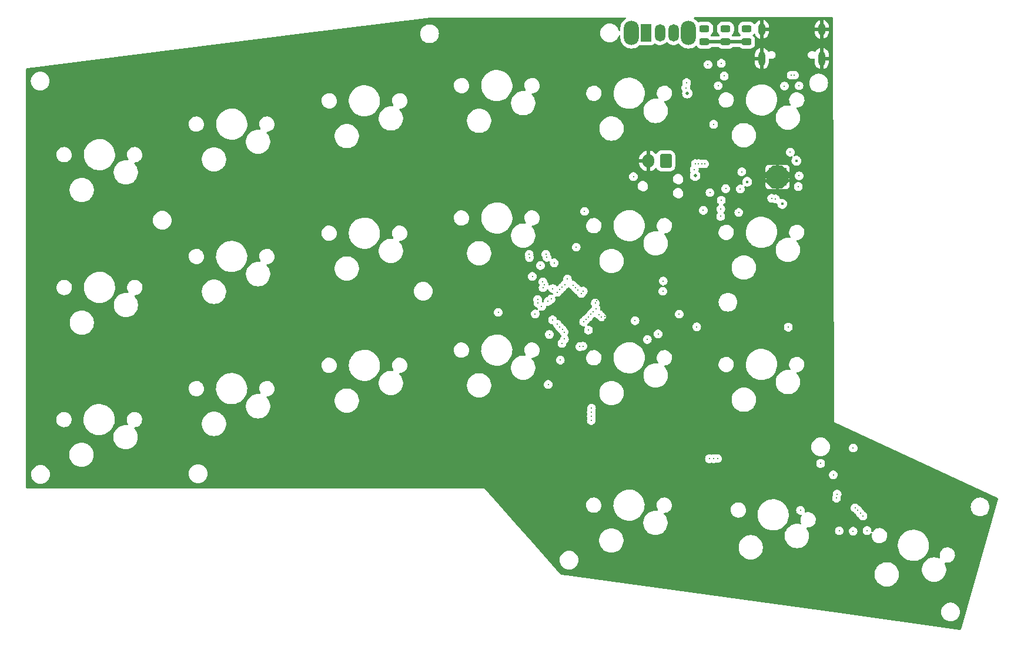
<source format=gtl>
%TF.GenerationSoftware,KiCad,Pcbnew,7.99.0-1450-gc37332bdb3*%
%TF.CreationDate,2023-08-19T19:03:45+01:00*%
%TF.ProjectId,benboard,62656e62-6f61-4726-942e-6b696361645f,rev?*%
%TF.SameCoordinates,Original*%
%TF.FileFunction,Copper,L1,Top*%
%TF.FilePolarity,Positive*%
%FSLAX46Y46*%
G04 Gerber Fmt 4.6, Leading zero omitted, Abs format (unit mm)*
G04 Created by KiCad (PCBNEW 7.99.0-1450-gc37332bdb3) date 2023-08-19 19:03:45*
%MOMM*%
%LPD*%
G01*
G04 APERTURE LIST*
G04 Aperture macros list*
%AMRoundRect*
0 Rectangle with rounded corners*
0 $1 Rounding radius*
0 $2 $3 $4 $5 $6 $7 $8 $9 X,Y pos of 4 corners*
0 Add a 4 corners polygon primitive as box body*
4,1,4,$2,$3,$4,$5,$6,$7,$8,$9,$2,$3,0*
0 Add four circle primitives for the rounded corners*
1,1,$1+$1,$2,$3*
1,1,$1+$1,$4,$5*
1,1,$1+$1,$6,$7*
1,1,$1+$1,$8,$9*
0 Add four rect primitives between the rounded corners*
20,1,$1+$1,$2,$3,$4,$5,0*
20,1,$1+$1,$4,$5,$6,$7,0*
20,1,$1+$1,$6,$7,$8,$9,0*
20,1,$1+$1,$8,$9,$2,$3,0*%
G04 Aperture macros list end*
%TA.AperFunction,SMDPad,CuDef*%
%ADD10RoundRect,0.243750X-0.456250X0.243750X-0.456250X-0.243750X0.456250X-0.243750X0.456250X0.243750X0*%
%TD*%
%TA.AperFunction,ComponentPad*%
%ADD11RoundRect,0.250000X0.600000X0.750000X-0.600000X0.750000X-0.600000X-0.750000X0.600000X-0.750000X0*%
%TD*%
%TA.AperFunction,ComponentPad*%
%ADD12O,1.700000X2.000000*%
%TD*%
%TA.AperFunction,ComponentPad*%
%ADD13O,1.000000X1.800000*%
%TD*%
%TA.AperFunction,ComponentPad*%
%ADD14O,1.000000X2.100000*%
%TD*%
%TA.AperFunction,ComponentPad*%
%ADD15O,2.200000X3.500000*%
%TD*%
%TA.AperFunction,ComponentPad*%
%ADD16R,1.500000X2.500000*%
%TD*%
%TA.AperFunction,ComponentPad*%
%ADD17O,1.500000X2.500000*%
%TD*%
%TA.AperFunction,ComponentPad*%
%ADD18C,0.500000*%
%TD*%
%TA.AperFunction,SMDPad,CuDef*%
%ADD19R,2.500000X2.500000*%
%TD*%
%TA.AperFunction,ViaPad*%
%ADD20C,0.250000*%
%TD*%
%TA.AperFunction,ViaPad*%
%ADD21C,0.400000*%
%TD*%
%TA.AperFunction,ViaPad*%
%ADD22C,0.500000*%
%TD*%
%TA.AperFunction,Conductor*%
%ADD23C,0.500000*%
%TD*%
G04 APERTURE END LIST*
D10*
%TO.P,D2,1,K*%
%TO.N,Net-(D2-K)*%
X162950000Y-44692500D03*
%TO.P,D2,2,A*%
%TO.N,+3V3*%
X162950000Y-46567500D03*
%TD*%
D11*
%TO.P,J4,1,Pin_1*%
%TO.N,Net-(J4-Pin_1)*%
X154330000Y-63750000D03*
D12*
%TO.P,J4,2,Pin_2*%
%TO.N,GND*%
X151830000Y-63750000D03*
%TD*%
D10*
%TO.P,D3,1,K*%
%TO.N,Net-(D3-K)*%
X159910000Y-44692500D03*
%TO.P,D3,2,A*%
%TO.N,+3V3*%
X159910000Y-46567500D03*
%TD*%
%TO.P,D1,1,K*%
%TO.N,Net-(D1-K)*%
X165990000Y-44692500D03*
%TO.P,D1,2,A*%
%TO.N,+3V3*%
X165990000Y-46567500D03*
%TD*%
D13*
%TO.P,J1,S1,SHIELD*%
%TO.N,GND*%
X168160000Y-44790000D03*
D14*
X168160000Y-48990000D03*
D13*
X176800000Y-44790000D03*
D14*
X176800000Y-48990000D03*
%TD*%
D15*
%TO.P,SW22,*%
%TO.N,*%
X149400000Y-45290000D03*
X157600000Y-45290000D03*
D16*
%TO.P,SW22,1,A*%
%TO.N,unconnected-(SW22-A-Pad1)*%
X151500000Y-45290000D03*
D17*
%TO.P,SW22,2,B*%
%TO.N,VBAT*%
X153500000Y-45290000D03*
%TO.P,SW22,3,C*%
%TO.N,Net-(J4-Pin_1)*%
X155500000Y-45290000D03*
%TD*%
D18*
%TO.P,U3,33,AVSS*%
%TO.N,GND*%
X171410000Y-67070000D03*
X171410000Y-66070000D03*
X171410000Y-65070000D03*
X170410000Y-67070000D03*
X170410000Y-66070000D03*
D19*
X170410000Y-66070000D03*
D18*
X170410000Y-65070000D03*
X169410000Y-67070000D03*
X169410000Y-66070000D03*
X169410000Y-65070000D03*
%TD*%
D20*
%TO.N,GND*%
X132010000Y-85120000D03*
X176400000Y-90060000D03*
X141770000Y-66570000D03*
X165060000Y-54170000D03*
X169570000Y-59380000D03*
X142390000Y-85680000D03*
X140870000Y-86170000D03*
X139020000Y-84420000D03*
X154750000Y-51940000D03*
X147620000Y-63060000D03*
D21*
%TO.N,VBAT*%
X166062583Y-66762417D03*
D20*
X165060000Y-67800000D03*
X162960000Y-67770000D03*
%TO.N,Net-(U1-DEC4)*%
X153900000Y-82550000D03*
X144167947Y-84243212D03*
X142392570Y-90466259D03*
%TO.N,Net-(U1-DECUSB)*%
X137376922Y-84015730D03*
X135107343Y-80420000D03*
%TO.N,Net-(U1-DEC3)*%
X149900000Y-86800000D03*
X144284875Y-85074876D03*
%TO.N,Net-(U1-DEC5)*%
X142444751Y-82525046D03*
X141424500Y-76200000D03*
%TO.N,VDD_NRF*%
X135520000Y-85820000D03*
D21*
X171095000Y-69960000D03*
D20*
X143875876Y-85524124D03*
X140157428Y-80801688D03*
X138049026Y-82169889D03*
X139735500Y-89446239D03*
D21*
X173140000Y-63730000D03*
D20*
%TO.N,Net-(U1-XC1)*%
X145083010Y-86236990D03*
X156270000Y-85850000D03*
%TO.N,Net-(U1-XC2)*%
X144749928Y-85903909D03*
X158780000Y-87680000D03*
%TO.N,GND*%
X148500000Y-82500000D03*
X146000000Y-91000000D03*
X145600000Y-86600000D03*
X137050000Y-79740000D03*
X66000000Y-108400000D03*
X146400000Y-82500000D03*
X145600000Y-85400000D03*
X141800000Y-72200000D03*
X132754741Y-80379925D03*
X168800000Y-51000000D03*
X147200000Y-87300000D03*
X153000000Y-83800000D03*
X151305000Y-84945000D03*
X147600000Y-87300000D03*
X152200000Y-81100000D03*
X181600000Y-124600000D03*
X144100000Y-83000000D03*
X146000000Y-82500000D03*
X146000000Y-91000000D03*
X146800000Y-87300000D03*
X148400000Y-87300000D03*
X149600000Y-81700000D03*
X145300000Y-83000000D03*
X151800000Y-85800000D03*
X173570000Y-64895500D03*
X152200000Y-85800000D03*
X149000000Y-87000000D03*
X181355866Y-107174442D03*
X151400000Y-81100000D03*
X66200000Y-70600000D03*
X145600000Y-84600000D03*
X145600000Y-84200000D03*
X145660000Y-82730000D03*
X145600000Y-85800000D03*
X151400000Y-85800000D03*
X135720000Y-82550000D03*
X146800000Y-82500000D03*
X149300000Y-82000000D03*
X153000000Y-81300000D03*
X153000000Y-85000000D03*
X157350000Y-66560000D03*
X153000000Y-83400000D03*
X149800000Y-85800000D03*
X176200000Y-51000000D03*
X104633252Y-62200000D03*
X151000000Y-81100000D03*
X146400000Y-87300000D03*
X148000000Y-87300000D03*
X151000000Y-85800000D03*
X143200000Y-116000000D03*
X143509627Y-84083063D03*
X173150000Y-106960000D03*
X144410082Y-83864500D03*
X153000000Y-84600000D03*
X153000000Y-81700000D03*
X104200000Y-101400000D03*
X153000000Y-85400000D03*
X154370000Y-102830000D03*
X161400000Y-76600000D03*
X145600000Y-85000000D03*
X151305000Y-81995000D03*
X150600000Y-85800000D03*
X153000000Y-84200000D03*
X166240000Y-63570000D03*
X149000000Y-86600000D03*
X135600000Y-86800000D03*
X144853558Y-83864500D03*
X145600000Y-87000000D03*
X150200000Y-81100000D03*
X130000000Y-82800000D03*
X146000000Y-87300000D03*
X162400000Y-100400000D03*
X148100000Y-82500000D03*
X151800000Y-81100000D03*
X153000000Y-85800000D03*
X150200000Y-85800000D03*
X152600000Y-85800000D03*
X153000000Y-82100000D03*
X153000000Y-82600000D03*
X149000000Y-82300000D03*
X171610000Y-51340000D03*
X149900000Y-81400000D03*
X152600000Y-81100000D03*
X144500000Y-83000000D03*
X147700000Y-82500000D03*
X153000000Y-83000000D03*
X148800000Y-87300000D03*
X172600000Y-45800000D03*
X149400000Y-85800000D03*
X145264926Y-83864500D03*
X163090000Y-65380000D03*
X150600000Y-81100000D03*
X174650000Y-61994500D03*
X145600000Y-86200000D03*
X149000000Y-86200000D03*
X147250497Y-82500000D03*
X161400000Y-62800000D03*
X149000000Y-85800000D03*
X144900000Y-83000000D03*
%TO.N,Net-(U1-XL2{slash}P0.01)*%
X139423078Y-88077924D03*
X139143642Y-92481449D03*
%TO.N,Net-(U1-XL1{slash}P0.00)*%
X139375000Y-90075000D03*
X139689321Y-88440094D03*
%TO.N,D+*%
X172849503Y-51400000D03*
X173520000Y-52920000D03*
X162750000Y-51514500D03*
X135878461Y-83766050D03*
X162330000Y-49670000D03*
X161880000Y-52910000D03*
%TO.N,D-*%
X135915454Y-84267588D03*
X171420000Y-52960000D03*
X160400000Y-49860000D03*
X172400000Y-51400000D03*
%TO.N,SW2*%
X136649213Y-82049500D03*
X138713230Y-82687209D03*
%TO.N,SW3*%
X138027136Y-86683546D03*
X130200000Y-85600000D03*
%TO.N,SW5*%
X136800500Y-81613214D03*
X139066784Y-82333656D03*
%TO.N,SW8*%
X139418553Y-81978862D03*
X136624500Y-81200000D03*
%TO.N,SW11*%
X138268461Y-78468462D03*
X139766030Y-81605845D03*
%TO.N,SW12*%
X137400000Y-96000000D03*
X139072175Y-87736211D03*
%TO.N,SW15*%
X143625167Y-99424833D03*
X142166287Y-82877905D03*
%TO.N,SW19*%
X140965661Y-81677325D03*
X143600000Y-101200000D03*
%TO.N,SW20*%
X141319192Y-82030903D03*
X143600000Y-100600000D03*
%TO.N,SW21*%
X141672782Y-82384419D03*
X143600000Y-100000000D03*
%TO.N,SDA*%
X170135500Y-69235946D03*
X134646561Y-77244806D03*
X137067549Y-77220306D03*
X137575956Y-88777932D03*
X162260000Y-70680000D03*
%TO.N,VBUS_MAIN*%
X165280000Y-65320000D03*
X160700000Y-68330000D03*
X136270000Y-78835000D03*
X136448872Y-84738094D03*
%TO.N,VIK_RGB*%
X176630000Y-107390000D03*
X178917812Y-112382676D03*
X142840000Y-86620000D03*
X160617231Y-106713804D03*
%TO.N,VIK_A0*%
X153233602Y-88711898D03*
X143185061Y-88154939D03*
%TO.N,MOSI*%
X181585789Y-113795789D03*
X173740000Y-114140000D03*
%TO.N,VIK_A1*%
X182002363Y-114132363D03*
X151665580Y-89509500D03*
X179330000Y-117100000D03*
X142500000Y-86970000D03*
%TO.N,SPICS*%
X182350182Y-114560182D03*
X181310000Y-117150000D03*
%TO.N,RST*%
X137824500Y-83687695D03*
X161220000Y-58469718D03*
X142620000Y-71034500D03*
X173420000Y-67440000D03*
D22*
%TO.N,VBUS_IN*%
X158559097Y-65897319D03*
X157430000Y-54000000D03*
D20*
%TO.N,Net-(U1-DCC)*%
X141950000Y-90544900D03*
X153964500Y-81070000D03*
%TO.N,MISO*%
X183320000Y-117060000D03*
X182722051Y-114942051D03*
%TO.N,VSYS*%
X164850000Y-71180000D03*
X173540000Y-65910000D03*
%TO.N,+5V*%
X171980000Y-87740000D03*
X181330366Y-105160580D03*
%TO.N,+3V3*%
X159780000Y-46530000D03*
X172255000Y-62505000D03*
X162240000Y-71750000D03*
X149680000Y-66024500D03*
%TO.N,Net-(D1-K)*%
X165990000Y-44692500D03*
X159945500Y-64174500D03*
%TO.N,Net-(D2-K)*%
X162950000Y-44692500D03*
X159496037Y-64180450D03*
%TO.N,Net-(D3-K)*%
X159048373Y-64139835D03*
X159910000Y-44692500D03*
%TO.N,CC1*%
X157220000Y-53220000D03*
X158434500Y-64995611D03*
%TO.N,CC2*%
X158599507Y-64163757D03*
X157330000Y-52470000D03*
%TO.N,VIK_SDA*%
X143550000Y-85870000D03*
X161789548Y-106685452D03*
%TO.N,VIK_SCL*%
X178470000Y-109020000D03*
X143220000Y-86260000D03*
X161201881Y-106698119D03*
X179010000Y-111810557D03*
%TO.N,SCK*%
X162320000Y-69435500D03*
X134709833Y-77689833D03*
X137204999Y-77648974D03*
X169584500Y-69160500D03*
X138713454Y-87312633D03*
X159730000Y-70894500D03*
%TD*%
D23*
%TO.N,+3V3*%
X159910000Y-46567500D02*
X165990000Y-46567500D01*
%TD*%
%TA.AperFunction,Conductor*%
%TO.N,GND*%
G36*
X178342841Y-43020252D02*
G01*
X178388659Y-43073001D01*
X178399925Y-43124222D01*
X178599494Y-101398572D01*
X178599464Y-101400112D01*
X178599533Y-101400301D01*
X178599683Y-101400449D01*
X178601208Y-101401114D01*
X202103622Y-112355630D01*
X202156069Y-112401793D01*
X202175232Y-112468984D01*
X202170512Y-112501921D01*
X196829127Y-131295683D01*
X196791865Y-131354787D01*
X196728564Y-131384363D01*
X196692793Y-131384604D01*
X178155641Y-128810000D01*
X194004341Y-128810000D01*
X194024936Y-129045403D01*
X194024938Y-129045413D01*
X194086094Y-129273655D01*
X194086096Y-129273659D01*
X194086097Y-129273663D01*
X194136031Y-129380746D01*
X194185964Y-129487828D01*
X194185965Y-129487830D01*
X194321505Y-129681402D01*
X194488597Y-129848494D01*
X194682169Y-129984034D01*
X194682171Y-129984035D01*
X194896337Y-130083903D01*
X195124592Y-130145063D01*
X195301034Y-130160500D01*
X195418966Y-130160500D01*
X195595408Y-130145063D01*
X195823663Y-130083903D01*
X196037829Y-129984035D01*
X196231401Y-129848495D01*
X196398495Y-129681401D01*
X196534035Y-129487830D01*
X196633903Y-129273663D01*
X196695063Y-129045408D01*
X196715659Y-128810000D01*
X196695063Y-128574592D01*
X196633903Y-128346337D01*
X196534035Y-128132171D01*
X196534034Y-128132169D01*
X196398494Y-127938597D01*
X196231402Y-127771505D01*
X196037830Y-127635965D01*
X196037828Y-127635964D01*
X195930745Y-127586031D01*
X195823663Y-127536097D01*
X195823659Y-127536096D01*
X195823655Y-127536094D01*
X195595413Y-127474938D01*
X195595403Y-127474936D01*
X195418966Y-127459500D01*
X195301034Y-127459500D01*
X195124596Y-127474936D01*
X195124586Y-127474938D01*
X194896344Y-127536094D01*
X194896335Y-127536098D01*
X194682171Y-127635964D01*
X194682169Y-127635965D01*
X194488597Y-127771505D01*
X194321506Y-127938597D01*
X194321501Y-127938604D01*
X194185967Y-128132165D01*
X194185965Y-128132169D01*
X194086098Y-128346335D01*
X194086094Y-128346344D01*
X194024938Y-128574586D01*
X194024936Y-128574596D01*
X194004341Y-128809999D01*
X194004341Y-128810000D01*
X178155641Y-128810000D01*
X140026429Y-123514277D01*
X184407657Y-123514277D01*
X184415978Y-123569478D01*
X184446761Y-123773705D01*
X184446762Y-123773707D01*
X184446763Y-123773713D01*
X184524095Y-124024416D01*
X184637924Y-124260786D01*
X184637925Y-124260787D01*
X184637927Y-124260790D01*
X184637929Y-124260794D01*
X184761666Y-124442282D01*
X184785724Y-124477569D01*
X184964171Y-124669891D01*
X184964175Y-124669894D01*
X184964176Y-124669895D01*
X185169300Y-124833476D01*
X185396514Y-124964658D01*
X185640741Y-125060510D01*
X185896527Y-125118892D01*
X185896533Y-125118892D01*
X185896536Y-125118893D01*
X186092657Y-125133590D01*
X186092663Y-125133590D01*
X186223657Y-125133590D01*
X186419777Y-125118893D01*
X186419779Y-125118892D01*
X186419787Y-125118892D01*
X186675573Y-125060510D01*
X186919800Y-124964658D01*
X187147014Y-124833476D01*
X187352138Y-124669895D01*
X187530590Y-124477569D01*
X187678385Y-124260794D01*
X187792220Y-124024413D01*
X187869553Y-123773705D01*
X187908657Y-123514272D01*
X187908657Y-123251908D01*
X187869553Y-122992475D01*
X187817267Y-122822969D01*
X191211787Y-122822969D01*
X191232081Y-122957605D01*
X191250891Y-123082397D01*
X191250892Y-123082399D01*
X191250893Y-123082405D01*
X191328225Y-123333108D01*
X191442054Y-123569478D01*
X191442055Y-123569479D01*
X191442057Y-123569482D01*
X191442059Y-123569486D01*
X191581293Y-123773705D01*
X191589854Y-123786261D01*
X191768301Y-123978583D01*
X191768305Y-123978586D01*
X191768306Y-123978587D01*
X191973430Y-124142168D01*
X192200644Y-124273350D01*
X192444871Y-124369202D01*
X192700657Y-124427584D01*
X192700663Y-124427584D01*
X192700666Y-124427585D01*
X192896787Y-124442282D01*
X192896793Y-124442282D01*
X193027787Y-124442282D01*
X193223907Y-124427585D01*
X193223909Y-124427584D01*
X193223917Y-124427584D01*
X193479703Y-124369202D01*
X193723930Y-124273350D01*
X193951144Y-124142168D01*
X194156268Y-123978587D01*
X194334720Y-123786261D01*
X194482515Y-123569486D01*
X194596350Y-123333105D01*
X194673683Y-123082397D01*
X194712787Y-122822964D01*
X194712787Y-122560600D01*
X194673683Y-122301167D01*
X194596350Y-122050459D01*
X194499616Y-121849590D01*
X194488265Y-121780650D01*
X194515987Y-121716516D01*
X194573982Y-121677550D01*
X194634802Y-121674031D01*
X194700292Y-121686653D01*
X194778036Y-121701637D01*
X194778037Y-121701637D01*
X194935669Y-121701637D01*
X194935676Y-121701637D01*
X195092597Y-121686653D01*
X195294419Y-121627393D01*
X195481378Y-121531008D01*
X195646718Y-121400984D01*
X195784463Y-121242018D01*
X195889634Y-121059856D01*
X195958430Y-120861083D01*
X195988365Y-120652882D01*
X195978356Y-120442778D01*
X195928766Y-120238366D01*
X195841387Y-120047032D01*
X195813925Y-120008467D01*
X195719381Y-119875697D01*
X195719375Y-119875691D01*
X195567147Y-119730542D01*
X195567145Y-119730540D01*
X195390194Y-119616821D01*
X195390192Y-119616820D01*
X195194929Y-119538647D01*
X195194922Y-119538644D01*
X195194920Y-119538644D01*
X195194917Y-119538643D01*
X195194916Y-119538643D01*
X194988380Y-119498837D01*
X194988379Y-119498837D01*
X194830740Y-119498837D01*
X194673818Y-119513820D01*
X194673819Y-119513821D01*
X194673815Y-119513822D01*
X194471999Y-119573080D01*
X194285039Y-119669465D01*
X194119698Y-119799489D01*
X194119697Y-119799490D01*
X193981957Y-119958451D01*
X193981948Y-119958462D01*
X193876782Y-120140616D01*
X193807987Y-120339385D01*
X193807986Y-120339390D01*
X193807986Y-120339391D01*
X193778051Y-120547592D01*
X193788060Y-120757696D01*
X193814891Y-120868293D01*
X193833092Y-120943320D01*
X193829767Y-121013111D01*
X193789239Y-121070025D01*
X193724374Y-121095993D01*
X193667285Y-121087982D01*
X193479708Y-121014364D01*
X193479703Y-121014362D01*
X193479698Y-121014360D01*
X193479689Y-121014358D01*
X193250765Y-120962108D01*
X193223917Y-120955980D01*
X193223916Y-120955979D01*
X193223912Y-120955979D01*
X193223907Y-120955978D01*
X193027787Y-120941282D01*
X193027781Y-120941282D01*
X192896793Y-120941282D01*
X192896787Y-120941282D01*
X192700666Y-120955978D01*
X192700661Y-120955979D01*
X192444884Y-121014358D01*
X192444865Y-121014364D01*
X192200643Y-121110214D01*
X191973430Y-121241396D01*
X191768301Y-121404980D01*
X191589854Y-121597302D01*
X191442055Y-121814084D01*
X191442054Y-121814085D01*
X191328225Y-122050455D01*
X191250893Y-122301158D01*
X191250892Y-122301163D01*
X191250891Y-122301167D01*
X191242250Y-122358494D01*
X191211787Y-122560594D01*
X191211787Y-122822969D01*
X187817267Y-122822969D01*
X187792220Y-122741767D01*
X187750465Y-122655061D01*
X187678389Y-122505393D01*
X187678388Y-122505392D01*
X187678387Y-122505391D01*
X187678385Y-122505386D01*
X187530590Y-122288611D01*
X187520598Y-122277843D01*
X187352142Y-122096288D01*
X187228678Y-121997829D01*
X187147014Y-121932704D01*
X186919800Y-121801522D01*
X186675573Y-121705670D01*
X186675568Y-121705668D01*
X186675559Y-121705666D01*
X186457975Y-121656004D01*
X186419787Y-121647288D01*
X186419786Y-121647287D01*
X186419782Y-121647287D01*
X186419777Y-121647286D01*
X186223657Y-121632590D01*
X186223651Y-121632590D01*
X186092663Y-121632590D01*
X186092657Y-121632590D01*
X185896536Y-121647286D01*
X185896531Y-121647287D01*
X185640754Y-121705666D01*
X185640735Y-121705672D01*
X185396513Y-121801522D01*
X185169300Y-121932704D01*
X184964171Y-122096288D01*
X184785724Y-122288610D01*
X184637925Y-122505392D01*
X184637924Y-122505393D01*
X184524095Y-122741763D01*
X184446763Y-122992466D01*
X184446762Y-122992471D01*
X184446761Y-122992475D01*
X184433207Y-123082397D01*
X184407657Y-123251902D01*
X184407657Y-123514277D01*
X140026429Y-123514277D01*
X139245582Y-123405826D01*
X139181887Y-123377106D01*
X139169879Y-123365293D01*
X139141328Y-123333108D01*
X137355506Y-121320000D01*
X139054341Y-121320000D01*
X139074936Y-121555403D01*
X139074938Y-121555413D01*
X139136094Y-121783655D01*
X139136096Y-121783659D01*
X139136097Y-121783663D01*
X139186031Y-121890746D01*
X139235964Y-121997828D01*
X139235965Y-121997830D01*
X139371505Y-122191402D01*
X139538597Y-122358494D01*
X139732169Y-122494034D01*
X139732171Y-122494035D01*
X139946337Y-122593903D01*
X140174592Y-122655063D01*
X140351034Y-122670500D01*
X140468966Y-122670500D01*
X140645408Y-122655063D01*
X140873663Y-122593903D01*
X141087829Y-122494035D01*
X141281401Y-122358495D01*
X141448495Y-122191401D01*
X141584035Y-121997830D01*
X141683903Y-121783663D01*
X141745063Y-121555408D01*
X141765659Y-121320000D01*
X141745063Y-121084592D01*
X141683903Y-120856337D01*
X141584035Y-120642171D01*
X141584034Y-120642169D01*
X141448494Y-120448597D01*
X141281402Y-120281505D01*
X141087830Y-120145965D01*
X141087828Y-120145964D01*
X140906840Y-120061568D01*
X140873663Y-120046097D01*
X140873659Y-120046096D01*
X140873655Y-120046094D01*
X140645413Y-119984938D01*
X140645403Y-119984936D01*
X140468966Y-119969500D01*
X140351034Y-119969500D01*
X140174596Y-119984936D01*
X140174586Y-119984938D01*
X139946344Y-120046094D01*
X139946335Y-120046098D01*
X139732171Y-120145964D01*
X139732169Y-120145965D01*
X139538597Y-120281505D01*
X139371506Y-120448597D01*
X139371501Y-120448604D01*
X139235967Y-120642165D01*
X139235965Y-120642169D01*
X139136098Y-120856335D01*
X139136094Y-120856344D01*
X139074938Y-121084586D01*
X139074936Y-121084596D01*
X139054341Y-121319999D01*
X139054341Y-121320000D01*
X137355506Y-121320000D01*
X134952527Y-118611187D01*
X144744500Y-118611187D01*
X144754652Y-118678534D01*
X144783604Y-118870615D01*
X144783605Y-118870617D01*
X144783606Y-118870623D01*
X144860938Y-119121326D01*
X144974767Y-119357696D01*
X144974768Y-119357697D01*
X144974770Y-119357700D01*
X144974772Y-119357704D01*
X145098135Y-119538644D01*
X145122567Y-119574479D01*
X145301014Y-119766801D01*
X145301018Y-119766804D01*
X145301019Y-119766805D01*
X145506143Y-119930386D01*
X145733357Y-120061568D01*
X145977584Y-120157420D01*
X146233370Y-120215802D01*
X146233376Y-120215802D01*
X146233379Y-120215803D01*
X146429500Y-120230500D01*
X146429506Y-120230500D01*
X146560500Y-120230500D01*
X146756620Y-120215803D01*
X146756622Y-120215802D01*
X146756630Y-120215802D01*
X147012416Y-120157420D01*
X147256643Y-120061568D01*
X147483857Y-119930386D01*
X147688981Y-119766805D01*
X147836099Y-119608249D01*
X164827220Y-119608249D01*
X164845654Y-119730541D01*
X164866324Y-119867677D01*
X164866325Y-119867679D01*
X164866326Y-119867685D01*
X164943658Y-120118388D01*
X165057487Y-120354758D01*
X165057488Y-120354759D01*
X165057490Y-120354762D01*
X165057492Y-120354766D01*
X165121470Y-120448604D01*
X165205287Y-120571541D01*
X165383734Y-120763863D01*
X165383738Y-120763866D01*
X165383739Y-120763867D01*
X165588863Y-120927448D01*
X165816077Y-121058630D01*
X166060304Y-121154482D01*
X166316090Y-121212864D01*
X166316096Y-121212864D01*
X166316099Y-121212865D01*
X166512220Y-121227562D01*
X166512226Y-121227562D01*
X166643220Y-121227562D01*
X166839340Y-121212865D01*
X166839342Y-121212864D01*
X166839350Y-121212864D01*
X167095136Y-121154482D01*
X167339363Y-121058630D01*
X167566577Y-120927448D01*
X167771701Y-120763867D01*
X167950153Y-120571541D01*
X168097948Y-120354766D01*
X168211783Y-120118385D01*
X168289116Y-119867677D01*
X168328220Y-119608244D01*
X168328220Y-119345880D01*
X168289116Y-119086447D01*
X168211783Y-118835739D01*
X168199841Y-118810942D01*
X168097952Y-118599365D01*
X168097951Y-118599364D01*
X168097950Y-118599363D01*
X168097948Y-118599358D01*
X167950153Y-118382583D01*
X167835838Y-118259380D01*
X167771705Y-118190260D01*
X167682306Y-118118967D01*
X167566577Y-118026676D01*
X167480045Y-117976717D01*
X171468922Y-117976717D01*
X171485905Y-118089385D01*
X171508026Y-118236145D01*
X171508027Y-118236147D01*
X171508028Y-118236153D01*
X171585360Y-118486856D01*
X171699189Y-118723226D01*
X171699190Y-118723227D01*
X171699192Y-118723230D01*
X171699194Y-118723234D01*
X171810286Y-118886175D01*
X171846989Y-118940009D01*
X172025436Y-119132331D01*
X172025440Y-119132334D01*
X172025441Y-119132335D01*
X172230565Y-119295916D01*
X172457779Y-119427098D01*
X172702006Y-119522950D01*
X172957792Y-119581332D01*
X172957798Y-119581332D01*
X172957801Y-119581333D01*
X173153922Y-119596030D01*
X173153928Y-119596030D01*
X173284922Y-119596030D01*
X173481042Y-119581333D01*
X173481044Y-119581332D01*
X173481052Y-119581332D01*
X173736838Y-119522950D01*
X173981065Y-119427098D01*
X174208279Y-119295916D01*
X174234299Y-119275166D01*
X187751832Y-119275166D01*
X187781909Y-119574141D01*
X187781910Y-119574148D01*
X187851567Y-119866440D01*
X187851570Y-119866452D01*
X187959565Y-120146852D01*
X187959572Y-120146867D01*
X188103978Y-120410374D01*
X188103982Y-120410380D01*
X188195295Y-120534311D01*
X188282222Y-120652289D01*
X188491120Y-120868288D01*
X188726945Y-121054517D01*
X188985486Y-121207651D01*
X189262132Y-121324959D01*
X189262135Y-121324959D01*
X189262138Y-121324961D01*
X189407038Y-121364652D01*
X189551945Y-121404347D01*
X189849754Y-121444399D01*
X189849759Y-121444399D01*
X190075040Y-121444399D01*
X190238512Y-121433455D01*
X190299818Y-121429351D01*
X190594286Y-121369498D01*
X190878150Y-121270930D01*
X191146342Y-121135406D01*
X191394079Y-120965345D01*
X191616938Y-120763781D01*
X191810942Y-120534311D01*
X191972630Y-120281031D01*
X192099117Y-120008459D01*
X192188145Y-119721461D01*
X192238125Y-119425157D01*
X192248166Y-119124835D01*
X192218088Y-118825854D01*
X192148429Y-118533550D01*
X192040430Y-118253139D01*
X191896020Y-117989624D01*
X191886506Y-117976712D01*
X191794915Y-117852403D01*
X191717776Y-117747709D01*
X191508878Y-117531710D01*
X191508871Y-117531704D01*
X191323755Y-117385520D01*
X191273053Y-117345481D01*
X191014512Y-117192347D01*
X190737866Y-117075039D01*
X190737859Y-117075036D01*
X190448058Y-116995652D01*
X190448055Y-116995651D01*
X190448053Y-116995651D01*
X190150244Y-116955599D01*
X189924966Y-116955599D01*
X189924958Y-116955599D01*
X189700182Y-116970646D01*
X189700173Y-116970648D01*
X189405709Y-117030500D01*
X189121846Y-117129068D01*
X189121843Y-117129070D01*
X188853661Y-117264588D01*
X188605917Y-117434654D01*
X188383061Y-117636215D01*
X188189057Y-117865685D01*
X188189055Y-117865687D01*
X188027365Y-118118971D01*
X187918778Y-118352971D01*
X187900881Y-118391539D01*
X187885372Y-118441535D01*
X187811853Y-118678534D01*
X187779453Y-118870617D01*
X187761873Y-118974841D01*
X187756608Y-119132331D01*
X187751832Y-119275166D01*
X174234299Y-119275166D01*
X174413403Y-119132335D01*
X174420369Y-119124828D01*
X174455981Y-119086447D01*
X174591855Y-118940009D01*
X174739650Y-118723234D01*
X174853485Y-118486853D01*
X174930818Y-118236145D01*
X174969922Y-117976712D01*
X174969922Y-117714348D01*
X174930818Y-117454915D01*
X174853485Y-117204207D01*
X174803302Y-117100000D01*
X178699906Y-117100000D01*
X178718215Y-117250791D01*
X178772079Y-117392819D01*
X178858368Y-117517830D01*
X178972066Y-117618557D01*
X179106566Y-117689148D01*
X179180308Y-117707324D01*
X179254050Y-117725500D01*
X179254051Y-117725500D01*
X179405950Y-117725500D01*
X179455110Y-117713382D01*
X179553434Y-117689148D01*
X179687934Y-117618557D01*
X179801632Y-117517830D01*
X179887921Y-117392819D01*
X179941785Y-117250791D01*
X179954023Y-117150000D01*
X180679906Y-117150000D01*
X180698215Y-117300791D01*
X180752079Y-117442819D01*
X180838368Y-117567830D01*
X180952066Y-117668557D01*
X181086566Y-117739148D01*
X181160308Y-117757324D01*
X181234050Y-117775500D01*
X181234051Y-117775500D01*
X181385950Y-117775500D01*
X181435110Y-117763382D01*
X181533434Y-117739148D01*
X181667934Y-117668557D01*
X181781632Y-117567830D01*
X181867921Y-117442819D01*
X181921785Y-117300791D01*
X181940094Y-117150000D01*
X181929166Y-117060000D01*
X182689906Y-117060000D01*
X182708215Y-117210791D01*
X182762079Y-117352819D01*
X182848368Y-117477830D01*
X182962066Y-117578557D01*
X183096566Y-117649148D01*
X183170308Y-117667324D01*
X183244050Y-117685500D01*
X183244051Y-117685500D01*
X183395950Y-117685500D01*
X183464689Y-117668557D01*
X183543434Y-117649148D01*
X183677934Y-117578557D01*
X183791632Y-117477830D01*
X183819419Y-117437573D01*
X183873698Y-117393585D01*
X183943147Y-117385925D01*
X184005712Y-117417027D01*
X184041530Y-117477018D01*
X184041942Y-117533000D01*
X184042409Y-117533068D01*
X184041965Y-117536149D01*
X184041974Y-117537239D01*
X184041569Y-117538907D01*
X184041567Y-117538915D01*
X184041568Y-117538915D01*
X184011633Y-117747116D01*
X184021642Y-117957220D01*
X184071232Y-118161632D01*
X184115872Y-118259380D01*
X184158610Y-118352965D01*
X184158614Y-118352971D01*
X184280616Y-118524300D01*
X184280621Y-118524305D01*
X184432853Y-118669458D01*
X184609804Y-118783177D01*
X184805078Y-118861354D01*
X184933874Y-118886177D01*
X185011618Y-118901161D01*
X185011619Y-118901161D01*
X185169251Y-118901161D01*
X185169258Y-118901161D01*
X185326179Y-118886177D01*
X185528001Y-118826917D01*
X185714960Y-118730532D01*
X185880300Y-118600508D01*
X186018045Y-118441542D01*
X186123216Y-118259380D01*
X186192012Y-118060607D01*
X186221947Y-117852406D01*
X186211938Y-117642302D01*
X186162348Y-117437890D01*
X186074969Y-117246556D01*
X186070482Y-117240255D01*
X185952963Y-117075221D01*
X185952957Y-117075215D01*
X185800729Y-116930066D01*
X185800727Y-116930064D01*
X185623776Y-116816345D01*
X185623774Y-116816344D01*
X185428511Y-116738171D01*
X185428504Y-116738168D01*
X185428502Y-116738168D01*
X185428499Y-116738167D01*
X185428498Y-116738167D01*
X185221962Y-116698361D01*
X185221961Y-116698361D01*
X185064322Y-116698361D01*
X184907400Y-116713345D01*
X184907401Y-116713345D01*
X184907397Y-116713346D01*
X184705581Y-116772604D01*
X184518621Y-116868989D01*
X184353280Y-116999013D01*
X184353279Y-116999014D01*
X184215539Y-117157975D01*
X184215530Y-117157987D01*
X184168033Y-117240255D01*
X184117466Y-117288471D01*
X184048859Y-117301693D01*
X183983994Y-117275725D01*
X183943466Y-117218811D01*
X183937550Y-117163309D01*
X183939166Y-117149999D01*
X183950094Y-117060000D01*
X183931785Y-116909209D01*
X183877921Y-116767181D01*
X183791632Y-116642170D01*
X183677934Y-116541443D01*
X183543434Y-116470852D01*
X183543433Y-116470851D01*
X183543432Y-116470851D01*
X183395950Y-116434500D01*
X183395949Y-116434500D01*
X183244051Y-116434500D01*
X183244050Y-116434500D01*
X183096567Y-116470851D01*
X182962067Y-116541442D01*
X182917047Y-116581326D01*
X182860478Y-116631442D01*
X182848367Y-116642171D01*
X182762080Y-116767179D01*
X182762079Y-116767180D01*
X182708215Y-116909208D01*
X182693628Y-117029350D01*
X182689906Y-117060000D01*
X181929166Y-117060000D01*
X181921785Y-116999209D01*
X181867921Y-116857181D01*
X181781632Y-116732170D01*
X181667934Y-116631443D01*
X181533434Y-116560852D01*
X181533433Y-116560851D01*
X181533432Y-116560851D01*
X181385950Y-116524500D01*
X181385949Y-116524500D01*
X181234051Y-116524500D01*
X181234050Y-116524500D01*
X181086567Y-116560851D01*
X180952067Y-116631442D01*
X180838367Y-116732171D01*
X180752080Y-116857179D01*
X180752079Y-116857180D01*
X180698215Y-116999208D01*
X180682448Y-117129068D01*
X180679906Y-117150000D01*
X179954023Y-117150000D01*
X179960094Y-117100000D01*
X179941785Y-116949209D01*
X179887921Y-116807181D01*
X179801632Y-116682170D01*
X179687934Y-116581443D01*
X179553434Y-116510852D01*
X179553433Y-116510851D01*
X179553432Y-116510851D01*
X179405950Y-116474500D01*
X179405949Y-116474500D01*
X179254051Y-116474500D01*
X179254050Y-116474500D01*
X179106567Y-116510851D01*
X178972067Y-116581442D01*
X178858367Y-116682171D01*
X178772080Y-116807179D01*
X178772079Y-116807180D01*
X178718215Y-116949208D01*
X178707862Y-117034479D01*
X178699906Y-117100000D01*
X174803302Y-117100000D01*
X174776526Y-117044400D01*
X174739654Y-116967833D01*
X174739653Y-116967832D01*
X174739652Y-116967831D01*
X174739650Y-116967826D01*
X174626761Y-116802249D01*
X174605262Y-116735771D01*
X174623116Y-116668221D01*
X174674656Y-116621047D01*
X174729216Y-116608399D01*
X174883023Y-116608399D01*
X174883030Y-116608399D01*
X175039951Y-116593415D01*
X175241773Y-116534155D01*
X175428732Y-116437770D01*
X175594072Y-116307746D01*
X175731817Y-116148780D01*
X175836988Y-115966618D01*
X175905784Y-115767845D01*
X175935719Y-115559644D01*
X175925710Y-115349540D01*
X175876120Y-115145128D01*
X175788741Y-114953794D01*
X175788737Y-114953788D01*
X175666735Y-114782459D01*
X175666729Y-114782453D01*
X175514501Y-114637304D01*
X175514499Y-114637302D01*
X175337548Y-114523583D01*
X175337546Y-114523582D01*
X175142283Y-114445409D01*
X175142276Y-114445406D01*
X175142274Y-114445406D01*
X175142271Y-114445405D01*
X175142270Y-114445405D01*
X174935734Y-114405599D01*
X174935733Y-114405599D01*
X174778094Y-114405599D01*
X174621173Y-114420582D01*
X174621173Y-114420583D01*
X174621166Y-114420584D01*
X174501960Y-114455586D01*
X174432090Y-114455586D01*
X174373312Y-114417811D01*
X174344288Y-114354255D01*
X174350473Y-114298194D01*
X174349990Y-114298075D01*
X174350889Y-114294424D01*
X174351088Y-114292628D01*
X174351785Y-114290790D01*
X174354346Y-114269695D01*
X174370094Y-114140000D01*
X174351785Y-113989209D01*
X174297921Y-113847181D01*
X174262448Y-113795789D01*
X180955695Y-113795789D01*
X180974004Y-113946580D01*
X181027868Y-114088608D01*
X181114157Y-114213619D01*
X181227855Y-114314346D01*
X181362355Y-114384937D01*
X181362357Y-114384937D01*
X181362358Y-114384938D01*
X181382133Y-114389812D01*
X181442515Y-114424966D01*
X181454508Y-114439766D01*
X181486708Y-114486415D01*
X181517755Y-114531395D01*
X181530731Y-114550193D01*
X181644429Y-114650920D01*
X181691674Y-114675716D01*
X181741886Y-114724299D01*
X181749989Y-114741539D01*
X181792261Y-114853001D01*
X181878550Y-114978012D01*
X181992248Y-115078739D01*
X182091275Y-115130712D01*
X182141488Y-115179297D01*
X182149591Y-115196536D01*
X182164129Y-115234868D01*
X182164130Y-115234870D01*
X182250419Y-115359881D01*
X182364117Y-115460608D01*
X182498617Y-115531199D01*
X182572359Y-115549375D01*
X182646101Y-115567551D01*
X182646102Y-115567551D01*
X182798001Y-115567551D01*
X182847161Y-115555433D01*
X182945485Y-115531199D01*
X183079985Y-115460608D01*
X183193683Y-115359881D01*
X183279972Y-115234870D01*
X183333836Y-115092842D01*
X183352145Y-114942051D01*
X183333836Y-114791260D01*
X183279972Y-114649232D01*
X183193683Y-114524221D01*
X183079985Y-114423494D01*
X182980955Y-114371519D01*
X182930743Y-114322935D01*
X182922643Y-114305704D01*
X182908103Y-114267363D01*
X182821814Y-114142352D01*
X182708116Y-114041625D01*
X182660868Y-114016827D01*
X182610658Y-113968244D01*
X182602557Y-113951011D01*
X182560284Y-113839544D01*
X182555184Y-113832156D01*
X182506670Y-113761871D01*
X182473995Y-113714533D01*
X182412440Y-113660000D01*
X198254341Y-113660000D01*
X198274936Y-113895403D01*
X198274938Y-113895413D01*
X198336094Y-114123655D01*
X198336096Y-114123659D01*
X198336097Y-114123663D01*
X198386030Y-114230746D01*
X198435964Y-114337828D01*
X198435965Y-114337830D01*
X198571505Y-114531402D01*
X198738597Y-114698494D01*
X198932169Y-114834034D01*
X198932171Y-114834035D01*
X199146337Y-114933903D01*
X199374592Y-114995063D01*
X199551034Y-115010500D01*
X199668966Y-115010500D01*
X199845408Y-114995063D01*
X200073663Y-114933903D01*
X200287829Y-114834035D01*
X200481401Y-114698495D01*
X200648495Y-114531401D01*
X200784035Y-114337830D01*
X200883903Y-114123663D01*
X200945063Y-113895408D01*
X200965659Y-113660000D01*
X200964346Y-113644998D01*
X200956688Y-113557459D01*
X200945063Y-113424592D01*
X200883903Y-113196337D01*
X200784035Y-112982171D01*
X200784034Y-112982169D01*
X200648494Y-112788597D01*
X200481402Y-112621505D01*
X200287830Y-112485965D01*
X200287828Y-112485964D01*
X200139042Y-112416584D01*
X200073663Y-112386097D01*
X200073659Y-112386096D01*
X200073655Y-112386094D01*
X199845413Y-112324938D01*
X199845403Y-112324936D01*
X199668966Y-112309500D01*
X199551034Y-112309500D01*
X199374596Y-112324936D01*
X199374586Y-112324938D01*
X199146344Y-112386094D01*
X199146335Y-112386098D01*
X198932171Y-112485964D01*
X198932169Y-112485965D01*
X198738597Y-112621505D01*
X198571506Y-112788597D01*
X198571501Y-112788604D01*
X198435967Y-112982165D01*
X198435965Y-112982169D01*
X198336098Y-113196335D01*
X198336094Y-113196344D01*
X198274938Y-113424586D01*
X198274936Y-113424596D01*
X198254341Y-113659999D01*
X198254341Y-113660000D01*
X182412440Y-113660000D01*
X182360297Y-113613806D01*
X182225797Y-113543215D01*
X182206010Y-113538337D01*
X182145632Y-113503179D01*
X182133641Y-113488382D01*
X182089605Y-113424586D01*
X182057421Y-113377959D01*
X181943723Y-113277232D01*
X181809223Y-113206641D01*
X181809222Y-113206640D01*
X181809221Y-113206640D01*
X181661739Y-113170289D01*
X181661738Y-113170289D01*
X181509840Y-113170289D01*
X181509839Y-113170289D01*
X181362356Y-113206640D01*
X181227856Y-113277231D01*
X181114156Y-113377960D01*
X181027869Y-113502968D01*
X181027868Y-113502969D01*
X180974004Y-113644997D01*
X180972182Y-113660000D01*
X180955695Y-113795789D01*
X174262448Y-113795789D01*
X174211632Y-113722170D01*
X174097934Y-113621443D01*
X173963434Y-113550852D01*
X173963433Y-113550851D01*
X173963432Y-113550851D01*
X173815950Y-113514500D01*
X173815949Y-113514500D01*
X173664051Y-113514500D01*
X173664050Y-113514500D01*
X173516567Y-113550851D01*
X173382067Y-113621442D01*
X173355479Y-113644997D01*
X173276989Y-113714533D01*
X173268367Y-113722171D01*
X173182080Y-113847179D01*
X173182079Y-113847180D01*
X173128215Y-113989208D01*
X173111783Y-114124545D01*
X173109906Y-114140000D01*
X173128215Y-114290791D01*
X173182079Y-114432819D01*
X173268368Y-114557830D01*
X173382066Y-114658557D01*
X173516566Y-114729148D01*
X173566846Y-114741541D01*
X173664050Y-114765500D01*
X173772105Y-114765500D01*
X173839144Y-114785185D01*
X173884899Y-114837989D01*
X173894843Y-114907147D01*
X173879492Y-114951500D01*
X173824136Y-115047378D01*
X173755341Y-115246147D01*
X173755340Y-115246152D01*
X173755340Y-115246153D01*
X173725405Y-115454354D01*
X173735414Y-115664458D01*
X173755403Y-115746853D01*
X173785004Y-115868871D01*
X173785006Y-115868875D01*
X173838937Y-115986968D01*
X173848881Y-116056126D01*
X173819856Y-116119682D01*
X173761078Y-116157456D01*
X173698551Y-116159370D01*
X173504562Y-116115094D01*
X173481052Y-116109728D01*
X173481051Y-116109727D01*
X173481047Y-116109727D01*
X173481042Y-116109726D01*
X173284922Y-116095030D01*
X173284916Y-116095030D01*
X173153928Y-116095030D01*
X173153922Y-116095030D01*
X172957801Y-116109726D01*
X172957796Y-116109727D01*
X172702019Y-116168106D01*
X172702000Y-116168112D01*
X172457778Y-116263962D01*
X172230565Y-116395144D01*
X172025436Y-116558728D01*
X171846989Y-116751050D01*
X171699190Y-116967832D01*
X171699189Y-116967833D01*
X171585360Y-117204203D01*
X171508028Y-117454906D01*
X171508027Y-117454911D01*
X171508026Y-117454915D01*
X171496452Y-117531704D01*
X171468922Y-117714342D01*
X171468922Y-117976717D01*
X167480045Y-117976717D01*
X167339363Y-117895494D01*
X167095136Y-117799642D01*
X167095131Y-117799640D01*
X167095122Y-117799638D01*
X166865015Y-117747118D01*
X166839350Y-117741260D01*
X166839349Y-117741259D01*
X166839345Y-117741259D01*
X166839340Y-117741258D01*
X166643220Y-117726562D01*
X166643214Y-117726562D01*
X166512226Y-117726562D01*
X166512220Y-117726562D01*
X166316099Y-117741258D01*
X166316094Y-117741259D01*
X166060317Y-117799638D01*
X166060298Y-117799644D01*
X165816076Y-117895494D01*
X165588863Y-118026676D01*
X165383734Y-118190260D01*
X165205287Y-118382582D01*
X165057488Y-118599364D01*
X165057487Y-118599365D01*
X164943658Y-118835735D01*
X164866326Y-119086438D01*
X164866325Y-119086443D01*
X164866324Y-119086447D01*
X164851573Y-119184309D01*
X164827220Y-119345874D01*
X164827220Y-119608249D01*
X147836099Y-119608249D01*
X147867433Y-119574479D01*
X148015228Y-119357704D01*
X148129063Y-119121323D01*
X148206396Y-118870615D01*
X148245500Y-118611182D01*
X148245500Y-118348818D01*
X148206396Y-118089385D01*
X148129063Y-117838677D01*
X148084970Y-117747116D01*
X148015232Y-117602303D01*
X148015231Y-117602302D01*
X148015230Y-117602301D01*
X148015228Y-117602296D01*
X147867433Y-117385521D01*
X147837090Y-117352819D01*
X147688985Y-117193198D01*
X147572118Y-117100000D01*
X147483857Y-117029614D01*
X147256643Y-116898432D01*
X147012416Y-116802580D01*
X147012411Y-116802578D01*
X147012402Y-116802576D01*
X146786650Y-116751050D01*
X146756630Y-116744198D01*
X146756629Y-116744197D01*
X146756625Y-116744197D01*
X146756620Y-116744196D01*
X146560500Y-116729500D01*
X146560494Y-116729500D01*
X146429506Y-116729500D01*
X146429500Y-116729500D01*
X146233379Y-116744196D01*
X146233374Y-116744197D01*
X145977597Y-116802576D01*
X145977578Y-116802582D01*
X145733356Y-116898432D01*
X145506143Y-117029614D01*
X145301014Y-117193198D01*
X145122567Y-117385520D01*
X144974768Y-117602302D01*
X144974767Y-117602303D01*
X144860938Y-117838673D01*
X144783606Y-118089376D01*
X144783605Y-118089381D01*
X144783604Y-118089385D01*
X144779145Y-118118971D01*
X144744500Y-118348812D01*
X144744500Y-118611187D01*
X134952527Y-118611187D01*
X132699301Y-116071187D01*
X151094500Y-116071187D01*
X151106195Y-116148773D01*
X151133604Y-116330615D01*
X151133605Y-116330617D01*
X151133606Y-116330623D01*
X151210938Y-116581326D01*
X151324767Y-116817696D01*
X151324768Y-116817697D01*
X151324770Y-116817700D01*
X151324772Y-116817704D01*
X151446095Y-116995652D01*
X151472567Y-117034479D01*
X151651014Y-117226801D01*
X151651018Y-117226804D01*
X151651019Y-117226805D01*
X151856143Y-117390386D01*
X152083357Y-117521568D01*
X152327584Y-117617420D01*
X152583370Y-117675802D01*
X152583376Y-117675802D01*
X152583379Y-117675803D01*
X152779500Y-117690500D01*
X152779506Y-117690500D01*
X152910500Y-117690500D01*
X153106620Y-117675803D01*
X153106622Y-117675802D01*
X153106630Y-117675802D01*
X153362416Y-117617420D01*
X153606643Y-117521568D01*
X153833857Y-117390386D01*
X154038981Y-117226805D01*
X154046399Y-117218811D01*
X154078945Y-117183733D01*
X154217433Y-117034479D01*
X154365228Y-116817704D01*
X154365883Y-116816345D01*
X154400627Y-116744197D01*
X154479063Y-116581323D01*
X154556396Y-116330615D01*
X154595500Y-116071182D01*
X154595500Y-115808818D01*
X154556396Y-115549385D01*
X154479063Y-115298677D01*
X154429875Y-115196536D01*
X154365232Y-115062303D01*
X154365231Y-115062302D01*
X154365230Y-115062301D01*
X154365228Y-115062296D01*
X154217433Y-114845521D01*
X154158920Y-114782459D01*
X154090717Y-114708953D01*
X154059549Y-114646421D01*
X154067136Y-114576964D01*
X154111070Y-114522635D01*
X154169824Y-114501174D01*
X154324389Y-114486416D01*
X154526211Y-114427156D01*
X154713170Y-114330771D01*
X154878510Y-114200747D01*
X155016255Y-114041781D01*
X155017077Y-114040358D01*
X163664281Y-114040358D01*
X163664349Y-114041781D01*
X163674290Y-114250460D01*
X163723880Y-114454872D01*
X163768520Y-114552620D01*
X163811258Y-114646205D01*
X163811262Y-114646211D01*
X163933264Y-114817540D01*
X163933269Y-114817545D01*
X164085501Y-114962698D01*
X164262452Y-115076417D01*
X164457726Y-115154594D01*
X164586522Y-115179417D01*
X164664266Y-115194401D01*
X164664267Y-115194401D01*
X164821899Y-115194401D01*
X164821906Y-115194401D01*
X164978827Y-115179417D01*
X165180649Y-115120157D01*
X165367608Y-115023772D01*
X165532948Y-114893748D01*
X165549049Y-114875167D01*
X167551833Y-114875167D01*
X167581910Y-115174142D01*
X167581911Y-115174149D01*
X167651568Y-115466441D01*
X167651571Y-115466453D01*
X167759566Y-115746853D01*
X167759573Y-115746868D01*
X167903979Y-116010375D01*
X167903983Y-116010381D01*
X167995296Y-116134312D01*
X168082223Y-116252290D01*
X168190050Y-116363782D01*
X168291120Y-116468288D01*
X168291127Y-116468294D01*
X168298986Y-116474500D01*
X168526946Y-116654518D01*
X168785487Y-116807652D01*
X169062133Y-116924960D01*
X169062136Y-116924960D01*
X169062139Y-116924962D01*
X169150652Y-116949208D01*
X169351946Y-117004348D01*
X169649755Y-117044400D01*
X169649760Y-117044400D01*
X169875041Y-117044400D01*
X170038513Y-117033456D01*
X170099819Y-117029352D01*
X170394287Y-116969499D01*
X170678151Y-116870931D01*
X170946343Y-116735407D01*
X171194080Y-116565346D01*
X171416939Y-116363782D01*
X171610943Y-116134312D01*
X171772631Y-115881032D01*
X171899118Y-115608460D01*
X171988146Y-115321462D01*
X172038126Y-115025158D01*
X172048167Y-114724836D01*
X172018089Y-114425855D01*
X172017526Y-114423494D01*
X172000704Y-114352903D01*
X171948430Y-114133551D01*
X171840431Y-113853140D01*
X171696021Y-113589625D01*
X171672322Y-113557461D01*
X171604702Y-113465686D01*
X171517777Y-113347710D01*
X171308879Y-113131711D01*
X171308872Y-113131705D01*
X171073055Y-112945483D01*
X171073056Y-112945483D01*
X171073054Y-112945482D01*
X170814513Y-112792348D01*
X170538940Y-112675495D01*
X170537860Y-112675037D01*
X170248059Y-112595653D01*
X170248056Y-112595652D01*
X170248054Y-112595652D01*
X169950245Y-112555600D01*
X169724967Y-112555600D01*
X169724959Y-112555600D01*
X169500183Y-112570647D01*
X169500174Y-112570649D01*
X169205710Y-112630501D01*
X168921847Y-112729069D01*
X168921844Y-112729071D01*
X168653662Y-112864589D01*
X168405918Y-113034655D01*
X168183062Y-113236216D01*
X167989058Y-113465686D01*
X167989056Y-113465688D01*
X167827366Y-113718972D01*
X167701964Y-113989208D01*
X167700882Y-113991540D01*
X167677645Y-114066449D01*
X167611854Y-114278535D01*
X167569201Y-114531402D01*
X167561874Y-114574842D01*
X167553760Y-114817545D01*
X167551833Y-114875167D01*
X165549049Y-114875167D01*
X165670693Y-114734782D01*
X165775864Y-114552620D01*
X165844660Y-114353847D01*
X165874595Y-114145646D01*
X165864586Y-113935542D01*
X165814996Y-113731130D01*
X165727617Y-113539796D01*
X165709604Y-113514500D01*
X165605611Y-113368461D01*
X165605605Y-113368455D01*
X165453377Y-113223306D01*
X165453375Y-113223304D01*
X165276424Y-113109585D01*
X165276422Y-113109584D01*
X165081159Y-113031411D01*
X165081152Y-113031408D01*
X165081150Y-113031408D01*
X165081147Y-113031407D01*
X165081146Y-113031407D01*
X164874610Y-112991601D01*
X164874609Y-112991601D01*
X164716970Y-112991601D01*
X164560048Y-113006585D01*
X164560049Y-113006585D01*
X164560045Y-113006586D01*
X164358229Y-113065844D01*
X164171269Y-113162229D01*
X164005928Y-113292253D01*
X164005927Y-113292254D01*
X163868187Y-113451215D01*
X163868178Y-113451226D01*
X163763012Y-113633380D01*
X163694217Y-113832149D01*
X163694216Y-113832154D01*
X163694216Y-113832155D01*
X163671085Y-113993037D01*
X163664281Y-114040358D01*
X155017077Y-114040358D01*
X155121426Y-113859619D01*
X155190222Y-113660846D01*
X155220157Y-113452645D01*
X155210148Y-113242541D01*
X155160558Y-113038129D01*
X155073179Y-112846795D01*
X155040217Y-112800506D01*
X154951173Y-112675460D01*
X154951167Y-112675454D01*
X154798939Y-112530305D01*
X154798937Y-112530303D01*
X154621986Y-112416584D01*
X154621984Y-112416583D01*
X154537290Y-112382676D01*
X178287718Y-112382676D01*
X178306027Y-112533467D01*
X178359891Y-112675495D01*
X178446180Y-112800506D01*
X178559878Y-112901233D01*
X178694378Y-112971824D01*
X178768120Y-112990000D01*
X178841862Y-113008176D01*
X178841863Y-113008176D01*
X178993762Y-113008176D01*
X179061008Y-112991601D01*
X179141246Y-112971824D01*
X179275746Y-112901233D01*
X179389444Y-112800506D01*
X179475733Y-112675495D01*
X179529597Y-112533467D01*
X179547906Y-112382676D01*
X179529597Y-112231885D01*
X179529597Y-112231884D01*
X179528693Y-112224439D01*
X179530050Y-112224274D01*
X179532763Y-112162495D01*
X179548044Y-112132172D01*
X179567920Y-112103377D01*
X179567919Y-112103377D01*
X179567921Y-112103376D01*
X179621785Y-111961348D01*
X179640094Y-111810557D01*
X179621785Y-111659766D01*
X179567921Y-111517738D01*
X179481632Y-111392727D01*
X179367934Y-111292000D01*
X179233434Y-111221409D01*
X179233433Y-111221408D01*
X179233432Y-111221408D01*
X179085950Y-111185057D01*
X179085949Y-111185057D01*
X178934051Y-111185057D01*
X178934050Y-111185057D01*
X178786567Y-111221408D01*
X178652067Y-111291999D01*
X178538367Y-111392728D01*
X178452080Y-111517736D01*
X178452079Y-111517737D01*
X178398215Y-111659765D01*
X178379906Y-111810557D01*
X178399119Y-111968794D01*
X178397764Y-111968958D01*
X178395043Y-112030754D01*
X178379770Y-112061056D01*
X178359891Y-112089856D01*
X178306027Y-112231884D01*
X178293093Y-112338406D01*
X178287718Y-112382676D01*
X154537290Y-112382676D01*
X154426721Y-112338410D01*
X154426714Y-112338407D01*
X154426712Y-112338407D01*
X154426709Y-112338406D01*
X154426708Y-112338406D01*
X154220172Y-112298600D01*
X154220171Y-112298600D01*
X154062532Y-112298600D01*
X153905610Y-112313584D01*
X153905611Y-112313584D01*
X153905607Y-112313585D01*
X153703791Y-112372843D01*
X153516831Y-112469228D01*
X153351490Y-112599252D01*
X153351489Y-112599253D01*
X153213749Y-112758214D01*
X153213740Y-112758225D01*
X153108574Y-112940379D01*
X153039779Y-113139148D01*
X153039778Y-113139153D01*
X153039778Y-113139154D01*
X153009843Y-113347355D01*
X153019852Y-113557459D01*
X153069442Y-113761871D01*
X153156821Y-113953205D01*
X153184113Y-113991531D01*
X153195117Y-114006984D01*
X153217969Y-114073011D01*
X153201496Y-114140912D01*
X153150929Y-114189127D01*
X153084843Y-114202564D01*
X152910500Y-114189500D01*
X152910494Y-114189500D01*
X152779506Y-114189500D01*
X152779500Y-114189500D01*
X152583379Y-114204196D01*
X152583374Y-114204197D01*
X152327597Y-114262576D01*
X152327578Y-114262582D01*
X152083356Y-114358432D01*
X151856143Y-114489614D01*
X151651014Y-114653198D01*
X151472567Y-114845520D01*
X151324768Y-115062302D01*
X151324767Y-115062303D01*
X151210938Y-115298673D01*
X151133606Y-115549376D01*
X151133605Y-115549381D01*
X151133604Y-115549385D01*
X151121551Y-115629350D01*
X151094500Y-115808812D01*
X151094500Y-116071187D01*
X132699301Y-116071187D01*
X130282999Y-113347355D01*
X142849843Y-113347355D01*
X142859852Y-113557459D01*
X142909442Y-113761871D01*
X142924932Y-113795789D01*
X142996820Y-113953204D01*
X142996824Y-113953210D01*
X143118826Y-114124539D01*
X143118831Y-114124544D01*
X143271063Y-114269697D01*
X143448014Y-114383416D01*
X143643288Y-114461593D01*
X143772084Y-114486416D01*
X143849828Y-114501400D01*
X143849829Y-114501400D01*
X144007461Y-114501400D01*
X144007468Y-114501400D01*
X144164389Y-114486416D01*
X144366211Y-114427156D01*
X144553170Y-114330771D01*
X144718510Y-114200747D01*
X144856255Y-114041781D01*
X144961426Y-113859619D01*
X145030222Y-113660846D01*
X145056919Y-113475167D01*
X146786833Y-113475167D01*
X146816910Y-113774142D01*
X146816911Y-113774149D01*
X146886568Y-114066441D01*
X146886571Y-114066453D01*
X146994566Y-114346853D01*
X146994573Y-114346868D01*
X147138979Y-114610375D01*
X147138983Y-114610381D01*
X147235623Y-114741541D01*
X147317223Y-114852290D01*
X147505899Y-115047380D01*
X147526120Y-115068288D01*
X147526127Y-115068294D01*
X147539354Y-115078739D01*
X147761946Y-115254518D01*
X148020487Y-115407652D01*
X148297133Y-115524960D01*
X148297136Y-115524960D01*
X148297139Y-115524962D01*
X148423739Y-115559641D01*
X148586946Y-115604348D01*
X148884755Y-115644400D01*
X148884760Y-115644400D01*
X149110041Y-115644400D01*
X149273513Y-115633456D01*
X149334819Y-115629352D01*
X149629287Y-115569499D01*
X149913151Y-115470931D01*
X150181343Y-115335407D01*
X150429080Y-115165346D01*
X150651939Y-114963782D01*
X150845943Y-114734312D01*
X151007631Y-114481032D01*
X151134118Y-114208460D01*
X151223146Y-113921462D01*
X151273126Y-113625158D01*
X151283167Y-113324836D01*
X151253089Y-113025855D01*
X151183430Y-112733551D01*
X151075431Y-112453140D01*
X150931021Y-112189625D01*
X150927450Y-112184779D01*
X150867472Y-112103376D01*
X150752777Y-111947710D01*
X150543879Y-111731711D01*
X150543872Y-111731705D01*
X150308055Y-111545483D01*
X150308056Y-111545483D01*
X150308054Y-111545482D01*
X150049513Y-111392348D01*
X149772867Y-111275040D01*
X149772860Y-111275037D01*
X149483059Y-111195653D01*
X149483056Y-111195652D01*
X149483054Y-111195652D01*
X149185245Y-111155600D01*
X148959967Y-111155600D01*
X148959959Y-111155600D01*
X148735183Y-111170647D01*
X148735174Y-111170649D01*
X148440710Y-111230501D01*
X148156847Y-111329069D01*
X148156844Y-111329071D01*
X147888662Y-111464589D01*
X147640918Y-111634655D01*
X147418062Y-111836216D01*
X147224058Y-112065686D01*
X147224056Y-112065688D01*
X147062366Y-112318972D01*
X146952560Y-112555600D01*
X146935882Y-112591540D01*
X146902771Y-112698276D01*
X146846854Y-112878535D01*
X146807881Y-113109585D01*
X146796874Y-113174842D01*
X146792949Y-113292253D01*
X146786833Y-113475167D01*
X145056919Y-113475167D01*
X145060157Y-113452645D01*
X145050148Y-113242541D01*
X145000558Y-113038129D01*
X144913179Y-112846795D01*
X144880217Y-112800506D01*
X144791173Y-112675460D01*
X144791167Y-112675454D01*
X144638939Y-112530305D01*
X144638937Y-112530303D01*
X144461986Y-112416584D01*
X144461984Y-112416583D01*
X144266721Y-112338410D01*
X144266714Y-112338407D01*
X144266712Y-112338407D01*
X144266709Y-112338406D01*
X144266708Y-112338406D01*
X144060172Y-112298600D01*
X144060171Y-112298600D01*
X143902532Y-112298600D01*
X143745610Y-112313584D01*
X143745611Y-112313584D01*
X143745607Y-112313585D01*
X143543791Y-112372843D01*
X143356831Y-112469228D01*
X143191490Y-112599252D01*
X143191489Y-112599253D01*
X143053749Y-112758214D01*
X143053740Y-112758225D01*
X142948574Y-112940379D01*
X142879779Y-113139148D01*
X142879778Y-113139153D01*
X142879778Y-113139154D01*
X142849843Y-113347355D01*
X130282999Y-113347355D01*
X128214455Y-111015542D01*
X128211511Y-111010812D01*
X128200383Y-110999617D01*
X128200382Y-110999616D01*
X128200291Y-110999525D01*
X128200162Y-110999467D01*
X128200032Y-110999459D01*
X128200031Y-110999459D01*
X128184606Y-110998551D01*
X128178986Y-110999500D01*
X62324500Y-110999500D01*
X62257461Y-110979815D01*
X62211706Y-110927011D01*
X62200500Y-110875500D01*
X62200500Y-108960000D01*
X62914341Y-108960000D01*
X62934936Y-109195403D01*
X62934938Y-109195413D01*
X62996094Y-109423655D01*
X62996096Y-109423659D01*
X62996097Y-109423663D01*
X63046030Y-109530745D01*
X63095964Y-109637828D01*
X63095965Y-109637830D01*
X63231505Y-109831402D01*
X63398597Y-109998494D01*
X63592169Y-110134034D01*
X63592171Y-110134035D01*
X63806337Y-110233903D01*
X64034592Y-110295063D01*
X64211034Y-110310500D01*
X64328966Y-110310500D01*
X64505408Y-110295063D01*
X64733663Y-110233903D01*
X64947829Y-110134035D01*
X65141401Y-109998495D01*
X65308495Y-109831401D01*
X65444035Y-109637830D01*
X65543903Y-109423663D01*
X65605063Y-109195408D01*
X65625659Y-108960000D01*
X65616910Y-108860000D01*
X85604341Y-108860000D01*
X85624936Y-109095403D01*
X85624938Y-109095413D01*
X85686094Y-109323655D01*
X85686096Y-109323659D01*
X85686097Y-109323663D01*
X85732724Y-109423655D01*
X85785964Y-109537828D01*
X85785965Y-109537830D01*
X85921505Y-109731402D01*
X86088597Y-109898494D01*
X86282169Y-110034034D01*
X86282171Y-110034035D01*
X86496337Y-110133903D01*
X86496343Y-110133904D01*
X86496344Y-110133905D01*
X86551285Y-110148626D01*
X86724592Y-110195063D01*
X86901034Y-110210500D01*
X87018966Y-110210500D01*
X87195408Y-110195063D01*
X87423663Y-110133903D01*
X87637829Y-110034035D01*
X87831401Y-109898495D01*
X87998495Y-109731401D01*
X88134035Y-109537830D01*
X88233903Y-109323663D01*
X88295063Y-109095408D01*
X88301660Y-109020000D01*
X177839906Y-109020000D01*
X177858215Y-109170791D01*
X177912079Y-109312819D01*
X177998368Y-109437830D01*
X178112066Y-109538557D01*
X178246566Y-109609148D01*
X178320308Y-109627324D01*
X178394050Y-109645500D01*
X178394051Y-109645500D01*
X178545950Y-109645500D01*
X178595110Y-109633382D01*
X178693434Y-109609148D01*
X178827934Y-109538557D01*
X178941632Y-109437830D01*
X179027921Y-109312819D01*
X179081785Y-109170791D01*
X179100094Y-109020000D01*
X179081785Y-108869209D01*
X179027921Y-108727181D01*
X178941632Y-108602170D01*
X178827934Y-108501443D01*
X178693434Y-108430852D01*
X178693433Y-108430851D01*
X178693432Y-108430851D01*
X178545950Y-108394500D01*
X178545949Y-108394500D01*
X178394051Y-108394500D01*
X178394050Y-108394500D01*
X178246567Y-108430851D01*
X178112067Y-108501442D01*
X177998367Y-108602171D01*
X177912080Y-108727179D01*
X177912079Y-108727180D01*
X177861708Y-108860000D01*
X177858215Y-108869209D01*
X177839906Y-109020000D01*
X88301660Y-109020000D01*
X88315659Y-108860000D01*
X88295063Y-108624592D01*
X88233903Y-108396337D01*
X88134035Y-108182171D01*
X88134034Y-108182169D01*
X87998494Y-107988597D01*
X87831402Y-107821505D01*
X87637830Y-107685965D01*
X87637828Y-107685964D01*
X87506953Y-107624936D01*
X87423663Y-107586097D01*
X87423659Y-107586096D01*
X87423655Y-107586094D01*
X87195413Y-107524938D01*
X87195403Y-107524936D01*
X87018966Y-107509500D01*
X86901034Y-107509500D01*
X86724596Y-107524936D01*
X86724586Y-107524938D01*
X86496344Y-107586094D01*
X86496335Y-107586098D01*
X86282171Y-107685964D01*
X86282169Y-107685965D01*
X86088597Y-107821505D01*
X85921506Y-107988597D01*
X85921501Y-107988604D01*
X85785967Y-108182165D01*
X85785965Y-108182169D01*
X85686098Y-108396335D01*
X85686094Y-108396344D01*
X85624938Y-108624586D01*
X85624936Y-108624596D01*
X85604341Y-108859999D01*
X85604341Y-108860000D01*
X65616910Y-108860000D01*
X65605063Y-108724592D01*
X65543903Y-108496337D01*
X65444035Y-108282171D01*
X65444034Y-108282169D01*
X65308494Y-108088597D01*
X65141402Y-107921505D01*
X64947830Y-107785965D01*
X64947828Y-107785964D01*
X64809728Y-107721567D01*
X64733663Y-107686097D01*
X64733659Y-107686096D01*
X64733655Y-107686094D01*
X64505413Y-107624938D01*
X64505403Y-107624936D01*
X64328966Y-107609500D01*
X64211034Y-107609500D01*
X64034596Y-107624936D01*
X64034586Y-107624938D01*
X63806344Y-107686094D01*
X63806335Y-107686098D01*
X63592171Y-107785964D01*
X63592169Y-107785965D01*
X63398597Y-107921505D01*
X63231506Y-108088597D01*
X63231501Y-108088604D01*
X63095967Y-108282165D01*
X63095965Y-108282169D01*
X62996098Y-108496335D01*
X62996094Y-108496344D01*
X62934938Y-108724586D01*
X62934936Y-108724596D01*
X62914341Y-108959999D01*
X62914341Y-108960000D01*
X62200500Y-108960000D01*
X62200500Y-106271187D01*
X68429500Y-106271187D01*
X68437621Y-106325061D01*
X68468604Y-106530615D01*
X68468605Y-106530617D01*
X68468606Y-106530623D01*
X68545938Y-106781326D01*
X68659767Y-107017696D01*
X68659768Y-107017697D01*
X68659770Y-107017700D01*
X68659772Y-107017704D01*
X68786793Y-107204009D01*
X68807567Y-107234479D01*
X68986014Y-107426801D01*
X68986018Y-107426804D01*
X68986019Y-107426805D01*
X69191143Y-107590386D01*
X69418357Y-107721568D01*
X69662584Y-107817420D01*
X69918370Y-107875802D01*
X69918376Y-107875802D01*
X69918379Y-107875803D01*
X70114500Y-107890500D01*
X70114506Y-107890500D01*
X70245500Y-107890500D01*
X70441620Y-107875803D01*
X70441622Y-107875802D01*
X70441630Y-107875802D01*
X70697416Y-107817420D01*
X70941643Y-107721568D01*
X71168857Y-107590386D01*
X71373981Y-107426805D01*
X71408131Y-107390000D01*
X175999906Y-107390000D01*
X176018215Y-107540791D01*
X176072079Y-107682819D01*
X176158368Y-107807830D01*
X176272066Y-107908557D01*
X176406566Y-107979148D01*
X176480308Y-107997324D01*
X176554050Y-108015500D01*
X176554051Y-108015500D01*
X176705950Y-108015500D01*
X176755110Y-108003382D01*
X176853434Y-107979148D01*
X176987934Y-107908557D01*
X177101632Y-107807830D01*
X177187921Y-107682819D01*
X177241785Y-107540791D01*
X177260094Y-107390000D01*
X177241785Y-107239209D01*
X177187921Y-107097181D01*
X177101632Y-106972170D01*
X176987934Y-106871443D01*
X176853434Y-106800852D01*
X176853433Y-106800851D01*
X176853432Y-106800851D01*
X176705950Y-106764500D01*
X176705949Y-106764500D01*
X176554051Y-106764500D01*
X176554050Y-106764500D01*
X176406567Y-106800851D01*
X176272067Y-106871442D01*
X176158367Y-106972171D01*
X176072080Y-107097179D01*
X176072079Y-107097180D01*
X176018215Y-107239208D01*
X176014193Y-107272335D01*
X175999906Y-107390000D01*
X71408131Y-107390000D01*
X71552433Y-107234479D01*
X71700228Y-107017704D01*
X71814063Y-106781323D01*
X71834890Y-106713804D01*
X159987137Y-106713804D01*
X160005446Y-106864595D01*
X160059310Y-107006623D01*
X160145599Y-107131634D01*
X160259297Y-107232361D01*
X160393797Y-107302952D01*
X160467539Y-107321128D01*
X160541281Y-107339304D01*
X160541282Y-107339304D01*
X160693181Y-107339304D01*
X160722344Y-107332115D01*
X160840665Y-107302952D01*
X160866870Y-107289197D01*
X160935378Y-107275471D01*
X160970939Y-107285914D01*
X160971435Y-107284608D01*
X160978444Y-107287266D01*
X160978446Y-107287266D01*
X160978447Y-107287267D01*
X161042079Y-107302951D01*
X161125931Y-107323619D01*
X161125932Y-107323619D01*
X161277831Y-107323619D01*
X161306994Y-107316430D01*
X161425315Y-107287267D01*
X161450155Y-107274229D01*
X161518662Y-107260503D01*
X161558956Y-107272335D01*
X161559106Y-107271942D01*
X161564207Y-107273877D01*
X161565408Y-107274229D01*
X161566114Y-107274600D01*
X161566117Y-107274600D01*
X161566118Y-107274601D01*
X161713598Y-107310952D01*
X161713599Y-107310952D01*
X161865498Y-107310952D01*
X161914658Y-107298834D01*
X162012982Y-107274600D01*
X162147482Y-107204009D01*
X162261180Y-107103282D01*
X162347469Y-106978271D01*
X162401333Y-106836243D01*
X162419642Y-106685452D01*
X162401333Y-106534661D01*
X162347469Y-106392633D01*
X162261180Y-106267622D01*
X162147482Y-106166895D01*
X162012982Y-106096304D01*
X162012981Y-106096303D01*
X162012980Y-106096303D01*
X161865498Y-106059952D01*
X161865497Y-106059952D01*
X161713599Y-106059952D01*
X161713598Y-106059952D01*
X161566112Y-106096304D01*
X161541267Y-106109343D01*
X161472758Y-106123065D01*
X161432475Y-106111237D01*
X161432327Y-106111630D01*
X161427233Y-106109698D01*
X161426027Y-106109344D01*
X161425316Y-106108971D01*
X161277831Y-106072619D01*
X161277830Y-106072619D01*
X161125932Y-106072619D01*
X161125931Y-106072619D01*
X160978448Y-106108970D01*
X160952236Y-106122727D01*
X160883727Y-106136450D01*
X160848167Y-106126011D01*
X160847673Y-106127314D01*
X160840664Y-106124655D01*
X160693181Y-106088304D01*
X160693180Y-106088304D01*
X160541282Y-106088304D01*
X160541281Y-106088304D01*
X160393798Y-106124655D01*
X160259298Y-106195246D01*
X160145598Y-106295975D01*
X160059311Y-106420983D01*
X160059310Y-106420984D01*
X160016199Y-106534660D01*
X160005446Y-106563013D01*
X159987137Y-106713804D01*
X71834890Y-106713804D01*
X71891396Y-106530615D01*
X71930500Y-106271182D01*
X71930500Y-106008818D01*
X71891396Y-105749385D01*
X71814063Y-105498677D01*
X71735627Y-105335802D01*
X71700232Y-105262303D01*
X71700231Y-105262302D01*
X71700230Y-105262301D01*
X71700228Y-105262296D01*
X71552433Y-105045521D01*
X71500917Y-104990000D01*
X71373985Y-104853198D01*
X71334533Y-104821736D01*
X71168857Y-104689614D01*
X70941643Y-104558432D01*
X70697416Y-104462580D01*
X70697411Y-104462578D01*
X70697402Y-104462576D01*
X70479818Y-104412914D01*
X70441630Y-104404198D01*
X70441629Y-104404197D01*
X70441625Y-104404197D01*
X70441620Y-104404196D01*
X70245500Y-104389500D01*
X70245494Y-104389500D01*
X70114506Y-104389500D01*
X70114500Y-104389500D01*
X69918379Y-104404196D01*
X69918374Y-104404197D01*
X69662597Y-104462576D01*
X69662578Y-104462582D01*
X69418356Y-104558432D01*
X69191143Y-104689614D01*
X68986014Y-104853198D01*
X68807567Y-105045520D01*
X68659768Y-105262302D01*
X68659767Y-105262303D01*
X68545938Y-105498673D01*
X68468606Y-105749376D01*
X68468605Y-105749381D01*
X68468604Y-105749385D01*
X68463073Y-105786080D01*
X68429500Y-106008812D01*
X68429500Y-106271187D01*
X62200500Y-106271187D01*
X62200500Y-103731187D01*
X74779500Y-103731187D01*
X74792279Y-103815964D01*
X74818604Y-103990615D01*
X74818605Y-103990617D01*
X74818606Y-103990623D01*
X74895938Y-104241326D01*
X75009767Y-104477696D01*
X75009768Y-104477697D01*
X75009770Y-104477700D01*
X75009772Y-104477704D01*
X75121803Y-104642023D01*
X75157567Y-104694479D01*
X75336014Y-104886801D01*
X75336018Y-104886804D01*
X75336019Y-104886805D01*
X75541143Y-105050386D01*
X75768357Y-105181568D01*
X76012584Y-105277420D01*
X76268370Y-105335802D01*
X76268376Y-105335802D01*
X76268379Y-105335803D01*
X76464500Y-105350500D01*
X76464506Y-105350500D01*
X76595500Y-105350500D01*
X76791620Y-105335803D01*
X76791622Y-105335802D01*
X76791630Y-105335802D01*
X77047416Y-105277420D01*
X77291643Y-105181568D01*
X77518857Y-105050386D01*
X77594579Y-104990000D01*
X175274341Y-104990000D01*
X175294936Y-105225403D01*
X175294938Y-105225413D01*
X175356094Y-105453655D01*
X175356096Y-105453659D01*
X175356097Y-105453663D01*
X175377086Y-105498673D01*
X175455964Y-105667828D01*
X175455965Y-105667830D01*
X175591505Y-105861402D01*
X175758597Y-106028494D01*
X175952169Y-106164034D01*
X175952171Y-106164035D01*
X176166337Y-106263903D01*
X176166343Y-106263904D01*
X176166344Y-106263905D01*
X176221285Y-106278626D01*
X176394592Y-106325063D01*
X176571034Y-106340500D01*
X176688966Y-106340500D01*
X176865408Y-106325063D01*
X177093663Y-106263903D01*
X177307829Y-106164035D01*
X177501401Y-106028495D01*
X177668495Y-105861401D01*
X177804035Y-105667830D01*
X177903903Y-105453663D01*
X177965063Y-105225408D01*
X177970735Y-105160580D01*
X180700272Y-105160580D01*
X180718581Y-105311371D01*
X180772445Y-105453399D01*
X180858734Y-105578410D01*
X180972432Y-105679137D01*
X181106932Y-105749728D01*
X181180674Y-105767904D01*
X181254416Y-105786080D01*
X181254417Y-105786080D01*
X181406316Y-105786080D01*
X181455476Y-105773962D01*
X181553800Y-105749728D01*
X181688300Y-105679137D01*
X181801998Y-105578410D01*
X181888287Y-105453399D01*
X181942151Y-105311371D01*
X181960460Y-105160580D01*
X181942151Y-105009789D01*
X181888287Y-104867761D01*
X181801998Y-104742750D01*
X181688300Y-104642023D01*
X181553800Y-104571432D01*
X181553799Y-104571431D01*
X181553798Y-104571431D01*
X181406316Y-104535080D01*
X181406315Y-104535080D01*
X181254417Y-104535080D01*
X181254416Y-104535080D01*
X181106933Y-104571431D01*
X180972433Y-104642022D01*
X180858733Y-104742751D01*
X180772446Y-104867759D01*
X180772445Y-104867760D01*
X180718581Y-105009788D01*
X180714242Y-105045521D01*
X180700272Y-105160580D01*
X177970735Y-105160580D01*
X177985659Y-104990000D01*
X177965063Y-104754592D01*
X177903903Y-104526337D01*
X177804035Y-104312171D01*
X177804034Y-104312169D01*
X177668494Y-104118597D01*
X177501402Y-103951505D01*
X177307830Y-103815965D01*
X177307828Y-103815964D01*
X177126023Y-103731187D01*
X177093663Y-103716097D01*
X177093659Y-103716096D01*
X177093655Y-103716094D01*
X176865413Y-103654938D01*
X176865403Y-103654936D01*
X176688966Y-103639500D01*
X176571034Y-103639500D01*
X176394596Y-103654936D01*
X176394586Y-103654938D01*
X176166344Y-103716094D01*
X176166335Y-103716098D01*
X175952171Y-103815964D01*
X175952169Y-103815965D01*
X175758597Y-103951505D01*
X175591506Y-104118597D01*
X175591501Y-104118604D01*
X175455967Y-104312165D01*
X175455965Y-104312169D01*
X175356098Y-104526335D01*
X175356094Y-104526344D01*
X175294938Y-104754586D01*
X175294936Y-104754596D01*
X175274341Y-104989999D01*
X175274341Y-104990000D01*
X77594579Y-104990000D01*
X77723981Y-104886805D01*
X77755167Y-104853195D01*
X77763945Y-104843733D01*
X77902433Y-104694479D01*
X78050228Y-104477704D01*
X78164063Y-104241323D01*
X78241396Y-103990615D01*
X78280500Y-103731182D01*
X78280500Y-103468818D01*
X78241396Y-103209385D01*
X78164063Y-102958677D01*
X78142796Y-102914516D01*
X78050232Y-102722303D01*
X78050231Y-102722302D01*
X78050230Y-102722301D01*
X78050228Y-102722296D01*
X77902433Y-102505521D01*
X77875465Y-102476457D01*
X77775717Y-102368953D01*
X77744549Y-102306421D01*
X77752136Y-102236964D01*
X77796070Y-102182635D01*
X77854824Y-102161174D01*
X78009389Y-102146416D01*
X78211211Y-102087156D01*
X78398170Y-101990771D01*
X78563510Y-101860747D01*
X78606454Y-101811187D01*
X87509500Y-101811187D01*
X87526290Y-101922576D01*
X87548604Y-102070615D01*
X87548605Y-102070617D01*
X87548606Y-102070623D01*
X87625938Y-102321326D01*
X87739767Y-102557696D01*
X87739768Y-102557697D01*
X87739770Y-102557700D01*
X87739772Y-102557704D01*
X87856075Y-102728289D01*
X87887567Y-102774479D01*
X88066014Y-102966801D01*
X88066018Y-102966804D01*
X88066019Y-102966805D01*
X88271143Y-103130386D01*
X88498357Y-103261568D01*
X88742584Y-103357420D01*
X88998370Y-103415802D01*
X88998376Y-103415802D01*
X88998379Y-103415803D01*
X89194500Y-103430500D01*
X89194506Y-103430500D01*
X89325500Y-103430500D01*
X89521620Y-103415803D01*
X89521622Y-103415802D01*
X89521630Y-103415802D01*
X89777416Y-103357420D01*
X90021643Y-103261568D01*
X90248857Y-103130386D01*
X90453981Y-102966805D01*
X90461527Y-102958673D01*
X90585237Y-102825344D01*
X90632433Y-102774479D01*
X90780228Y-102557704D01*
X90894063Y-102321323D01*
X90971396Y-102070615D01*
X91010500Y-101811182D01*
X91010500Y-101548818D01*
X90971396Y-101289385D01*
X90943824Y-101200000D01*
X142969906Y-101200000D01*
X142988215Y-101350791D01*
X143042079Y-101492819D01*
X143128368Y-101617830D01*
X143242066Y-101718557D01*
X143376566Y-101789148D01*
X143424294Y-101800912D01*
X143524050Y-101825500D01*
X143524051Y-101825500D01*
X143675950Y-101825500D01*
X143734039Y-101811182D01*
X143823434Y-101789148D01*
X143957934Y-101718557D01*
X144071632Y-101617830D01*
X144157921Y-101492819D01*
X144211785Y-101350791D01*
X144230094Y-101200000D01*
X144211785Y-101049209D01*
X144171872Y-100943968D01*
X144166506Y-100874309D01*
X144171869Y-100856039D01*
X144211785Y-100750791D01*
X144230094Y-100600000D01*
X144211785Y-100449209D01*
X144171872Y-100343969D01*
X144166506Y-100274307D01*
X144171868Y-100256042D01*
X144211785Y-100150791D01*
X144230094Y-100000000D01*
X144211785Y-99849209D01*
X144189166Y-99789567D01*
X144183799Y-99719904D01*
X144189166Y-99701625D01*
X144210742Y-99644733D01*
X144236952Y-99575624D01*
X144255261Y-99424833D01*
X144236952Y-99274042D01*
X144183088Y-99132014D01*
X144096799Y-99007003D01*
X143983101Y-98906276D01*
X143848601Y-98835685D01*
X143848600Y-98835684D01*
X143848599Y-98835684D01*
X143701117Y-98799333D01*
X143701116Y-98799333D01*
X143549218Y-98799333D01*
X143549217Y-98799333D01*
X143401734Y-98835684D01*
X143267234Y-98906275D01*
X143267232Y-98906276D01*
X143267233Y-98906276D01*
X143173779Y-98989069D01*
X143153534Y-99007004D01*
X143067247Y-99132012D01*
X143067246Y-99132013D01*
X143013382Y-99274041D01*
X142995073Y-99424832D01*
X143013381Y-99575620D01*
X143013381Y-99575622D01*
X143036001Y-99635266D01*
X143041367Y-99704930D01*
X143036000Y-99723206D01*
X142988215Y-99849205D01*
X142988215Y-99849207D01*
X142969906Y-100000000D01*
X142988215Y-100150791D01*
X143028126Y-100256029D01*
X143033493Y-100325692D01*
X143028126Y-100343971D01*
X142988215Y-100449208D01*
X142988215Y-100449209D01*
X142969906Y-100600000D01*
X142980331Y-100685857D01*
X142988215Y-100750791D01*
X143028126Y-100856028D01*
X143033493Y-100925691D01*
X143028126Y-100943969D01*
X142988215Y-101049205D01*
X142988215Y-101049207D01*
X142977778Y-101135164D01*
X142969906Y-101200000D01*
X90943824Y-101200000D01*
X90894063Y-101038677D01*
X90830738Y-100907181D01*
X90780232Y-100802303D01*
X90780231Y-100802302D01*
X90780230Y-100802301D01*
X90780228Y-100802296D01*
X90632433Y-100585521D01*
X90588839Y-100538538D01*
X90453985Y-100393198D01*
X90392255Y-100343970D01*
X90248857Y-100229614D01*
X90021643Y-100098432D01*
X89777416Y-100002580D01*
X89777411Y-100002578D01*
X89777402Y-100002576D01*
X89524473Y-99944847D01*
X89521630Y-99944198D01*
X89521629Y-99944197D01*
X89521625Y-99944197D01*
X89521620Y-99944196D01*
X89325500Y-99929500D01*
X89325494Y-99929500D01*
X89194506Y-99929500D01*
X89194500Y-99929500D01*
X88998379Y-99944196D01*
X88998374Y-99944197D01*
X88742597Y-100002576D01*
X88742578Y-100002582D01*
X88498356Y-100098432D01*
X88271143Y-100229614D01*
X88066014Y-100393198D01*
X87887567Y-100585520D01*
X87739768Y-100802302D01*
X87739767Y-100802303D01*
X87625938Y-101038673D01*
X87548606Y-101289376D01*
X87548605Y-101289381D01*
X87548604Y-101289385D01*
X87533853Y-101387247D01*
X87509500Y-101548812D01*
X87509500Y-101811187D01*
X78606454Y-101811187D01*
X78701255Y-101701781D01*
X78806426Y-101519619D01*
X78875222Y-101320846D01*
X78905157Y-101112645D01*
X78895148Y-100902541D01*
X78845558Y-100698129D01*
X78758179Y-100506795D01*
X78758175Y-100506789D01*
X78636173Y-100335460D01*
X78636167Y-100335454D01*
X78483939Y-100190305D01*
X78483937Y-100190303D01*
X78306986Y-100076584D01*
X78306984Y-100076583D01*
X78111721Y-99998410D01*
X78111714Y-99998407D01*
X78111712Y-99998407D01*
X78111709Y-99998406D01*
X78111708Y-99998406D01*
X77905172Y-99958600D01*
X77905171Y-99958600D01*
X77747532Y-99958600D01*
X77590610Y-99973584D01*
X77590611Y-99973584D01*
X77590607Y-99973585D01*
X77388791Y-100032843D01*
X77201831Y-100129228D01*
X77036490Y-100259252D01*
X77036489Y-100259253D01*
X76898749Y-100418214D01*
X76898740Y-100418225D01*
X76793574Y-100600379D01*
X76724779Y-100799148D01*
X76724778Y-100799153D01*
X76724778Y-100799154D01*
X76694843Y-101007355D01*
X76704852Y-101217459D01*
X76754442Y-101421871D01*
X76841821Y-101613205D01*
X76880117Y-101666984D01*
X76902969Y-101733011D01*
X76886496Y-101800912D01*
X76835929Y-101849127D01*
X76769843Y-101862564D01*
X76595500Y-101849500D01*
X76595494Y-101849500D01*
X76464506Y-101849500D01*
X76464500Y-101849500D01*
X76268379Y-101864196D01*
X76268374Y-101864197D01*
X76012597Y-101922576D01*
X76012578Y-101922582D01*
X75768356Y-102018432D01*
X75541143Y-102149614D01*
X75336014Y-102313198D01*
X75157567Y-102505520D01*
X75009768Y-102722302D01*
X75009767Y-102722303D01*
X74895938Y-102958673D01*
X74818606Y-103209376D01*
X74818605Y-103209381D01*
X74818604Y-103209385D01*
X74806551Y-103289350D01*
X74779500Y-103468812D01*
X74779500Y-103731187D01*
X62200500Y-103731187D01*
X62200500Y-101007355D01*
X66534843Y-101007355D01*
X66544852Y-101217459D01*
X66594442Y-101421871D01*
X66639082Y-101519619D01*
X66681820Y-101613204D01*
X66681824Y-101613210D01*
X66803826Y-101784539D01*
X66803832Y-101784545D01*
X66820997Y-101800912D01*
X66956063Y-101929697D01*
X67133014Y-102043416D01*
X67328288Y-102121593D01*
X67457084Y-102146416D01*
X67534828Y-102161400D01*
X67534829Y-102161400D01*
X67692461Y-102161400D01*
X67692468Y-102161400D01*
X67849389Y-102146416D01*
X68051211Y-102087156D01*
X68238170Y-101990771D01*
X68403510Y-101860747D01*
X68541255Y-101701781D01*
X68646426Y-101519619D01*
X68715222Y-101320846D01*
X68741919Y-101135167D01*
X70471833Y-101135167D01*
X70501910Y-101434142D01*
X70501911Y-101434149D01*
X70571568Y-101726441D01*
X70571571Y-101726453D01*
X70679566Y-102006853D01*
X70679573Y-102006868D01*
X70823979Y-102270375D01*
X70823983Y-102270381D01*
X70915296Y-102394312D01*
X71002223Y-102512290D01*
X71211121Y-102728289D01*
X71446946Y-102914518D01*
X71705487Y-103067652D01*
X71982133Y-103184960D01*
X71982136Y-103184960D01*
X71982139Y-103184962D01*
X72127039Y-103224653D01*
X72271946Y-103264348D01*
X72569755Y-103304400D01*
X72569760Y-103304400D01*
X72795041Y-103304400D01*
X72958513Y-103293456D01*
X73019819Y-103289352D01*
X73314287Y-103229499D01*
X73598151Y-103130931D01*
X73866343Y-102995407D01*
X74114080Y-102825346D01*
X74336939Y-102623782D01*
X74530943Y-102394312D01*
X74692631Y-102141032D01*
X74819118Y-101868460D01*
X74908146Y-101581462D01*
X74958126Y-101285158D01*
X74968167Y-100984836D01*
X74938089Y-100685855D01*
X74868430Y-100393551D01*
X74760431Y-100113140D01*
X74616021Y-99849625D01*
X74615714Y-99849209D01*
X74518783Y-99717652D01*
X74437777Y-99607710D01*
X74228879Y-99391711D01*
X74228872Y-99391705D01*
X74076257Y-99271187D01*
X93859500Y-99271187D01*
X93877666Y-99391705D01*
X93898604Y-99530615D01*
X93898605Y-99530617D01*
X93898606Y-99530623D01*
X93975938Y-99781326D01*
X94089767Y-100017696D01*
X94089768Y-100017697D01*
X94089770Y-100017700D01*
X94089772Y-100017704D01*
X94207448Y-100190303D01*
X94237567Y-100234479D01*
X94416014Y-100426801D01*
X94416018Y-100426804D01*
X94416019Y-100426805D01*
X94621143Y-100590386D01*
X94848357Y-100721568D01*
X95092584Y-100817420D01*
X95348370Y-100875802D01*
X95348376Y-100875802D01*
X95348379Y-100875803D01*
X95544500Y-100890500D01*
X95544506Y-100890500D01*
X95675500Y-100890500D01*
X95871620Y-100875803D01*
X95871622Y-100875802D01*
X95871630Y-100875802D01*
X96127416Y-100817420D01*
X96371643Y-100721568D01*
X96598857Y-100590386D01*
X96803981Y-100426805D01*
X96835167Y-100393195D01*
X96843945Y-100383733D01*
X96982433Y-100234479D01*
X97130228Y-100017704D01*
X97139520Y-99998410D01*
X97165627Y-99944197D01*
X97244063Y-99781323D01*
X97321396Y-99530615D01*
X97360500Y-99271182D01*
X97360500Y-99008818D01*
X97321396Y-98749385D01*
X97244063Y-98498677D01*
X97222926Y-98454785D01*
X106628099Y-98454785D01*
X106640252Y-98535407D01*
X106667203Y-98714213D01*
X106667204Y-98714215D01*
X106667205Y-98714221D01*
X106744537Y-98964924D01*
X106858366Y-99201294D01*
X106858367Y-99201295D01*
X106858369Y-99201298D01*
X106858371Y-99201302D01*
X106988186Y-99391705D01*
X107006166Y-99418077D01*
X107184613Y-99610399D01*
X107184617Y-99610402D01*
X107184618Y-99610403D01*
X107389742Y-99773984D01*
X107616956Y-99905166D01*
X107861183Y-100001018D01*
X107861195Y-100001020D01*
X107861196Y-100001021D01*
X107868035Y-100002582D01*
X108116969Y-100059400D01*
X108116975Y-100059400D01*
X108116978Y-100059401D01*
X108313099Y-100074098D01*
X108313105Y-100074098D01*
X108444099Y-100074098D01*
X108640219Y-100059401D01*
X108640221Y-100059400D01*
X108640229Y-100059400D01*
X108896015Y-100001018D01*
X109140242Y-99905166D01*
X109367456Y-99773984D01*
X109572580Y-99610403D01*
X109751032Y-99418077D01*
X109898827Y-99201302D01*
X110012662Y-98964921D01*
X110089995Y-98714213D01*
X110129099Y-98454780D01*
X110129099Y-98192416D01*
X110089995Y-97932983D01*
X110012662Y-97682275D01*
X109959279Y-97571423D01*
X109898831Y-97445901D01*
X109898830Y-97445900D01*
X109898829Y-97445899D01*
X109898827Y-97445894D01*
X109751032Y-97229119D01*
X109680599Y-97153210D01*
X109572584Y-97036796D01*
X109524857Y-96998735D01*
X109367456Y-96873212D01*
X109140242Y-96742030D01*
X108896015Y-96646178D01*
X108896010Y-96646176D01*
X108896001Y-96646174D01*
X108678417Y-96596512D01*
X108640229Y-96587796D01*
X108640228Y-96587795D01*
X108640224Y-96587795D01*
X108640219Y-96587794D01*
X108444099Y-96573098D01*
X108444093Y-96573098D01*
X108313105Y-96573098D01*
X108313099Y-96573098D01*
X108116978Y-96587794D01*
X108116973Y-96587795D01*
X107861196Y-96646174D01*
X107861177Y-96646180D01*
X107616955Y-96742030D01*
X107389742Y-96873212D01*
X107184613Y-97036796D01*
X107006166Y-97229118D01*
X106858367Y-97445900D01*
X106858366Y-97445901D01*
X106744537Y-97682271D01*
X106667205Y-97932974D01*
X106667204Y-97932979D01*
X106667203Y-97932983D01*
X106667003Y-97934311D01*
X106628099Y-98192410D01*
X106628099Y-98454785D01*
X97222926Y-98454785D01*
X97222796Y-98454516D01*
X97130232Y-98262303D01*
X97130231Y-98262302D01*
X97130230Y-98262301D01*
X97130228Y-98262296D01*
X96982433Y-98045521D01*
X96955465Y-98016457D01*
X96855717Y-97908953D01*
X96824549Y-97846421D01*
X96832136Y-97776964D01*
X96876070Y-97722635D01*
X96934824Y-97701174D01*
X97089389Y-97686416D01*
X97291211Y-97627156D01*
X97478170Y-97530771D01*
X97643510Y-97400747D01*
X97781255Y-97241781D01*
X97886426Y-97059619D01*
X97955222Y-96860846D01*
X97985157Y-96652645D01*
X97975148Y-96442541D01*
X97925558Y-96238129D01*
X97838179Y-96046795D01*
X97838175Y-96046789D01*
X97744176Y-95914785D01*
X112978099Y-95914785D01*
X112989414Y-95989850D01*
X113017203Y-96174213D01*
X113017204Y-96174215D01*
X113017205Y-96174221D01*
X113094537Y-96424924D01*
X113208366Y-96661294D01*
X113208367Y-96661295D01*
X113208369Y-96661298D01*
X113208371Y-96661302D01*
X113352849Y-96873212D01*
X113356166Y-96878077D01*
X113534613Y-97070399D01*
X113534617Y-97070402D01*
X113534618Y-97070403D01*
X113739742Y-97233984D01*
X113966956Y-97365166D01*
X114211183Y-97461018D01*
X114211195Y-97461020D01*
X114211196Y-97461021D01*
X114218035Y-97462582D01*
X114466969Y-97519400D01*
X114466975Y-97519400D01*
X114466978Y-97519401D01*
X114663099Y-97534098D01*
X114663105Y-97534098D01*
X114794099Y-97534098D01*
X114990219Y-97519401D01*
X114990221Y-97519400D01*
X114990229Y-97519400D01*
X115246015Y-97461018D01*
X115490242Y-97365166D01*
X115717456Y-97233984D01*
X115922580Y-97070403D01*
X115953766Y-97036793D01*
X115962544Y-97027331D01*
X116101032Y-96878077D01*
X116248827Y-96661302D01*
X116252998Y-96652642D01*
X116282919Y-96590509D01*
X116362662Y-96424921D01*
X116415932Y-96252225D01*
X125694084Y-96252225D01*
X125709445Y-96354132D01*
X125733188Y-96511653D01*
X125733189Y-96511655D01*
X125733190Y-96511661D01*
X125810522Y-96762364D01*
X125924351Y-96998734D01*
X125924352Y-96998735D01*
X125924354Y-96998738D01*
X125924356Y-96998742D01*
X126029671Y-97153210D01*
X126072151Y-97215517D01*
X126250598Y-97407839D01*
X126250602Y-97407842D01*
X126250603Y-97407843D01*
X126455727Y-97571424D01*
X126682941Y-97702606D01*
X126927168Y-97798458D01*
X127182954Y-97856840D01*
X127182960Y-97856840D01*
X127182963Y-97856841D01*
X127379084Y-97871538D01*
X127379090Y-97871538D01*
X127510084Y-97871538D01*
X127706204Y-97856841D01*
X127706206Y-97856840D01*
X127706214Y-97856840D01*
X127962000Y-97798458D01*
X128206227Y-97702606D01*
X128433441Y-97571424D01*
X128638565Y-97407843D01*
X128680152Y-97363023D01*
X144767231Y-97363023D01*
X144787525Y-97497659D01*
X144806335Y-97622451D01*
X144806336Y-97622453D01*
X144806337Y-97622459D01*
X144883669Y-97873162D01*
X144997498Y-98109532D01*
X144997499Y-98109533D01*
X144997501Y-98109536D01*
X144997503Y-98109540D01*
X145105740Y-98268294D01*
X145145298Y-98326315D01*
X145323745Y-98518637D01*
X145323749Y-98518640D01*
X145323750Y-98518641D01*
X145528874Y-98682222D01*
X145756088Y-98813404D01*
X146000315Y-98909256D01*
X146256101Y-98967638D01*
X146256107Y-98967638D01*
X146256110Y-98967639D01*
X146452231Y-98982336D01*
X146452237Y-98982336D01*
X146583231Y-98982336D01*
X146779351Y-98967639D01*
X146779353Y-98967638D01*
X146779361Y-98967638D01*
X147035147Y-98909256D01*
X147279374Y-98813404D01*
X147506588Y-98682222D01*
X147711712Y-98518641D01*
X147890164Y-98326315D01*
X147890696Y-98325534D01*
X163826330Y-98325534D01*
X163845772Y-98454516D01*
X163865434Y-98584962D01*
X163865435Y-98584964D01*
X163865436Y-98584970D01*
X163942768Y-98835673D01*
X164056597Y-99072043D01*
X164056598Y-99072044D01*
X164056600Y-99072047D01*
X164056602Y-99072051D01*
X164192371Y-99271187D01*
X164204397Y-99288826D01*
X164382844Y-99481148D01*
X164382848Y-99481151D01*
X164382849Y-99481152D01*
X164587973Y-99644733D01*
X164815187Y-99775915D01*
X165059414Y-99871767D01*
X165315200Y-99930149D01*
X165315206Y-99930149D01*
X165315209Y-99930150D01*
X165511330Y-99944847D01*
X165511336Y-99944847D01*
X165642330Y-99944847D01*
X165838450Y-99930150D01*
X165838452Y-99930149D01*
X165838460Y-99930149D01*
X166094246Y-99871767D01*
X166338473Y-99775915D01*
X166565687Y-99644733D01*
X166770811Y-99481152D01*
X166949263Y-99288826D01*
X167097058Y-99072051D01*
X167106547Y-99052348D01*
X167147340Y-98967639D01*
X167210893Y-98835670D01*
X167288226Y-98584962D01*
X167327330Y-98325529D01*
X167327330Y-98063165D01*
X167288226Y-97803732D01*
X167210893Y-97553024D01*
X167170764Y-97469695D01*
X167097062Y-97316650D01*
X167097061Y-97316649D01*
X167097060Y-97316648D01*
X167097058Y-97316643D01*
X166949263Y-97099868D01*
X166921920Y-97070399D01*
X166770815Y-96907545D01*
X166712256Y-96860846D01*
X166565687Y-96743961D01*
X166338473Y-96612779D01*
X166094246Y-96516927D01*
X166094241Y-96516925D01*
X166094232Y-96516923D01*
X165876648Y-96467261D01*
X165838460Y-96458545D01*
X165838459Y-96458544D01*
X165838455Y-96458544D01*
X165838450Y-96458543D01*
X165642330Y-96443847D01*
X165642324Y-96443847D01*
X165511336Y-96443847D01*
X165511330Y-96443847D01*
X165315209Y-96458543D01*
X165315204Y-96458544D01*
X165059427Y-96516923D01*
X165059408Y-96516929D01*
X164815186Y-96612779D01*
X164587973Y-96743961D01*
X164382844Y-96907545D01*
X164204397Y-97099867D01*
X164056598Y-97316649D01*
X164056597Y-97316650D01*
X163942768Y-97553020D01*
X163865436Y-97803723D01*
X163865435Y-97803728D01*
X163865434Y-97803732D01*
X163854969Y-97873162D01*
X163826330Y-98063159D01*
X163826330Y-98325534D01*
X147890696Y-98325534D01*
X148037959Y-98109540D01*
X148151794Y-97873159D01*
X148229127Y-97622451D01*
X148268231Y-97363018D01*
X148268231Y-97100654D01*
X148229127Y-96841221D01*
X148151794Y-96590513D01*
X148088241Y-96458543D01*
X148037963Y-96354139D01*
X148037962Y-96354138D01*
X148037961Y-96354137D01*
X148037959Y-96354132D01*
X147890164Y-96137357D01*
X147835588Y-96078538D01*
X147711716Y-95945034D01*
X147672264Y-95913572D01*
X147506588Y-95781450D01*
X147279374Y-95650268D01*
X147035147Y-95554416D01*
X147035142Y-95554414D01*
X147035133Y-95554412D01*
X146790603Y-95498600D01*
X146779361Y-95496034D01*
X146779360Y-95496033D01*
X146779356Y-95496033D01*
X146779351Y-95496032D01*
X146583231Y-95481336D01*
X146583225Y-95481336D01*
X146452237Y-95481336D01*
X146452231Y-95481336D01*
X146256110Y-95496032D01*
X146256105Y-95496033D01*
X146000328Y-95554412D01*
X146000309Y-95554418D01*
X145756087Y-95650268D01*
X145528874Y-95781450D01*
X145323745Y-95945034D01*
X145145298Y-96137356D01*
X144997499Y-96354138D01*
X144997498Y-96354139D01*
X144883669Y-96590509D01*
X144806337Y-96841212D01*
X144806336Y-96841217D01*
X144806335Y-96841221D01*
X144801513Y-96873212D01*
X144767231Y-97100648D01*
X144767231Y-97363023D01*
X128680152Y-97363023D01*
X128817017Y-97215517D01*
X128964812Y-96998742D01*
X129078647Y-96762361D01*
X129155980Y-96511653D01*
X129195084Y-96252220D01*
X129195084Y-96000000D01*
X136769906Y-96000000D01*
X136788215Y-96150791D01*
X136842079Y-96292819D01*
X136928368Y-96417830D01*
X137042066Y-96518557D01*
X137176566Y-96589148D01*
X137250308Y-96607324D01*
X137324050Y-96625500D01*
X137324051Y-96625500D01*
X137475950Y-96625500D01*
X137527560Y-96612779D01*
X137623434Y-96589148D01*
X137757934Y-96518557D01*
X137871632Y-96417830D01*
X137957921Y-96292819D01*
X138011785Y-96150791D01*
X138030094Y-96000000D01*
X138011785Y-95849209D01*
X137957921Y-95707181D01*
X137871632Y-95582170D01*
X137757934Y-95481443D01*
X137623434Y-95410852D01*
X137623433Y-95410851D01*
X137623432Y-95410851D01*
X137475950Y-95374500D01*
X137475949Y-95374500D01*
X137324051Y-95374500D01*
X137324050Y-95374500D01*
X137176567Y-95410851D01*
X137042067Y-95481442D01*
X137042065Y-95481443D01*
X137042066Y-95481443D01*
X136942625Y-95569540D01*
X136928367Y-95582171D01*
X136842080Y-95707179D01*
X136842079Y-95707180D01*
X136807161Y-95799253D01*
X136788215Y-95849209D01*
X136769906Y-96000000D01*
X129195084Y-96000000D01*
X129195084Y-95989856D01*
X129155980Y-95730423D01*
X129078647Y-95479715D01*
X129063347Y-95447944D01*
X128964816Y-95243341D01*
X128964815Y-95243340D01*
X128964814Y-95243339D01*
X128964812Y-95243334D01*
X128817017Y-95026559D01*
X128763483Y-94968863D01*
X128638569Y-94834236D01*
X128527276Y-94745483D01*
X128433441Y-94670652D01*
X128206227Y-94539470D01*
X127962000Y-94443618D01*
X127961995Y-94443616D01*
X127961986Y-94443614D01*
X127744402Y-94393952D01*
X127706214Y-94385236D01*
X127706213Y-94385235D01*
X127706209Y-94385235D01*
X127706204Y-94385234D01*
X127510084Y-94370538D01*
X127510078Y-94370538D01*
X127379090Y-94370538D01*
X127379084Y-94370538D01*
X127182963Y-94385234D01*
X127182958Y-94385235D01*
X126927181Y-94443614D01*
X126927162Y-94443620D01*
X126682940Y-94539470D01*
X126455727Y-94670652D01*
X126250598Y-94834236D01*
X126072151Y-95026558D01*
X125924352Y-95243340D01*
X125924351Y-95243341D01*
X125810522Y-95479711D01*
X125733190Y-95730414D01*
X125733189Y-95730419D01*
X125733188Y-95730423D01*
X125718437Y-95828285D01*
X125694084Y-95989850D01*
X125694084Y-96252225D01*
X116415932Y-96252225D01*
X116439995Y-96174213D01*
X116479099Y-95914780D01*
X116479099Y-95652416D01*
X116439995Y-95392983D01*
X116362662Y-95142275D01*
X116300416Y-95013020D01*
X116248831Y-94905901D01*
X116248830Y-94905900D01*
X116248829Y-94905899D01*
X116248827Y-94905894D01*
X116101032Y-94689119D01*
X116011242Y-94592348D01*
X115974316Y-94552551D01*
X115943148Y-94490019D01*
X115950735Y-94420562D01*
X115994669Y-94366233D01*
X116053423Y-94344772D01*
X116207988Y-94330014D01*
X116409810Y-94270754D01*
X116596769Y-94174369D01*
X116762109Y-94044345D01*
X116899854Y-93885379D01*
X116999824Y-93712225D01*
X132044084Y-93712225D01*
X132054419Y-93780788D01*
X132083188Y-93971653D01*
X132083189Y-93971655D01*
X132083190Y-93971661D01*
X132160522Y-94222364D01*
X132274351Y-94458734D01*
X132274352Y-94458735D01*
X132274354Y-94458738D01*
X132274356Y-94458742D01*
X132365448Y-94592349D01*
X132422151Y-94675517D01*
X132600598Y-94867839D01*
X132600602Y-94867842D01*
X132600603Y-94867843D01*
X132805727Y-95031424D01*
X133032941Y-95162606D01*
X133277168Y-95258458D01*
X133532954Y-95316840D01*
X133532960Y-95316840D01*
X133532963Y-95316841D01*
X133729084Y-95331538D01*
X133729090Y-95331538D01*
X133860084Y-95331538D01*
X134056204Y-95316841D01*
X134056206Y-95316840D01*
X134056214Y-95316840D01*
X134312000Y-95258458D01*
X134556227Y-95162606D01*
X134783441Y-95031424D01*
X134988565Y-94867843D01*
X135019751Y-94834233D01*
X135030152Y-94823023D01*
X151117231Y-94823023D01*
X151129724Y-94905901D01*
X151156335Y-95082451D01*
X151156336Y-95082453D01*
X151156337Y-95082459D01*
X151205963Y-95243341D01*
X151229206Y-95318695D01*
X151233669Y-95333162D01*
X151347498Y-95569532D01*
X151347499Y-95569533D01*
X151347501Y-95569536D01*
X151347503Y-95569540D01*
X151491981Y-95781450D01*
X151495298Y-95786315D01*
X151673745Y-95978637D01*
X151673749Y-95978640D01*
X151673750Y-95978641D01*
X151878874Y-96142222D01*
X152106088Y-96273404D01*
X152350315Y-96369256D01*
X152606101Y-96427638D01*
X152606107Y-96427638D01*
X152606110Y-96427639D01*
X152802231Y-96442336D01*
X152802237Y-96442336D01*
X152933231Y-96442336D01*
X153129351Y-96427639D01*
X153129353Y-96427638D01*
X153129361Y-96427638D01*
X153385147Y-96369256D01*
X153629374Y-96273404D01*
X153856588Y-96142222D01*
X154061712Y-95978641D01*
X154080666Y-95958214D01*
X154103554Y-95933546D01*
X154240164Y-95786315D01*
X154240696Y-95785534D01*
X170176330Y-95785534D01*
X170189885Y-95875460D01*
X170215434Y-96044962D01*
X170215435Y-96044964D01*
X170215436Y-96044970D01*
X170292768Y-96295673D01*
X170406597Y-96532043D01*
X170406598Y-96532044D01*
X170406600Y-96532047D01*
X170406602Y-96532051D01*
X170494724Y-96661302D01*
X170554397Y-96748826D01*
X170732844Y-96941148D01*
X170732848Y-96941151D01*
X170732849Y-96941152D01*
X170937973Y-97104733D01*
X171165187Y-97235915D01*
X171409414Y-97331767D01*
X171665200Y-97390149D01*
X171665206Y-97390149D01*
X171665209Y-97390150D01*
X171861330Y-97404847D01*
X171861336Y-97404847D01*
X171992330Y-97404847D01*
X172188450Y-97390150D01*
X172188452Y-97390149D01*
X172188460Y-97390149D01*
X172444246Y-97331767D01*
X172688473Y-97235915D01*
X172915687Y-97104733D01*
X173120811Y-96941152D01*
X173151997Y-96907542D01*
X173195324Y-96860846D01*
X173299263Y-96748826D01*
X173447058Y-96532051D01*
X173560893Y-96295670D01*
X173638226Y-96044962D01*
X173677330Y-95785529D01*
X173677330Y-95523165D01*
X173638226Y-95263732D01*
X173560893Y-95013024D01*
X173521732Y-94931705D01*
X173447062Y-94776650D01*
X173447061Y-94776649D01*
X173447060Y-94776648D01*
X173447058Y-94776643D01*
X173299263Y-94559868D01*
X173201007Y-94453973D01*
X173172547Y-94423300D01*
X173141379Y-94360768D01*
X173148966Y-94291311D01*
X173192900Y-94236982D01*
X173251654Y-94215521D01*
X173406219Y-94200763D01*
X173608041Y-94141503D01*
X173795000Y-94045118D01*
X173960340Y-93915094D01*
X174098085Y-93756128D01*
X174203256Y-93573966D01*
X174272052Y-93375193D01*
X174301987Y-93166992D01*
X174291978Y-92956888D01*
X174242388Y-92752476D01*
X174155009Y-92561142D01*
X174129969Y-92525978D01*
X174033003Y-92389807D01*
X174032997Y-92389801D01*
X173880769Y-92244652D01*
X173880767Y-92244650D01*
X173703816Y-92130931D01*
X173703814Y-92130930D01*
X173508551Y-92052757D01*
X173508544Y-92052754D01*
X173508542Y-92052754D01*
X173508539Y-92052753D01*
X173508538Y-92052753D01*
X173302002Y-92012947D01*
X173302001Y-92012947D01*
X173144362Y-92012947D01*
X172987441Y-92027930D01*
X172987441Y-92027931D01*
X172987437Y-92027932D01*
X172785621Y-92087190D01*
X172598661Y-92183575D01*
X172433320Y-92313599D01*
X172433319Y-92313600D01*
X172295579Y-92472561D01*
X172295570Y-92472572D01*
X172190404Y-92654726D01*
X172121609Y-92853495D01*
X172121608Y-92853500D01*
X172121608Y-92853501D01*
X172091673Y-93061702D01*
X172101682Y-93271806D01*
X172151272Y-93476218D01*
X172238651Y-93667552D01*
X172276947Y-93721331D01*
X172299799Y-93787358D01*
X172283326Y-93855259D01*
X172232759Y-93903474D01*
X172166673Y-93916911D01*
X171992330Y-93903847D01*
X171992324Y-93903847D01*
X171861336Y-93903847D01*
X171861330Y-93903847D01*
X171665209Y-93918543D01*
X171665204Y-93918544D01*
X171409427Y-93976923D01*
X171409408Y-93976929D01*
X171165186Y-94072779D01*
X170937973Y-94203961D01*
X170732844Y-94367545D01*
X170554397Y-94559867D01*
X170406598Y-94776649D01*
X170406597Y-94776650D01*
X170292768Y-95013020D01*
X170215436Y-95263723D01*
X170215435Y-95263728D01*
X170215434Y-95263732D01*
X170204969Y-95333162D01*
X170176330Y-95523159D01*
X170176330Y-95785534D01*
X154240696Y-95785534D01*
X154387959Y-95569540D01*
X154501794Y-95333159D01*
X154579127Y-95082451D01*
X154618231Y-94823018D01*
X154618231Y-94560654D01*
X154579127Y-94301221D01*
X154501794Y-94050513D01*
X154438241Y-93918543D01*
X154387963Y-93814139D01*
X154387962Y-93814138D01*
X154387961Y-93814137D01*
X154387959Y-93814132D01*
X154240164Y-93597357D01*
X154139150Y-93488489D01*
X154113448Y-93460789D01*
X154082280Y-93398257D01*
X154089867Y-93328800D01*
X154133801Y-93274471D01*
X154192555Y-93253010D01*
X154347120Y-93238252D01*
X154548942Y-93178992D01*
X154735901Y-93082607D01*
X154762484Y-93061702D01*
X161931673Y-93061702D01*
X161941682Y-93271806D01*
X161991272Y-93476218D01*
X162004165Y-93504449D01*
X162078650Y-93667551D01*
X162078654Y-93667557D01*
X162200656Y-93838886D01*
X162200661Y-93838891D01*
X162352893Y-93984044D01*
X162529844Y-94097763D01*
X162725118Y-94175940D01*
X162853914Y-94200763D01*
X162931658Y-94215747D01*
X162931659Y-94215747D01*
X163089291Y-94215747D01*
X163089298Y-94215747D01*
X163246219Y-94200763D01*
X163448041Y-94141503D01*
X163635000Y-94045118D01*
X163800340Y-93915094D01*
X163938085Y-93756128D01*
X164043256Y-93573966D01*
X164112052Y-93375193D01*
X164138749Y-93189514D01*
X165868663Y-93189514D01*
X165898740Y-93488489D01*
X165898741Y-93488496D01*
X165968398Y-93780788D01*
X165968401Y-93780800D01*
X166076396Y-94061200D01*
X166076403Y-94061215D01*
X166220809Y-94324722D01*
X166220813Y-94324728D01*
X166331562Y-94475037D01*
X166399053Y-94566637D01*
X166600599Y-94775034D01*
X166607950Y-94782635D01*
X166607957Y-94782641D01*
X166698435Y-94854091D01*
X166843776Y-94968865D01*
X167102317Y-95121999D01*
X167378963Y-95239307D01*
X167378966Y-95239307D01*
X167378969Y-95239309D01*
X167475269Y-95265688D01*
X167668776Y-95318695D01*
X167966585Y-95358747D01*
X167966590Y-95358747D01*
X168191871Y-95358747D01*
X168355343Y-95347802D01*
X168416649Y-95343699D01*
X168711117Y-95283846D01*
X168994981Y-95185278D01*
X169263173Y-95049754D01*
X169510910Y-94879693D01*
X169733769Y-94678129D01*
X169927773Y-94448659D01*
X170089461Y-94195379D01*
X170215948Y-93922807D01*
X170304976Y-93635809D01*
X170354956Y-93339505D01*
X170364997Y-93039183D01*
X170334919Y-92740202D01*
X170265260Y-92447898D01*
X170157261Y-92167487D01*
X170012851Y-91903972D01*
X170003281Y-91890984D01*
X169967031Y-91841784D01*
X169834607Y-91662057D01*
X169625709Y-91446058D01*
X169625702Y-91446052D01*
X169418137Y-91282140D01*
X169389884Y-91259829D01*
X169131343Y-91106695D01*
X168854697Y-90989387D01*
X168854690Y-90989384D01*
X168564889Y-90910000D01*
X168564886Y-90909999D01*
X168564884Y-90909999D01*
X168267075Y-90869947D01*
X168041797Y-90869947D01*
X168041789Y-90869947D01*
X167817013Y-90884994D01*
X167817004Y-90884996D01*
X167522540Y-90944848D01*
X167238677Y-91043416D01*
X167238674Y-91043418D01*
X166970492Y-91178936D01*
X166722748Y-91349002D01*
X166499892Y-91550563D01*
X166305888Y-91780033D01*
X166305886Y-91780035D01*
X166144196Y-92033319D01*
X166021955Y-92296744D01*
X166017712Y-92305887D01*
X165996613Y-92373903D01*
X165928684Y-92592882D01*
X165878704Y-92889189D01*
X165868663Y-93189514D01*
X164138749Y-93189514D01*
X164141987Y-93166992D01*
X164131978Y-92956888D01*
X164082388Y-92752476D01*
X163995009Y-92561142D01*
X163969969Y-92525978D01*
X163873003Y-92389807D01*
X163872997Y-92389801D01*
X163720769Y-92244652D01*
X163720767Y-92244650D01*
X163543816Y-92130931D01*
X163543814Y-92130930D01*
X163348551Y-92052757D01*
X163348544Y-92052754D01*
X163348542Y-92052754D01*
X163348539Y-92052753D01*
X163348538Y-92052753D01*
X163142002Y-92012947D01*
X163142001Y-92012947D01*
X162984362Y-92012947D01*
X162827441Y-92027930D01*
X162827441Y-92027931D01*
X162827437Y-92027932D01*
X162625621Y-92087190D01*
X162438661Y-92183575D01*
X162273320Y-92313599D01*
X162273319Y-92313600D01*
X162135579Y-92472561D01*
X162135570Y-92472572D01*
X162030404Y-92654726D01*
X161961609Y-92853495D01*
X161961608Y-92853500D01*
X161961608Y-92853501D01*
X161931673Y-93061702D01*
X154762484Y-93061702D01*
X154901241Y-92952583D01*
X155038986Y-92793617D01*
X155144157Y-92611455D01*
X155212953Y-92412682D01*
X155242888Y-92204481D01*
X155232879Y-91994377D01*
X155183289Y-91789965D01*
X155095910Y-91598631D01*
X155092789Y-91594248D01*
X154973904Y-91427296D01*
X154973898Y-91427290D01*
X154885882Y-91343367D01*
X154821668Y-91282139D01*
X154644717Y-91168420D01*
X154644715Y-91168419D01*
X154449452Y-91090246D01*
X154449445Y-91090243D01*
X154449443Y-91090243D01*
X154449440Y-91090242D01*
X154449439Y-91090242D01*
X154242903Y-91050436D01*
X154242902Y-91050436D01*
X154085263Y-91050436D01*
X153928342Y-91065420D01*
X153928338Y-91065421D01*
X153726522Y-91124679D01*
X153539562Y-91221064D01*
X153374221Y-91351088D01*
X153374220Y-91351089D01*
X153236480Y-91510050D01*
X153236471Y-91510061D01*
X153131305Y-91692215D01*
X153062510Y-91890984D01*
X153062509Y-91890989D01*
X153062509Y-91890990D01*
X153032574Y-92099191D01*
X153042583Y-92309295D01*
X153092173Y-92513707D01*
X153171981Y-92688462D01*
X153172862Y-92690393D01*
X153179552Y-92705041D01*
X153213330Y-92752476D01*
X153217848Y-92758820D01*
X153240700Y-92824847D01*
X153224227Y-92892748D01*
X153173660Y-92940963D01*
X153107574Y-92954400D01*
X152933231Y-92941336D01*
X152933225Y-92941336D01*
X152802237Y-92941336D01*
X152802231Y-92941336D01*
X152606110Y-92956032D01*
X152606105Y-92956033D01*
X152350328Y-93014412D01*
X152350309Y-93014418D01*
X152106087Y-93110268D01*
X151878874Y-93241450D01*
X151673745Y-93405034D01*
X151495298Y-93597356D01*
X151347499Y-93814138D01*
X151347498Y-93814139D01*
X151233669Y-94050509D01*
X151156337Y-94301212D01*
X151156336Y-94301217D01*
X151156335Y-94301221D01*
X151145870Y-94370649D01*
X151117231Y-94560648D01*
X151117231Y-94823023D01*
X135030152Y-94823023D01*
X135044666Y-94807380D01*
X135167017Y-94675517D01*
X135314812Y-94458742D01*
X135428647Y-94222361D01*
X135505980Y-93971653D01*
X135545084Y-93712220D01*
X135545084Y-93449856D01*
X135505980Y-93190423D01*
X135428647Y-92939715D01*
X135400722Y-92881728D01*
X135314816Y-92703341D01*
X135314815Y-92703340D01*
X135314814Y-92703339D01*
X135314812Y-92703334D01*
X135167017Y-92486559D01*
X135162276Y-92481449D01*
X138513548Y-92481449D01*
X138531857Y-92632240D01*
X138585721Y-92774268D01*
X138672010Y-92899279D01*
X138785708Y-93000006D01*
X138920208Y-93070597D01*
X138983252Y-93086136D01*
X139067692Y-93106949D01*
X139067693Y-93106949D01*
X139219592Y-93106949D01*
X139268752Y-93094831D01*
X139367076Y-93070597D01*
X139501576Y-93000006D01*
X139615274Y-92899279D01*
X139701563Y-92774268D01*
X139755427Y-92632240D01*
X139773736Y-92481449D01*
X139755427Y-92330658D01*
X139701563Y-92188630D01*
X139639828Y-92099191D01*
X142872574Y-92099191D01*
X142882583Y-92309295D01*
X142932173Y-92513707D01*
X142972414Y-92601823D01*
X143019551Y-92705040D01*
X143019555Y-92705046D01*
X143141557Y-92876375D01*
X143141562Y-92876380D01*
X143293794Y-93021533D01*
X143470745Y-93135252D01*
X143666019Y-93213429D01*
X143794815Y-93238252D01*
X143872559Y-93253236D01*
X143872560Y-93253236D01*
X144030192Y-93253236D01*
X144030199Y-93253236D01*
X144187120Y-93238252D01*
X144388942Y-93178992D01*
X144575901Y-93082607D01*
X144741241Y-92952583D01*
X144878986Y-92793617D01*
X144984157Y-92611455D01*
X145052953Y-92412682D01*
X145079650Y-92227003D01*
X146809564Y-92227003D01*
X146839641Y-92525978D01*
X146839642Y-92525985D01*
X146909299Y-92818277D01*
X146909302Y-92818289D01*
X147017297Y-93098689D01*
X147017304Y-93098704D01*
X147161710Y-93362211D01*
X147161714Y-93362217D01*
X147253027Y-93486148D01*
X147339954Y-93604126D01*
X147447781Y-93715618D01*
X147548851Y-93820124D01*
X147548858Y-93820130D01*
X147572617Y-93838892D01*
X147784677Y-94006354D01*
X148043218Y-94159488D01*
X148319864Y-94276796D01*
X148319867Y-94276796D01*
X148319870Y-94276798D01*
X148423508Y-94305187D01*
X148609677Y-94356184D01*
X148907486Y-94396236D01*
X148907491Y-94396236D01*
X149132772Y-94396236D01*
X149297111Y-94385234D01*
X149357550Y-94381188D01*
X149652018Y-94321335D01*
X149935882Y-94222767D01*
X150204074Y-94087243D01*
X150451811Y-93917182D01*
X150674670Y-93715618D01*
X150868674Y-93486148D01*
X151030362Y-93232868D01*
X151156849Y-92960296D01*
X151245877Y-92673298D01*
X151295857Y-92376994D01*
X151305898Y-92076672D01*
X151275820Y-91777691D01*
X151206161Y-91485387D01*
X151098162Y-91204976D01*
X150953752Y-90941461D01*
X150775508Y-90699546D01*
X150566610Y-90483547D01*
X150566603Y-90483541D01*
X150355065Y-90316492D01*
X150330785Y-90297318D01*
X150072244Y-90144184D01*
X149795598Y-90026876D01*
X149795591Y-90026873D01*
X149505790Y-89947489D01*
X149505787Y-89947488D01*
X149505785Y-89947488D01*
X149207976Y-89907436D01*
X148982698Y-89907436D01*
X148982690Y-89907436D01*
X148757914Y-89922483D01*
X148757905Y-89922485D01*
X148463441Y-89982337D01*
X148179578Y-90080905D01*
X148179575Y-90080907D01*
X147911393Y-90216425D01*
X147663649Y-90386491D01*
X147440793Y-90588052D01*
X147246789Y-90817522D01*
X147246787Y-90817524D01*
X147085097Y-91070808D01*
X146958617Y-91343367D01*
X146958613Y-91343376D01*
X146944435Y-91389081D01*
X146869585Y-91630371D01*
X146832622Y-91849506D01*
X146819605Y-91926678D01*
X146815027Y-92063620D01*
X146809564Y-92227003D01*
X145079650Y-92227003D01*
X145082888Y-92204481D01*
X145072879Y-91994377D01*
X145023289Y-91789965D01*
X144935910Y-91598631D01*
X144932789Y-91594248D01*
X144813904Y-91427296D01*
X144813898Y-91427290D01*
X144725882Y-91343367D01*
X144661668Y-91282139D01*
X144484717Y-91168420D01*
X144484715Y-91168419D01*
X144289452Y-91090246D01*
X144289445Y-91090243D01*
X144289443Y-91090243D01*
X144289440Y-91090242D01*
X144289439Y-91090242D01*
X144082903Y-91050436D01*
X144082902Y-91050436D01*
X143925263Y-91050436D01*
X143768342Y-91065420D01*
X143768338Y-91065421D01*
X143566522Y-91124679D01*
X143379562Y-91221064D01*
X143214221Y-91351088D01*
X143214220Y-91351089D01*
X143076480Y-91510050D01*
X143076471Y-91510061D01*
X142971305Y-91692215D01*
X142902510Y-91890984D01*
X142902509Y-91890989D01*
X142902509Y-91890990D01*
X142872574Y-92099191D01*
X139639828Y-92099191D01*
X139615274Y-92063619D01*
X139501576Y-91962892D01*
X139367076Y-91892301D01*
X139367075Y-91892300D01*
X139367074Y-91892300D01*
X139219592Y-91855949D01*
X139219591Y-91855949D01*
X139067693Y-91855949D01*
X139067692Y-91855949D01*
X138920209Y-91892300D01*
X138785709Y-91962891D01*
X138672009Y-92063620D01*
X138585722Y-92188628D01*
X138585721Y-92188629D01*
X138531857Y-92330657D01*
X138514627Y-92472566D01*
X138513548Y-92481449D01*
X135162276Y-92481449D01*
X135098469Y-92412682D01*
X135040301Y-92349991D01*
X135009133Y-92287459D01*
X135016720Y-92218002D01*
X135060654Y-92163673D01*
X135119408Y-92142212D01*
X135273973Y-92127454D01*
X135475795Y-92068194D01*
X135662754Y-91971809D01*
X135828094Y-91841785D01*
X135965839Y-91682819D01*
X136071010Y-91500657D01*
X136139806Y-91301884D01*
X136169741Y-91093683D01*
X136159732Y-90883579D01*
X136110142Y-90679167D01*
X136022763Y-90487833D01*
X136019707Y-90483541D01*
X135900757Y-90316498D01*
X135900751Y-90316492D01*
X135748523Y-90171343D01*
X135748521Y-90171341D01*
X135571570Y-90057622D01*
X135548610Y-90048430D01*
X135376305Y-89979448D01*
X135376298Y-89979445D01*
X135376296Y-89979445D01*
X135376293Y-89979444D01*
X135376292Y-89979444D01*
X135169756Y-89939638D01*
X135169755Y-89939638D01*
X135012116Y-89939638D01*
X134855194Y-89954621D01*
X134855195Y-89954622D01*
X134855191Y-89954623D01*
X134653375Y-90013881D01*
X134466415Y-90110266D01*
X134301074Y-90240290D01*
X134301073Y-90240291D01*
X134163333Y-90399252D01*
X134163324Y-90399263D01*
X134058158Y-90581417D01*
X133989363Y-90780186D01*
X133989362Y-90780191D01*
X133989362Y-90780192D01*
X133959427Y-90988393D01*
X133969436Y-91198497D01*
X134019026Y-91402909D01*
X134106405Y-91594243D01*
X134109530Y-91598631D01*
X134144701Y-91648022D01*
X134167553Y-91714049D01*
X134151080Y-91781950D01*
X134100513Y-91830165D01*
X134034427Y-91843602D01*
X133860084Y-91830538D01*
X133860078Y-91830538D01*
X133729090Y-91830538D01*
X133729084Y-91830538D01*
X133532963Y-91845234D01*
X133532958Y-91845235D01*
X133277181Y-91903614D01*
X133277162Y-91903620D01*
X133032940Y-91999470D01*
X132805727Y-92130652D01*
X132600598Y-92294236D01*
X132422151Y-92486558D01*
X132274352Y-92703340D01*
X132274351Y-92703341D01*
X132160522Y-92939711D01*
X132083190Y-93190414D01*
X132083189Y-93190419D01*
X132083188Y-93190423D01*
X132073720Y-93253236D01*
X132044084Y-93449850D01*
X132044084Y-93712225D01*
X116999824Y-93712225D01*
X117005025Y-93703217D01*
X117073821Y-93504444D01*
X117103756Y-93296243D01*
X117093747Y-93086139D01*
X117044157Y-92881727D01*
X116956778Y-92690393D01*
X116944605Y-92673298D01*
X116834772Y-92519058D01*
X116834766Y-92519052D01*
X116699218Y-92389807D01*
X116682536Y-92373901D01*
X116505585Y-92260182D01*
X116505583Y-92260181D01*
X116310320Y-92182008D01*
X116310313Y-92182005D01*
X116310311Y-92182005D01*
X116310308Y-92182004D01*
X116310307Y-92182004D01*
X116103771Y-92142198D01*
X116103770Y-92142198D01*
X115946131Y-92142198D01*
X115789209Y-92157181D01*
X115789210Y-92157182D01*
X115789206Y-92157183D01*
X115587390Y-92216441D01*
X115400430Y-92312826D01*
X115235089Y-92442850D01*
X115235088Y-92442851D01*
X115097348Y-92601812D01*
X115097339Y-92601823D01*
X114992173Y-92783977D01*
X114923378Y-92982746D01*
X114923377Y-92982751D01*
X114923377Y-92982752D01*
X114893442Y-93190953D01*
X114903451Y-93401057D01*
X114953041Y-93605469D01*
X115040420Y-93796803D01*
X115078716Y-93850582D01*
X115101568Y-93916609D01*
X115085095Y-93984510D01*
X115034528Y-94032725D01*
X114968442Y-94046162D01*
X114794099Y-94033098D01*
X114794093Y-94033098D01*
X114663105Y-94033098D01*
X114663099Y-94033098D01*
X114466978Y-94047794D01*
X114466973Y-94047795D01*
X114211196Y-94106174D01*
X114211177Y-94106180D01*
X113966955Y-94202030D01*
X113739742Y-94333212D01*
X113534613Y-94496796D01*
X113356166Y-94689118D01*
X113208367Y-94905900D01*
X113208366Y-94905901D01*
X113094537Y-95142271D01*
X113017205Y-95392974D01*
X113017204Y-95392979D01*
X113017203Y-95392983D01*
X113005150Y-95472948D01*
X112978099Y-95652410D01*
X112978099Y-95914785D01*
X97744176Y-95914785D01*
X97716173Y-95875460D01*
X97716167Y-95875454D01*
X97563939Y-95730305D01*
X97563937Y-95730303D01*
X97386986Y-95616584D01*
X97386984Y-95616583D01*
X97191721Y-95538410D01*
X97191714Y-95538407D01*
X97191712Y-95538407D01*
X97191709Y-95538406D01*
X97191708Y-95538406D01*
X96985172Y-95498600D01*
X96985171Y-95498600D01*
X96827532Y-95498600D01*
X96670610Y-95513584D01*
X96670611Y-95513584D01*
X96670607Y-95513585D01*
X96468791Y-95572843D01*
X96281831Y-95669228D01*
X96116490Y-95799252D01*
X96116489Y-95799253D01*
X95978749Y-95958214D01*
X95978740Y-95958225D01*
X95873574Y-96140379D01*
X95804779Y-96339148D01*
X95804778Y-96339153D01*
X95804778Y-96339154D01*
X95774843Y-96547355D01*
X95784852Y-96757459D01*
X95834442Y-96961871D01*
X95914250Y-97136627D01*
X95921820Y-97153203D01*
X95960117Y-97206984D01*
X95982969Y-97273011D01*
X95966496Y-97340912D01*
X95915929Y-97389127D01*
X95849843Y-97402564D01*
X95675500Y-97389500D01*
X95675494Y-97389500D01*
X95544506Y-97389500D01*
X95544500Y-97389500D01*
X95348379Y-97404196D01*
X95348374Y-97404197D01*
X95092597Y-97462576D01*
X95092578Y-97462582D01*
X94848356Y-97558432D01*
X94621143Y-97689614D01*
X94416014Y-97853198D01*
X94237567Y-98045520D01*
X94089768Y-98262302D01*
X94089767Y-98262303D01*
X93975938Y-98498673D01*
X93898606Y-98749376D01*
X93898605Y-98749381D01*
X93898604Y-98749385D01*
X93886355Y-98830648D01*
X93859500Y-99008812D01*
X93859500Y-99271187D01*
X74076257Y-99271187D01*
X73993055Y-99205483D01*
X73993056Y-99205483D01*
X73993054Y-99205482D01*
X73734513Y-99052348D01*
X73457867Y-98935040D01*
X73457860Y-98935037D01*
X73168059Y-98855653D01*
X73168056Y-98855652D01*
X73168054Y-98855652D01*
X72870245Y-98815600D01*
X72644967Y-98815600D01*
X72644959Y-98815600D01*
X72420183Y-98830647D01*
X72420174Y-98830649D01*
X72125710Y-98890501D01*
X71841847Y-98989069D01*
X71841844Y-98989071D01*
X71573662Y-99124589D01*
X71325918Y-99294655D01*
X71103062Y-99496216D01*
X70909058Y-99725686D01*
X70909056Y-99725688D01*
X70747366Y-99978972D01*
X70649298Y-100190305D01*
X70620882Y-100251540D01*
X70613820Y-100274307D01*
X70531854Y-100538535D01*
X70487895Y-100799148D01*
X70481874Y-100834842D01*
X70479696Y-100900000D01*
X70471833Y-101135167D01*
X68741919Y-101135167D01*
X68745157Y-101112645D01*
X68735148Y-100902541D01*
X68685558Y-100698129D01*
X68598179Y-100506795D01*
X68598175Y-100506789D01*
X68476173Y-100335460D01*
X68476167Y-100335454D01*
X68323939Y-100190305D01*
X68323937Y-100190303D01*
X68146986Y-100076584D01*
X68146984Y-100076583D01*
X67951721Y-99998410D01*
X67951714Y-99998407D01*
X67951712Y-99998407D01*
X67951709Y-99998406D01*
X67951708Y-99998406D01*
X67745172Y-99958600D01*
X67745171Y-99958600D01*
X67587532Y-99958600D01*
X67430610Y-99973584D01*
X67430611Y-99973584D01*
X67430607Y-99973585D01*
X67228791Y-100032843D01*
X67041831Y-100129228D01*
X66876490Y-100259252D01*
X66876489Y-100259253D01*
X66738749Y-100418214D01*
X66738740Y-100418225D01*
X66633574Y-100600379D01*
X66564779Y-100799148D01*
X66564778Y-100799153D01*
X66564778Y-100799154D01*
X66534843Y-101007355D01*
X62200500Y-101007355D01*
X62200500Y-96547355D01*
X85614843Y-96547355D01*
X85624852Y-96757459D01*
X85674442Y-96961871D01*
X85708658Y-97036793D01*
X85761820Y-97153204D01*
X85761824Y-97153210D01*
X85883826Y-97324539D01*
X85883831Y-97324544D01*
X86036063Y-97469697D01*
X86213014Y-97583416D01*
X86408288Y-97661593D01*
X86537084Y-97686416D01*
X86614828Y-97701400D01*
X86614829Y-97701400D01*
X86772461Y-97701400D01*
X86772468Y-97701400D01*
X86929389Y-97686416D01*
X87131211Y-97627156D01*
X87318170Y-97530771D01*
X87483510Y-97400747D01*
X87621255Y-97241781D01*
X87726426Y-97059619D01*
X87795222Y-96860846D01*
X87821919Y-96675167D01*
X89551833Y-96675167D01*
X89581910Y-96974142D01*
X89581911Y-96974149D01*
X89651568Y-97266441D01*
X89651571Y-97266453D01*
X89759566Y-97546853D01*
X89759573Y-97546868D01*
X89903979Y-97810375D01*
X89903983Y-97810381D01*
X89995296Y-97934312D01*
X90082223Y-98052290D01*
X90291121Y-98268289D01*
X90526946Y-98454518D01*
X90785487Y-98607652D01*
X91062133Y-98724960D01*
X91062136Y-98724960D01*
X91062139Y-98724962D01*
X91207039Y-98764654D01*
X91351946Y-98804348D01*
X91649755Y-98844400D01*
X91649760Y-98844400D01*
X91875041Y-98844400D01*
X92038513Y-98833456D01*
X92099819Y-98829352D01*
X92394287Y-98769499D01*
X92678151Y-98670931D01*
X92946343Y-98535407D01*
X93194080Y-98365346D01*
X93416939Y-98163782D01*
X93610943Y-97934312D01*
X93772631Y-97681032D01*
X93899118Y-97408460D01*
X93988146Y-97121462D01*
X94038126Y-96825158D01*
X94048167Y-96524836D01*
X94018089Y-96225855D01*
X93948430Y-95933551D01*
X93840431Y-95653140D01*
X93696021Y-95389625D01*
X93517777Y-95147710D01*
X93308879Y-94931711D01*
X93308872Y-94931705D01*
X93120101Y-94782635D01*
X93073054Y-94745482D01*
X92814513Y-94592348D01*
X92537867Y-94475040D01*
X92537860Y-94475037D01*
X92248059Y-94395653D01*
X92248056Y-94395652D01*
X92248054Y-94395652D01*
X91950245Y-94355600D01*
X91724967Y-94355600D01*
X91724959Y-94355600D01*
X91500183Y-94370647D01*
X91500174Y-94370649D01*
X91205710Y-94430501D01*
X90921847Y-94529069D01*
X90921844Y-94529071D01*
X90653662Y-94664589D01*
X90405918Y-94834655D01*
X90183062Y-95036216D01*
X89989058Y-95265686D01*
X89989056Y-95265688D01*
X89827366Y-95518972D01*
X89700886Y-95791531D01*
X89700882Y-95791540D01*
X89682993Y-95849208D01*
X89611854Y-96078535D01*
X89575228Y-96295673D01*
X89561874Y-96374842D01*
X89552297Y-96661302D01*
X89551833Y-96675167D01*
X87821919Y-96675167D01*
X87825157Y-96652645D01*
X87815148Y-96442541D01*
X87765558Y-96238129D01*
X87678179Y-96046795D01*
X87678175Y-96046789D01*
X87556173Y-95875460D01*
X87556167Y-95875454D01*
X87403939Y-95730305D01*
X87403937Y-95730303D01*
X87226986Y-95616584D01*
X87226984Y-95616583D01*
X87031721Y-95538410D01*
X87031714Y-95538407D01*
X87031712Y-95538407D01*
X87031709Y-95538406D01*
X87031708Y-95538406D01*
X86825172Y-95498600D01*
X86825171Y-95498600D01*
X86667532Y-95498600D01*
X86510610Y-95513584D01*
X86510611Y-95513584D01*
X86510607Y-95513585D01*
X86308791Y-95572843D01*
X86121831Y-95669228D01*
X85956490Y-95799252D01*
X85956489Y-95799253D01*
X85818749Y-95958214D01*
X85818740Y-95958225D01*
X85713574Y-96140379D01*
X85644779Y-96339148D01*
X85644778Y-96339153D01*
X85644778Y-96339154D01*
X85614843Y-96547355D01*
X62200500Y-96547355D01*
X62200500Y-93190953D01*
X104733442Y-93190953D01*
X104743451Y-93401057D01*
X104793041Y-93605469D01*
X104821396Y-93667557D01*
X104880419Y-93796802D01*
X104880423Y-93796808D01*
X105002425Y-93968137D01*
X105002431Y-93968143D01*
X105019104Y-93984041D01*
X105154662Y-94113295D01*
X105331613Y-94227014D01*
X105526887Y-94305191D01*
X105655683Y-94330014D01*
X105733427Y-94344998D01*
X105733428Y-94344998D01*
X105891060Y-94344998D01*
X105891067Y-94344998D01*
X106047988Y-94330014D01*
X106249810Y-94270754D01*
X106436769Y-94174369D01*
X106602109Y-94044345D01*
X106739854Y-93885379D01*
X106845025Y-93703217D01*
X106913821Y-93504444D01*
X106940518Y-93318765D01*
X108670432Y-93318765D01*
X108700509Y-93617740D01*
X108700510Y-93617747D01*
X108770167Y-93910039D01*
X108770170Y-93910051D01*
X108878165Y-94190451D01*
X108878172Y-94190466D01*
X109022578Y-94453973D01*
X109022582Y-94453979D01*
X109113895Y-94577910D01*
X109200822Y-94695888D01*
X109409720Y-94911887D01*
X109645545Y-95098116D01*
X109904086Y-95251250D01*
X110180732Y-95368558D01*
X110180735Y-95368558D01*
X110180738Y-95368560D01*
X110325638Y-95408252D01*
X110470545Y-95447946D01*
X110768354Y-95487998D01*
X110768359Y-95487998D01*
X110993640Y-95487998D01*
X111157112Y-95477054D01*
X111218418Y-95472950D01*
X111512886Y-95413097D01*
X111796750Y-95314529D01*
X112064942Y-95179005D01*
X112312679Y-95008944D01*
X112535538Y-94807380D01*
X112729542Y-94577910D01*
X112891230Y-94324630D01*
X113017717Y-94052058D01*
X113106745Y-93765060D01*
X113156725Y-93468756D01*
X113166766Y-93168434D01*
X113136688Y-92869453D01*
X113132886Y-92853501D01*
X113118616Y-92793621D01*
X113067029Y-92577149D01*
X112959030Y-92296738D01*
X112814620Y-92033223D01*
X112636376Y-91791308D01*
X112427478Y-91575309D01*
X112427471Y-91575303D01*
X112263798Y-91446052D01*
X112191653Y-91389080D01*
X111933112Y-91235946D01*
X111656466Y-91118638D01*
X111656459Y-91118635D01*
X111366658Y-91039251D01*
X111366655Y-91039250D01*
X111366653Y-91039250D01*
X111068844Y-90999198D01*
X110843566Y-90999198D01*
X110843558Y-90999198D01*
X110618782Y-91014245D01*
X110618773Y-91014247D01*
X110324309Y-91074099D01*
X110040446Y-91172667D01*
X110040443Y-91172669D01*
X109772261Y-91308187D01*
X109524517Y-91478253D01*
X109301661Y-91679814D01*
X109107657Y-91909284D01*
X109107655Y-91909286D01*
X108945965Y-92162570D01*
X108829899Y-92412687D01*
X108819481Y-92435138D01*
X108803530Y-92486559D01*
X108730453Y-92722133D01*
X108690856Y-92956885D01*
X108680473Y-93018440D01*
X108674051Y-93210536D01*
X108670432Y-93318765D01*
X106940518Y-93318765D01*
X106943756Y-93296243D01*
X106933747Y-93086139D01*
X106884157Y-92881727D01*
X106796778Y-92690393D01*
X106784605Y-92673298D01*
X106674772Y-92519058D01*
X106674766Y-92519052D01*
X106539218Y-92389807D01*
X106522536Y-92373901D01*
X106345585Y-92260182D01*
X106345583Y-92260181D01*
X106150320Y-92182008D01*
X106150313Y-92182005D01*
X106150311Y-92182005D01*
X106150308Y-92182004D01*
X106150307Y-92182004D01*
X105943771Y-92142198D01*
X105943770Y-92142198D01*
X105786131Y-92142198D01*
X105629209Y-92157181D01*
X105629210Y-92157182D01*
X105629206Y-92157183D01*
X105427390Y-92216441D01*
X105240430Y-92312826D01*
X105075089Y-92442850D01*
X105075088Y-92442851D01*
X104937348Y-92601812D01*
X104937339Y-92601823D01*
X104832173Y-92783977D01*
X104763378Y-92982746D01*
X104763377Y-92982751D01*
X104763377Y-92982752D01*
X104733442Y-93190953D01*
X62200500Y-93190953D01*
X62200500Y-90988393D01*
X123799427Y-90988393D01*
X123809436Y-91198497D01*
X123859026Y-91402909D01*
X123907958Y-91510055D01*
X123946404Y-91594242D01*
X123946408Y-91594248D01*
X124068410Y-91765577D01*
X124068415Y-91765582D01*
X124220647Y-91910735D01*
X124397598Y-92024454D01*
X124592872Y-92102631D01*
X124721668Y-92127454D01*
X124799412Y-92142438D01*
X124799413Y-92142438D01*
X124957045Y-92142438D01*
X124957052Y-92142438D01*
X125113973Y-92127454D01*
X125315795Y-92068194D01*
X125502754Y-91971809D01*
X125668094Y-91841785D01*
X125805839Y-91682819D01*
X125911010Y-91500657D01*
X125979806Y-91301884D01*
X126006503Y-91116205D01*
X127736417Y-91116205D01*
X127766494Y-91415180D01*
X127766495Y-91415187D01*
X127836152Y-91707479D01*
X127836155Y-91707491D01*
X127944150Y-91987891D01*
X127944157Y-91987906D01*
X128088563Y-92251413D01*
X128088567Y-92251419D01*
X128179880Y-92375350D01*
X128266807Y-92493328D01*
X128468353Y-92701725D01*
X128475704Y-92709326D01*
X128475711Y-92709332D01*
X128538379Y-92758820D01*
X128711530Y-92895556D01*
X128970071Y-93048690D01*
X129246717Y-93165998D01*
X129246720Y-93165998D01*
X129246723Y-93166000D01*
X129391623Y-93205692D01*
X129536530Y-93245386D01*
X129834339Y-93285438D01*
X129834344Y-93285438D01*
X130059625Y-93285438D01*
X130223441Y-93274471D01*
X130284403Y-93270390D01*
X130578871Y-93210537D01*
X130862735Y-93111969D01*
X131130927Y-92976445D01*
X131378664Y-92806384D01*
X131601523Y-92604820D01*
X131795527Y-92375350D01*
X131957215Y-92122070D01*
X132083702Y-91849498D01*
X132172730Y-91562500D01*
X132222710Y-91266196D01*
X132232751Y-90965874D01*
X132202673Y-90666893D01*
X132133014Y-90374589D01*
X132025015Y-90094178D01*
X131880605Y-89830663D01*
X131702361Y-89588748D01*
X131493463Y-89372749D01*
X131493456Y-89372743D01*
X131257639Y-89186521D01*
X131257640Y-89186521D01*
X131257638Y-89186520D01*
X130999097Y-89033386D01*
X130722451Y-88916078D01*
X130722444Y-88916075D01*
X130432643Y-88836691D01*
X130432640Y-88836690D01*
X130432638Y-88836690D01*
X130134829Y-88796638D01*
X129909551Y-88796638D01*
X129909543Y-88796638D01*
X129684767Y-88811685D01*
X129684758Y-88811687D01*
X129390294Y-88871539D01*
X129106431Y-88970107D01*
X129106428Y-88970109D01*
X128838246Y-89105627D01*
X128590502Y-89275693D01*
X128367646Y-89477254D01*
X128173642Y-89706724D01*
X128173640Y-89706726D01*
X128011950Y-89960010D01*
X127885470Y-90232569D01*
X127885466Y-90232578D01*
X127859753Y-90315468D01*
X127796438Y-90519573D01*
X127765920Y-90700500D01*
X127746458Y-90815880D01*
X127738181Y-91063457D01*
X127736417Y-91116205D01*
X126006503Y-91116205D01*
X126009741Y-91093683D01*
X125999732Y-90883579D01*
X125950142Y-90679167D01*
X125862763Y-90487833D01*
X125859707Y-90483541D01*
X125740757Y-90316498D01*
X125740751Y-90316492D01*
X125588523Y-90171343D01*
X125588521Y-90171341D01*
X125411570Y-90057622D01*
X125388610Y-90048430D01*
X125216305Y-89979448D01*
X125216298Y-89979445D01*
X125216296Y-89979445D01*
X125216293Y-89979444D01*
X125216292Y-89979444D01*
X125009756Y-89939638D01*
X125009755Y-89939638D01*
X124852116Y-89939638D01*
X124695194Y-89954621D01*
X124695195Y-89954622D01*
X124695191Y-89954623D01*
X124493375Y-90013881D01*
X124306415Y-90110266D01*
X124141074Y-90240290D01*
X124141073Y-90240291D01*
X124003333Y-90399252D01*
X124003324Y-90399263D01*
X123898158Y-90581417D01*
X123829363Y-90780186D01*
X123829362Y-90780191D01*
X123829362Y-90780192D01*
X123799427Y-90988393D01*
X62200500Y-90988393D01*
X62200500Y-87211187D01*
X68474500Y-87211187D01*
X68490658Y-87318381D01*
X68513604Y-87470615D01*
X68513605Y-87470617D01*
X68513606Y-87470623D01*
X68590938Y-87721326D01*
X68704767Y-87957696D01*
X68704768Y-87957697D01*
X68704770Y-87957700D01*
X68704772Y-87957704D01*
X68817298Y-88122749D01*
X68852567Y-88174479D01*
X69031014Y-88366801D01*
X69031018Y-88366804D01*
X69031019Y-88366805D01*
X69236143Y-88530386D01*
X69463357Y-88661568D01*
X69707584Y-88757420D01*
X69963370Y-88815802D01*
X69963376Y-88815802D01*
X69963379Y-88815803D01*
X70159500Y-88830500D01*
X70159506Y-88830500D01*
X70290500Y-88830500D01*
X70486620Y-88815803D01*
X70486622Y-88815802D01*
X70486630Y-88815802D01*
X70652548Y-88777932D01*
X136945862Y-88777932D01*
X136964171Y-88928723D01*
X137018035Y-89070751D01*
X137104324Y-89195762D01*
X137218022Y-89296489D01*
X137352522Y-89367080D01*
X137426264Y-89385256D01*
X137500006Y-89403432D01*
X137500007Y-89403432D01*
X137651906Y-89403432D01*
X137701066Y-89391314D01*
X137799390Y-89367080D01*
X137933890Y-89296489D01*
X138047588Y-89195762D01*
X138133877Y-89070751D01*
X138187741Y-88928723D01*
X138206050Y-88777932D01*
X138187741Y-88627141D01*
X138133877Y-88485113D01*
X138047588Y-88360102D01*
X137933890Y-88259375D01*
X137799390Y-88188784D01*
X137799389Y-88188783D01*
X137799388Y-88188783D01*
X137651906Y-88152432D01*
X137651905Y-88152432D01*
X137500007Y-88152432D01*
X137500006Y-88152432D01*
X137352523Y-88188783D01*
X137218023Y-88259374D01*
X137104323Y-88360103D01*
X137018036Y-88485111D01*
X137018035Y-88485112D01*
X136964171Y-88627140D01*
X136948353Y-88757420D01*
X136945862Y-88777932D01*
X70652548Y-88777932D01*
X70742416Y-88757420D01*
X70986643Y-88661568D01*
X71213857Y-88530386D01*
X71418981Y-88366805D01*
X71425201Y-88360102D01*
X71475650Y-88305730D01*
X71597433Y-88174479D01*
X71745228Y-87957704D01*
X71859063Y-87721323D01*
X71936396Y-87470615D01*
X71975500Y-87211182D01*
X71975500Y-86948818D01*
X71936396Y-86689385D01*
X71934595Y-86683546D01*
X137397042Y-86683546D01*
X137415351Y-86834337D01*
X137469215Y-86976365D01*
X137555504Y-87101376D01*
X137669202Y-87202103D01*
X137803702Y-87272694D01*
X137877444Y-87290870D01*
X137951186Y-87309046D01*
X137951187Y-87309046D01*
X137973070Y-87309046D01*
X138040109Y-87328731D01*
X138085864Y-87381535D01*
X138096165Y-87418098D01*
X138101669Y-87463424D01*
X138155533Y-87605452D01*
X138241822Y-87730463D01*
X138355520Y-87831190D01*
X138418385Y-87864184D01*
X138468596Y-87912768D01*
X138476699Y-87930007D01*
X138514254Y-88029030D01*
X138600543Y-88154041D01*
X138714241Y-88254768D01*
X138806106Y-88302982D01*
X138856319Y-88351567D01*
X138864421Y-88368803D01*
X138865155Y-88370740D01*
X138865158Y-88370744D01*
X138944099Y-88485111D01*
X138951446Y-88495754D01*
X139058827Y-88590885D01*
X139064125Y-88595578D01*
X139097840Y-88644422D01*
X139131401Y-88732915D01*
X139217687Y-88857922D01*
X139217688Y-88857923D01*
X139217689Y-88857924D01*
X139237140Y-88875156D01*
X139274266Y-88934343D01*
X139273500Y-89004209D01*
X139256963Y-89038411D01*
X139177580Y-89153418D01*
X139177579Y-89153419D01*
X139123715Y-89295446D01*
X139104971Y-89449818D01*
X139077349Y-89513996D01*
X139039503Y-89544666D01*
X139017069Y-89556440D01*
X138903367Y-89657171D01*
X138817080Y-89782179D01*
X138817079Y-89782180D01*
X138763215Y-89924208D01*
X138758868Y-89960010D01*
X138744906Y-90075000D01*
X138763215Y-90225791D01*
X138817079Y-90367819D01*
X138903368Y-90492830D01*
X139017066Y-90593557D01*
X139151566Y-90664148D01*
X139212500Y-90679167D01*
X139299050Y-90700500D01*
X139299051Y-90700500D01*
X139450950Y-90700500D01*
X139500110Y-90688382D01*
X139598434Y-90664148D01*
X139732934Y-90593557D01*
X139787857Y-90544900D01*
X141319906Y-90544900D01*
X141338215Y-90695691D01*
X141392079Y-90837719D01*
X141478368Y-90962730D01*
X141592066Y-91063457D01*
X141726566Y-91134048D01*
X141800308Y-91152224D01*
X141874050Y-91170400D01*
X141874051Y-91170400D01*
X142025950Y-91170400D01*
X142055113Y-91163211D01*
X142173434Y-91134048D01*
X142232375Y-91103112D01*
X142300881Y-91089386D01*
X142311163Y-91091096D01*
X142316620Y-91091759D01*
X142316621Y-91091759D01*
X142468520Y-91091759D01*
X142540168Y-91074099D01*
X142616004Y-91055407D01*
X142750504Y-90984816D01*
X142864202Y-90884089D01*
X142950491Y-90759078D01*
X143004355Y-90617050D01*
X143022664Y-90466259D01*
X143004355Y-90315468D01*
X142950491Y-90173440D01*
X142864202Y-90048429D01*
X142750504Y-89947702D01*
X142616004Y-89877111D01*
X142616003Y-89877110D01*
X142616002Y-89877110D01*
X142468520Y-89840759D01*
X142468519Y-89840759D01*
X142316621Y-89840759D01*
X142316620Y-89840759D01*
X142169137Y-89877110D01*
X142110190Y-89908047D01*
X142041682Y-89921770D01*
X142031418Y-89920063D01*
X142025951Y-89919400D01*
X142025949Y-89919400D01*
X141874051Y-89919400D01*
X141874050Y-89919400D01*
X141726567Y-89955751D01*
X141592067Y-90026342D01*
X141478367Y-90127071D01*
X141392080Y-90252079D01*
X141392079Y-90252080D01*
X141338215Y-90394108D01*
X141337590Y-90399257D01*
X141319906Y-90544900D01*
X139787857Y-90544900D01*
X139846632Y-90492830D01*
X139932921Y-90367819D01*
X139986785Y-90225791D01*
X140005094Y-90075000D01*
X140005093Y-90074997D01*
X140005528Y-90071420D01*
X140033149Y-90007242D01*
X140070995Y-89976572D01*
X140093434Y-89964796D01*
X140207132Y-89864069D01*
X140293421Y-89739058D01*
X140347285Y-89597030D01*
X140357913Y-89509500D01*
X151035486Y-89509500D01*
X151053795Y-89660291D01*
X151107659Y-89802319D01*
X151193948Y-89927330D01*
X151307646Y-90028057D01*
X151442146Y-90098648D01*
X151489282Y-90110266D01*
X151589630Y-90135000D01*
X151589631Y-90135000D01*
X151741530Y-90135000D01*
X151790690Y-90122882D01*
X151889014Y-90098648D01*
X152023514Y-90028057D01*
X152137212Y-89927330D01*
X152223501Y-89802319D01*
X152277365Y-89660291D01*
X152295674Y-89509500D01*
X152277365Y-89358709D01*
X152223501Y-89216681D01*
X152137212Y-89091670D01*
X152023514Y-88990943D01*
X151889014Y-88920352D01*
X151889013Y-88920351D01*
X151889012Y-88920351D01*
X151741530Y-88884000D01*
X151741529Y-88884000D01*
X151589631Y-88884000D01*
X151589630Y-88884000D01*
X151442147Y-88920351D01*
X151307647Y-88990942D01*
X151193947Y-89091671D01*
X151107660Y-89216679D01*
X151107659Y-89216680D01*
X151053795Y-89358708D01*
X151052091Y-89372743D01*
X151035486Y-89509500D01*
X140357913Y-89509500D01*
X140365594Y-89446239D01*
X140347285Y-89295448D01*
X140293421Y-89153420D01*
X140210568Y-89033387D01*
X140207131Y-89028407D01*
X140187681Y-89011177D01*
X140150554Y-88951988D01*
X140151320Y-88882123D01*
X140167855Y-88847923D01*
X140247242Y-88732913D01*
X140301106Y-88590885D01*
X140319415Y-88440094D01*
X140301106Y-88289303D01*
X140247242Y-88147275D01*
X140160953Y-88022264D01*
X140160951Y-88022262D01*
X140048272Y-87922437D01*
X140014557Y-87873592D01*
X139998325Y-87830791D01*
X139980999Y-87785105D01*
X139894710Y-87660094D01*
X139781012Y-87559367D01*
X139776051Y-87556763D01*
X139689144Y-87511150D01*
X139638932Y-87462565D01*
X139630829Y-87445327D01*
X139630096Y-87443392D01*
X139543807Y-87318381D01*
X139430308Y-87217830D01*
X139430106Y-87217651D01*
X139367244Y-87184659D01*
X139317031Y-87136074D01*
X139308928Y-87118834D01*
X139271375Y-87019814D01*
X139236991Y-86970000D01*
X141869906Y-86970000D01*
X141888215Y-87120791D01*
X141942079Y-87262819D01*
X142028368Y-87387830D01*
X142142066Y-87488557D01*
X142276566Y-87559148D01*
X142303518Y-87565791D01*
X142424050Y-87595500D01*
X142574912Y-87595500D01*
X142641951Y-87615185D01*
X142687706Y-87667989D01*
X142697650Y-87737147D01*
X142676962Y-87789940D01*
X142627141Y-87862118D01*
X142627140Y-87862119D01*
X142573276Y-88004147D01*
X142558875Y-88122750D01*
X142554967Y-88154939D01*
X142573276Y-88305730D01*
X142627140Y-88447758D01*
X142713429Y-88572769D01*
X142827127Y-88673496D01*
X142961627Y-88744087D01*
X143015709Y-88757417D01*
X143109111Y-88780439D01*
X143109112Y-88780439D01*
X143261011Y-88780439D01*
X143310171Y-88768321D01*
X143408495Y-88744087D01*
X143469826Y-88711898D01*
X152603508Y-88711898D01*
X152621817Y-88862689D01*
X152621816Y-88862689D01*
X152659613Y-88962349D01*
X152675681Y-89004717D01*
X152761970Y-89129728D01*
X152875668Y-89230455D01*
X153010168Y-89301046D01*
X153083910Y-89319222D01*
X153157652Y-89337398D01*
X153157653Y-89337398D01*
X153309552Y-89337398D01*
X153358712Y-89325280D01*
X153457036Y-89301046D01*
X153591536Y-89230455D01*
X153705234Y-89129728D01*
X153791523Y-89004717D01*
X153845387Y-88862689D01*
X153863696Y-88711898D01*
X153845387Y-88561107D01*
X153791523Y-88419079D01*
X153705234Y-88294068D01*
X153591536Y-88193341D01*
X153457036Y-88122750D01*
X153457035Y-88122749D01*
X153457034Y-88122749D01*
X153309552Y-88086398D01*
X153309551Y-88086398D01*
X153157653Y-88086398D01*
X153157652Y-88086398D01*
X153010169Y-88122749D01*
X152875669Y-88193340D01*
X152761969Y-88294069D01*
X152675682Y-88419077D01*
X152675681Y-88419078D01*
X152621817Y-88561106D01*
X152603508Y-88711898D01*
X143469826Y-88711898D01*
X143542995Y-88673496D01*
X143656693Y-88572769D01*
X143742982Y-88447758D01*
X143796846Y-88305730D01*
X143815155Y-88154939D01*
X143796846Y-88004148D01*
X143742982Y-87862120D01*
X143656693Y-87737109D01*
X143592230Y-87680000D01*
X158149906Y-87680000D01*
X158168215Y-87830791D01*
X158222079Y-87972819D01*
X158308368Y-88097830D01*
X158422066Y-88198557D01*
X158556566Y-88269148D01*
X158630308Y-88287324D01*
X158704050Y-88305500D01*
X158704051Y-88305500D01*
X158855950Y-88305500D01*
X158921666Y-88289302D01*
X159003434Y-88269148D01*
X159137934Y-88198557D01*
X159251632Y-88097830D01*
X159337921Y-87972819D01*
X159391785Y-87830791D01*
X159402809Y-87740000D01*
X171349906Y-87740000D01*
X171368215Y-87890791D01*
X171422079Y-88032819D01*
X171508368Y-88157830D01*
X171622066Y-88258557D01*
X171756566Y-88329148D01*
X171830308Y-88347324D01*
X171904050Y-88365500D01*
X171904051Y-88365500D01*
X172055950Y-88365500D01*
X172112477Y-88351567D01*
X172203434Y-88329148D01*
X172337934Y-88258557D01*
X172451632Y-88157830D01*
X172537921Y-88032819D01*
X172591785Y-87890791D01*
X172610094Y-87740000D01*
X172591785Y-87589209D01*
X172537921Y-87447181D01*
X172451632Y-87322170D01*
X172337934Y-87221443D01*
X172203434Y-87150852D01*
X172203433Y-87150851D01*
X172203432Y-87150851D01*
X172055950Y-87114500D01*
X172055949Y-87114500D01*
X171904051Y-87114500D01*
X171904050Y-87114500D01*
X171756567Y-87150851D01*
X171622067Y-87221442D01*
X171508367Y-87322171D01*
X171422080Y-87447179D01*
X171422079Y-87447180D01*
X171368215Y-87589208D01*
X171357191Y-87679999D01*
X171349906Y-87740000D01*
X159402809Y-87740000D01*
X159410094Y-87680000D01*
X159391785Y-87529209D01*
X159337921Y-87387181D01*
X159251632Y-87262170D01*
X159137934Y-87161443D01*
X159003434Y-87090852D01*
X159003433Y-87090851D01*
X159003432Y-87090851D01*
X158855950Y-87054500D01*
X158855949Y-87054500D01*
X158704051Y-87054500D01*
X158704050Y-87054500D01*
X158556567Y-87090851D01*
X158422067Y-87161442D01*
X158403867Y-87177566D01*
X158358617Y-87217654D01*
X158308367Y-87262171D01*
X158222080Y-87387179D01*
X158222079Y-87387180D01*
X158168215Y-87529208D01*
X158158958Y-87605452D01*
X158149906Y-87680000D01*
X143592230Y-87680000D01*
X143542995Y-87636382D01*
X143408495Y-87565791D01*
X143408494Y-87565790D01*
X143408493Y-87565790D01*
X143261011Y-87529439D01*
X143261010Y-87529439D01*
X143110149Y-87529439D01*
X143043110Y-87509754D01*
X142997355Y-87456950D01*
X142987411Y-87387792D01*
X143008099Y-87334999D01*
X143031455Y-87301160D01*
X143057921Y-87262819D01*
X143065286Y-87243396D01*
X143107463Y-87187692D01*
X143123600Y-87177569D01*
X143197934Y-87138557D01*
X143311632Y-87037830D01*
X143397921Y-86912819D01*
X143400082Y-86907120D01*
X143442257Y-86851418D01*
X143458391Y-86841297D01*
X143577934Y-86778557D01*
X143691632Y-86677830D01*
X143777921Y-86552819D01*
X143806713Y-86476898D01*
X143848888Y-86421198D01*
X143865014Y-86411082D01*
X143907934Y-86388557D01*
X144021632Y-86287830D01*
X144036211Y-86266707D01*
X144090493Y-86222718D01*
X144159941Y-86215058D01*
X144222506Y-86246161D01*
X144240309Y-86266706D01*
X144278296Y-86321739D01*
X144391994Y-86422466D01*
X144465698Y-86461149D01*
X144515909Y-86509731D01*
X144524013Y-86526973D01*
X144525089Y-86529809D01*
X144611378Y-86654820D01*
X144725076Y-86755547D01*
X144859576Y-86826138D01*
X144921062Y-86841293D01*
X145007060Y-86862490D01*
X145007061Y-86862490D01*
X145158960Y-86862490D01*
X145213089Y-86849148D01*
X145306444Y-86826138D01*
X145356246Y-86800000D01*
X149269906Y-86800000D01*
X149288215Y-86950791D01*
X149342079Y-87092819D01*
X149428368Y-87217830D01*
X149542066Y-87318557D01*
X149676566Y-87389148D01*
X149750308Y-87407324D01*
X149824050Y-87425500D01*
X149824051Y-87425500D01*
X149975950Y-87425500D01*
X150025110Y-87413382D01*
X150123434Y-87389148D01*
X150257934Y-87318557D01*
X150371632Y-87217830D01*
X150457921Y-87092819D01*
X150511785Y-86950791D01*
X150530094Y-86800000D01*
X150511785Y-86649209D01*
X150457921Y-86507181D01*
X150371632Y-86382170D01*
X150257934Y-86281443D01*
X150123434Y-86210852D01*
X150123433Y-86210851D01*
X150123432Y-86210851D01*
X149975950Y-86174500D01*
X149975949Y-86174500D01*
X149824051Y-86174500D01*
X149824050Y-86174500D01*
X149676567Y-86210851D01*
X149542067Y-86281442D01*
X149428367Y-86382171D01*
X149342080Y-86507179D01*
X149342079Y-86507180D01*
X149288215Y-86649208D01*
X149279196Y-86723485D01*
X149269906Y-86800000D01*
X145356246Y-86800000D01*
X145440944Y-86755547D01*
X145554642Y-86654820D01*
X145640931Y-86529809D01*
X145694795Y-86387781D01*
X145713104Y-86236990D01*
X145694795Y-86086199D01*
X145640931Y-85944171D01*
X145575929Y-85850000D01*
X155639906Y-85850000D01*
X155658215Y-86000791D01*
X155712079Y-86142819D01*
X155798368Y-86267830D01*
X155912066Y-86368557D01*
X156046566Y-86439148D01*
X156120308Y-86457324D01*
X156194050Y-86475500D01*
X156194051Y-86475500D01*
X156345950Y-86475500D01*
X156404181Y-86461147D01*
X156493434Y-86439148D01*
X156627934Y-86368557D01*
X156741632Y-86267830D01*
X156827921Y-86142819D01*
X156881785Y-86000791D01*
X156900094Y-85850000D01*
X156881785Y-85699209D01*
X156827921Y-85557181D01*
X156741632Y-85432170D01*
X156627934Y-85331443D01*
X156493434Y-85260852D01*
X156493433Y-85260851D01*
X156493432Y-85260851D01*
X156345950Y-85224500D01*
X156345949Y-85224500D01*
X156194051Y-85224500D01*
X156194050Y-85224500D01*
X156046567Y-85260851D01*
X155912067Y-85331442D01*
X155798367Y-85432171D01*
X155712080Y-85557179D01*
X155712079Y-85557180D01*
X155658215Y-85699208D01*
X155640857Y-85842171D01*
X155639906Y-85850000D01*
X145575929Y-85850000D01*
X145554642Y-85819160D01*
X145466914Y-85741440D01*
X145440941Y-85718430D01*
X145367240Y-85679749D01*
X145317027Y-85631164D01*
X145308925Y-85613926D01*
X145307849Y-85611091D01*
X145307849Y-85611090D01*
X145221560Y-85486079D01*
X145107862Y-85385352D01*
X145107860Y-85385351D01*
X145107859Y-85385350D01*
X144966872Y-85311354D01*
X144916660Y-85262770D01*
X144900685Y-85194751D01*
X144901402Y-85186612D01*
X144905128Y-85155922D01*
X144914969Y-85074876D01*
X144896660Y-84924085D01*
X144842796Y-84782057D01*
X144756507Y-84657046D01*
X144756505Y-84657043D01*
X144752621Y-84652659D01*
X144722901Y-84589426D01*
X144729495Y-84526465D01*
X144779732Y-84394003D01*
X144798041Y-84243212D01*
X144784295Y-84130000D01*
X161934341Y-84130000D01*
X161954936Y-84365403D01*
X161954938Y-84365413D01*
X162016094Y-84593655D01*
X162016096Y-84593659D01*
X162016097Y-84593663D01*
X162058883Y-84685418D01*
X162115964Y-84807828D01*
X162115965Y-84807830D01*
X162251505Y-85001402D01*
X162418597Y-85168494D01*
X162612169Y-85304034D01*
X162612171Y-85304035D01*
X162826337Y-85403903D01*
X163054592Y-85465063D01*
X163231034Y-85480500D01*
X163348966Y-85480500D01*
X163525408Y-85465063D01*
X163753663Y-85403903D01*
X163967829Y-85304035D01*
X164161401Y-85168495D01*
X164328495Y-85001401D01*
X164464035Y-84807830D01*
X164563903Y-84593663D01*
X164625063Y-84365408D01*
X164645659Y-84130000D01*
X164644944Y-84121833D01*
X164636313Y-84023176D01*
X164625063Y-83894592D01*
X164563903Y-83666337D01*
X164464035Y-83452171D01*
X164464034Y-83452169D01*
X164328494Y-83258597D01*
X164161402Y-83091505D01*
X163967830Y-82955965D01*
X163967828Y-82955964D01*
X163846144Y-82899222D01*
X163753663Y-82856097D01*
X163753659Y-82856096D01*
X163753655Y-82856094D01*
X163525413Y-82794938D01*
X163525403Y-82794936D01*
X163348966Y-82779500D01*
X163231034Y-82779500D01*
X163054596Y-82794936D01*
X163054586Y-82794938D01*
X162826344Y-82856094D01*
X162826335Y-82856098D01*
X162612171Y-82955964D01*
X162612169Y-82955965D01*
X162418597Y-83091505D01*
X162251506Y-83258597D01*
X162251501Y-83258604D01*
X162115967Y-83452165D01*
X162115965Y-83452169D01*
X162076453Y-83536904D01*
X162021821Y-83654063D01*
X162016098Y-83666335D01*
X162016094Y-83666344D01*
X161954938Y-83894586D01*
X161954936Y-83894596D01*
X161934341Y-84129999D01*
X161934341Y-84130000D01*
X144784295Y-84130000D01*
X144779732Y-84092421D01*
X144725868Y-83950393D01*
X144639579Y-83825382D01*
X144525881Y-83724655D01*
X144391381Y-83654064D01*
X144391380Y-83654063D01*
X144391379Y-83654063D01*
X144243897Y-83617712D01*
X144243896Y-83617712D01*
X144091998Y-83617712D01*
X144091997Y-83617712D01*
X143944514Y-83654063D01*
X143810014Y-83724654D01*
X143810012Y-83724655D01*
X143810013Y-83724655D01*
X143697985Y-83823903D01*
X143696314Y-83825383D01*
X143610027Y-83950391D01*
X143610026Y-83950392D01*
X143556162Y-84092420D01*
X143549247Y-84149376D01*
X143537853Y-84243212D01*
X143544582Y-84298630D01*
X143556162Y-84394003D01*
X143610026Y-84536031D01*
X143610027Y-84536032D01*
X143696316Y-84661044D01*
X143700200Y-84665428D01*
X143729920Y-84728662D01*
X143723325Y-84791624D01*
X143689740Y-84880181D01*
X143647562Y-84935884D01*
X143631424Y-84946006D01*
X143517944Y-85005565D01*
X143404243Y-85106295D01*
X143317954Y-85231305D01*
X143309029Y-85254839D01*
X143266850Y-85310540D01*
X143250714Y-85320661D01*
X143192072Y-85351438D01*
X143192068Y-85351441D01*
X143132848Y-85403905D01*
X143081712Y-85449208D01*
X143078367Y-85452171D01*
X142992080Y-85577178D01*
X142992078Y-85577181D01*
X142992079Y-85577181D01*
X142978144Y-85613926D01*
X142963287Y-85653100D01*
X142921109Y-85708802D01*
X142904971Y-85718924D01*
X142862068Y-85741440D01*
X142748367Y-85842171D01*
X142662078Y-85967181D01*
X142662073Y-85967191D01*
X142659912Y-85972890D01*
X142617730Y-86028589D01*
X142601601Y-86038705D01*
X142482067Y-86101442D01*
X142368367Y-86202171D01*
X142282080Y-86327179D01*
X142282077Y-86327185D01*
X142274711Y-86346607D01*
X142232533Y-86402310D01*
X142216396Y-86412431D01*
X142142068Y-86451441D01*
X142028367Y-86552171D01*
X141942080Y-86677179D01*
X141942079Y-86677180D01*
X141888215Y-86819208D01*
X141884580Y-86849148D01*
X141869906Y-86970000D01*
X139236991Y-86970000D01*
X139185086Y-86894803D01*
X139071388Y-86794076D01*
X138936888Y-86723485D01*
X138936887Y-86723484D01*
X138936886Y-86723484D01*
X138789404Y-86687133D01*
X138789403Y-86687133D01*
X138767520Y-86687133D01*
X138700481Y-86667448D01*
X138654726Y-86614644D01*
X138644424Y-86578079D01*
X138641278Y-86552170D01*
X138638921Y-86532755D01*
X138585057Y-86390727D01*
X138498768Y-86265716D01*
X138385070Y-86164989D01*
X138250570Y-86094398D01*
X138250569Y-86094397D01*
X138250568Y-86094397D01*
X138103086Y-86058046D01*
X138103085Y-86058046D01*
X137951187Y-86058046D01*
X137951186Y-86058046D01*
X137803703Y-86094397D01*
X137669203Y-86164988D01*
X137555503Y-86265717D01*
X137469216Y-86390725D01*
X137469215Y-86390726D01*
X137415351Y-86532754D01*
X137398997Y-86667448D01*
X137397042Y-86683546D01*
X71934595Y-86683546D01*
X71859063Y-86438677D01*
X71835899Y-86390577D01*
X71745232Y-86202303D01*
X71745231Y-86202302D01*
X71745230Y-86202301D01*
X71745228Y-86202296D01*
X71597433Y-85985521D01*
X71559064Y-85944169D01*
X71418985Y-85793198D01*
X71325232Y-85718433D01*
X71213857Y-85629614D01*
X70986643Y-85498432D01*
X70742416Y-85402580D01*
X70742411Y-85402578D01*
X70742402Y-85402576D01*
X70518350Y-85351438D01*
X70486630Y-85344198D01*
X70486629Y-85344197D01*
X70486625Y-85344197D01*
X70486620Y-85344196D01*
X70290500Y-85329500D01*
X70290494Y-85329500D01*
X70159506Y-85329500D01*
X70159500Y-85329500D01*
X69963379Y-85344196D01*
X69963374Y-85344197D01*
X69707597Y-85402576D01*
X69707578Y-85402582D01*
X69463356Y-85498432D01*
X69236143Y-85629614D01*
X69031014Y-85793198D01*
X68852567Y-85985520D01*
X68704768Y-86202302D01*
X68704767Y-86202303D01*
X68590938Y-86438673D01*
X68513606Y-86689376D01*
X68513605Y-86689381D01*
X68513604Y-86689385D01*
X68500163Y-86778557D01*
X68474500Y-86948812D01*
X68474500Y-87211187D01*
X62200500Y-87211187D01*
X62200500Y-84671187D01*
X74824500Y-84671187D01*
X74841212Y-84782055D01*
X74863604Y-84930615D01*
X74863605Y-84930617D01*
X74863606Y-84930623D01*
X74940938Y-85181326D01*
X75054767Y-85417696D01*
X75054768Y-85417697D01*
X75054770Y-85417700D01*
X75054772Y-85417704D01*
X75149866Y-85557181D01*
X75202567Y-85634479D01*
X75381014Y-85826801D01*
X75381018Y-85826804D01*
X75381019Y-85826805D01*
X75586143Y-85990386D01*
X75813357Y-86121568D01*
X76057584Y-86217420D01*
X76313370Y-86275802D01*
X76313376Y-86275802D01*
X76313379Y-86275803D01*
X76509500Y-86290500D01*
X76509506Y-86290500D01*
X76640500Y-86290500D01*
X76836620Y-86275803D01*
X76836622Y-86275802D01*
X76836630Y-86275802D01*
X77092416Y-86217420D01*
X77336643Y-86121568D01*
X77563857Y-85990386D01*
X77768981Y-85826805D01*
X77800167Y-85793195D01*
X77808945Y-85783733D01*
X77947433Y-85634479D01*
X77970940Y-85600000D01*
X129569906Y-85600000D01*
X129588215Y-85750791D01*
X129642079Y-85892819D01*
X129728368Y-86017830D01*
X129842066Y-86118557D01*
X129976566Y-86189148D01*
X130029398Y-86202170D01*
X130124050Y-86225500D01*
X130124051Y-86225500D01*
X130275950Y-86225500D01*
X130335382Y-86210851D01*
X130423434Y-86189148D01*
X130557934Y-86118557D01*
X130671632Y-86017830D01*
X130757921Y-85892819D01*
X130785538Y-85820000D01*
X134889906Y-85820000D01*
X134908215Y-85970791D01*
X134962079Y-86112819D01*
X135048368Y-86237830D01*
X135162066Y-86338557D01*
X135296566Y-86409148D01*
X135350599Y-86422466D01*
X135444050Y-86445500D01*
X135444051Y-86445500D01*
X135595950Y-86445500D01*
X135646951Y-86432929D01*
X135743434Y-86409148D01*
X135877934Y-86338557D01*
X135991632Y-86237830D01*
X136077921Y-86112819D01*
X136131785Y-85970791D01*
X136150094Y-85820000D01*
X136131785Y-85669209D01*
X136077921Y-85527181D01*
X136063502Y-85506292D01*
X136041619Y-85439939D01*
X136059084Y-85372287D01*
X136110351Y-85324817D01*
X136179144Y-85312599D01*
X136218422Y-85324602D01*
X136218430Y-85324584D01*
X136218710Y-85324690D01*
X136223176Y-85326055D01*
X136225438Y-85327242D01*
X136372922Y-85363594D01*
X136372923Y-85363594D01*
X136524822Y-85363594D01*
X136603521Y-85344196D01*
X136672306Y-85327242D01*
X136806806Y-85256651D01*
X136920504Y-85155924D01*
X137006793Y-85030913D01*
X137060657Y-84888885D01*
X137078966Y-84738094D01*
X137078965Y-84738093D01*
X137079870Y-84730648D01*
X137083005Y-84731028D01*
X137098651Y-84677745D01*
X137151455Y-84631990D01*
X137220613Y-84622046D01*
X137232642Y-84624388D01*
X137300968Y-84641229D01*
X137300971Y-84641230D01*
X137300973Y-84641230D01*
X137452872Y-84641230D01*
X137530703Y-84622046D01*
X137600356Y-84604878D01*
X137734856Y-84534287D01*
X137848554Y-84433560D01*
X137911316Y-84342632D01*
X137965597Y-84298644D01*
X137983689Y-84292677D01*
X138047934Y-84276843D01*
X138182434Y-84206252D01*
X138296132Y-84105525D01*
X138382421Y-83980514D01*
X138436285Y-83838486D01*
X138454594Y-83687695D01*
X138436285Y-83536904D01*
X138405544Y-83455848D01*
X138400178Y-83386187D01*
X138433325Y-83324681D01*
X138494463Y-83290860D01*
X138551160Y-83291481D01*
X138637281Y-83312709D01*
X138637282Y-83312709D01*
X138789180Y-83312709D01*
X138838340Y-83300591D01*
X138936664Y-83276357D01*
X139071164Y-83205766D01*
X139184862Y-83105039D01*
X139271151Y-82980028D01*
X139276831Y-82965050D01*
X139319006Y-82909348D01*
X139335140Y-82899226D01*
X139424718Y-82852213D01*
X139538416Y-82751486D01*
X139624705Y-82626475D01*
X139631417Y-82608775D01*
X139673590Y-82553076D01*
X139689725Y-82542954D01*
X139776487Y-82497419D01*
X139890185Y-82396692D01*
X139976474Y-82271681D01*
X139992881Y-82228416D01*
X140035056Y-82172717D01*
X140051189Y-82162596D01*
X140123964Y-82124402D01*
X140237662Y-82023675D01*
X140239121Y-82021561D01*
X140240589Y-82020370D01*
X140242636Y-82018061D01*
X140243019Y-82018401D01*
X140293399Y-81977567D01*
X140362847Y-81969903D01*
X140425414Y-82001001D01*
X140443224Y-82021553D01*
X140494027Y-82095153D01*
X140494028Y-82095154D01*
X140494029Y-82095155D01*
X140607727Y-82195882D01*
X140697255Y-82242869D01*
X140747468Y-82291453D01*
X140755571Y-82308693D01*
X140761271Y-82323722D01*
X140847560Y-82448733D01*
X140961258Y-82549460D01*
X141050889Y-82596502D01*
X141101101Y-82645086D01*
X141109203Y-82662323D01*
X141114859Y-82677235D01*
X141114860Y-82677237D01*
X141114861Y-82677238D01*
X141201150Y-82802249D01*
X141314848Y-82902976D01*
X141449348Y-82973567D01*
X141479091Y-82980898D01*
X141539472Y-83016054D01*
X141565359Y-83057324D01*
X141607764Y-83169137D01*
X141608366Y-83170724D01*
X141694655Y-83295735D01*
X141808353Y-83396462D01*
X141942853Y-83467053D01*
X142016595Y-83485229D01*
X142090337Y-83503405D01*
X142090338Y-83503405D01*
X142242237Y-83503405D01*
X142291397Y-83491287D01*
X142389721Y-83467053D01*
X142524221Y-83396462D01*
X142637919Y-83295735D01*
X142724208Y-83170724D01*
X142748220Y-83107406D01*
X142790397Y-83051705D01*
X142796512Y-83047869D01*
X142796510Y-83047866D01*
X142802679Y-83043607D01*
X142802681Y-83043604D01*
X142802685Y-83043603D01*
X142916383Y-82942876D01*
X143002672Y-82817865D01*
X143056536Y-82675837D01*
X143071815Y-82550000D01*
X153269906Y-82550000D01*
X153288215Y-82700791D01*
X153342079Y-82842819D01*
X153428368Y-82967830D01*
X153542066Y-83068557D01*
X153676566Y-83139148D01*
X153750308Y-83157324D01*
X153824050Y-83175500D01*
X153824051Y-83175500D01*
X153975950Y-83175500D01*
X154025110Y-83163382D01*
X154123434Y-83139148D01*
X154257934Y-83068557D01*
X154371632Y-82967830D01*
X154457921Y-82842819D01*
X154511785Y-82700791D01*
X154530094Y-82550000D01*
X154511785Y-82399209D01*
X154457921Y-82257181D01*
X154371632Y-82132170D01*
X154257934Y-82031443D01*
X154123434Y-81960852D01*
X154123433Y-81960851D01*
X154123432Y-81960851D01*
X154031769Y-81938258D01*
X153971389Y-81903101D01*
X153939601Y-81840881D01*
X153946497Y-81771353D01*
X153989889Y-81716590D01*
X154033757Y-81699688D01*
X154033167Y-81697295D01*
X154040449Y-81695500D01*
X154187934Y-81659148D01*
X154322434Y-81588557D01*
X154436132Y-81487830D01*
X154522421Y-81362819D01*
X154576285Y-81220791D01*
X154594594Y-81070000D01*
X154576285Y-80919209D01*
X154522421Y-80777181D01*
X154436132Y-80652170D01*
X154322434Y-80551443D01*
X154187934Y-80480852D01*
X154187933Y-80480851D01*
X154187932Y-80480851D01*
X154040450Y-80444500D01*
X154040449Y-80444500D01*
X153888551Y-80444500D01*
X153888550Y-80444500D01*
X153741067Y-80480851D01*
X153606567Y-80551442D01*
X153492867Y-80652171D01*
X153406580Y-80777179D01*
X153406579Y-80777180D01*
X153352715Y-80919208D01*
X153334500Y-81069229D01*
X153334406Y-81070000D01*
X153352715Y-81220791D01*
X153406579Y-81362819D01*
X153492868Y-81487830D01*
X153606566Y-81588557D01*
X153741066Y-81659148D01*
X153820002Y-81678604D01*
X153832729Y-81681741D01*
X153893110Y-81716897D01*
X153924898Y-81779117D01*
X153918002Y-81848645D01*
X153874611Y-81903408D01*
X153830747Y-81920328D01*
X153831333Y-81922705D01*
X153676567Y-81960851D01*
X153542067Y-82031442D01*
X153428367Y-82132171D01*
X153342080Y-82257179D01*
X153342079Y-82257180D01*
X153289170Y-82396692D01*
X153288215Y-82399209D01*
X153269906Y-82550000D01*
X143071815Y-82550000D01*
X143074845Y-82525046D01*
X143056536Y-82374255D01*
X143002672Y-82232227D01*
X142916383Y-82107216D01*
X142802685Y-82006489D01*
X142668185Y-81935898D01*
X142668184Y-81935897D01*
X142668183Y-81935897D01*
X142520701Y-81899546D01*
X142520700Y-81899546D01*
X142368802Y-81899546D01*
X142368801Y-81899546D01*
X142221317Y-81935897D01*
X142214309Y-81938556D01*
X142213216Y-81935675D01*
X142158447Y-81946602D01*
X142093415Y-81921057D01*
X142087203Y-81915905D01*
X142072750Y-81903101D01*
X142030716Y-81865862D01*
X142030714Y-81865861D01*
X142030713Y-81865860D01*
X141941083Y-81818818D01*
X141890870Y-81770233D01*
X141882767Y-81752993D01*
X141880764Y-81747712D01*
X141877113Y-81738084D01*
X141790824Y-81613073D01*
X141677126Y-81512346D01*
X141587596Y-81465357D01*
X141537384Y-81416773D01*
X141529282Y-81399538D01*
X141523582Y-81384506D01*
X141437293Y-81259495D01*
X141323595Y-81158768D01*
X141189095Y-81088177D01*
X141189094Y-81088176D01*
X141189093Y-81088176D01*
X141041611Y-81051825D01*
X141041610Y-81051825D01*
X140897117Y-81051825D01*
X140830078Y-81032140D01*
X140784323Y-80979336D01*
X140774021Y-80912879D01*
X140777357Y-80885403D01*
X140787522Y-80801688D01*
X140769213Y-80650897D01*
X140715349Y-80508869D01*
X140629060Y-80383858D01*
X140515362Y-80283131D01*
X140380862Y-80212540D01*
X140380861Y-80212539D01*
X140380860Y-80212539D01*
X140233378Y-80176188D01*
X140233377Y-80176188D01*
X140081479Y-80176188D01*
X140081478Y-80176188D01*
X139933995Y-80212539D01*
X139799495Y-80283130D01*
X139799493Y-80283131D01*
X139799494Y-80283131D01*
X139713535Y-80359284D01*
X139685795Y-80383859D01*
X139599508Y-80508867D01*
X139599507Y-80508868D01*
X139545643Y-80650896D01*
X139527334Y-80801688D01*
X139542473Y-80926380D01*
X139531012Y-80995303D01*
X139484108Y-81047089D01*
X139477004Y-81051121D01*
X139408097Y-81087287D01*
X139294397Y-81188016D01*
X139208108Y-81313027D01*
X139191700Y-81356289D01*
X139149521Y-81411991D01*
X139133386Y-81422112D01*
X139060623Y-81460302D01*
X139060621Y-81460303D01*
X138946922Y-81561031D01*
X138860630Y-81686044D01*
X138860629Y-81686046D01*
X138853917Y-81703745D01*
X138811738Y-81759446D01*
X138795604Y-81769566D01*
X138702210Y-81818584D01*
X138700978Y-81816237D01*
X138646519Y-81834181D01*
X138578872Y-81816697D01*
X138540419Y-81780688D01*
X138520658Y-81752059D01*
X138406960Y-81651332D01*
X138272460Y-81580741D01*
X138272459Y-81580740D01*
X138272458Y-81580740D01*
X138124976Y-81544389D01*
X138124975Y-81544389D01*
X137973077Y-81544389D01*
X137973076Y-81544389D01*
X137825593Y-81580740D01*
X137691093Y-81651331D01*
X137678912Y-81662122D01*
X137639211Y-81697295D01*
X137636821Y-81699412D01*
X137573588Y-81729133D01*
X137504324Y-81719949D01*
X137451021Y-81674777D01*
X137434375Y-81620310D01*
X137431498Y-81620660D01*
X137422237Y-81544389D01*
X137412285Y-81462423D01*
X137358421Y-81320395D01*
X137272132Y-81195384D01*
X137272131Y-81195383D01*
X137267871Y-81189211D01*
X137270561Y-81187353D01*
X137247079Y-81137520D01*
X137246505Y-81133380D01*
X137236285Y-81049209D01*
X137234878Y-81045500D01*
X137209786Y-80979336D01*
X137182421Y-80907181D01*
X137096132Y-80782170D01*
X136982434Y-80681443D01*
X136847934Y-80610852D01*
X136847933Y-80610851D01*
X136847932Y-80610851D01*
X136700450Y-80574500D01*
X136700449Y-80574500D01*
X136548551Y-80574500D01*
X136548550Y-80574500D01*
X136401067Y-80610851D01*
X136266567Y-80681442D01*
X136266565Y-80681443D01*
X136266566Y-80681443D01*
X136158500Y-80777181D01*
X136152867Y-80782171D01*
X136066580Y-80907179D01*
X136066579Y-80907180D01*
X136012715Y-81049208D01*
X135994406Y-81200000D01*
X136012715Y-81350791D01*
X136066579Y-81492819D01*
X136066580Y-81492820D01*
X136121379Y-81572211D01*
X136143262Y-81638566D01*
X136125796Y-81706217D01*
X136121380Y-81713090D01*
X136091292Y-81756680D01*
X136037428Y-81898708D01*
X136021312Y-82031442D01*
X136019119Y-82049500D01*
X136037428Y-82200291D01*
X136091292Y-82342319D01*
X136177581Y-82467330D01*
X136291279Y-82568057D01*
X136425779Y-82638648D01*
X136451899Y-82645086D01*
X136573263Y-82675000D01*
X136573264Y-82675000D01*
X136725163Y-82675000D01*
X136776594Y-82662323D01*
X136872647Y-82638648D01*
X137007147Y-82568057D01*
X137120845Y-82467330D01*
X137207134Y-82342319D01*
X137210347Y-82333844D01*
X137252523Y-82278142D01*
X137318119Y-82254082D01*
X137386310Y-82269307D01*
X137435445Y-82318981D01*
X137442232Y-82333841D01*
X137457519Y-82374149D01*
X137489933Y-82459619D01*
X137491106Y-82462710D01*
X137515064Y-82497419D01*
X137577394Y-82587719D01*
X137691092Y-82688446D01*
X137825592Y-82759037D01*
X137899334Y-82777213D01*
X137973076Y-82795389D01*
X137973077Y-82795389D01*
X137999694Y-82795389D01*
X138066733Y-82815074D01*
X138112488Y-82867878D01*
X138115627Y-82875396D01*
X138128504Y-82909348D01*
X138132185Y-82919054D01*
X138137551Y-82988718D01*
X138104402Y-83050223D01*
X138043264Y-83084044D01*
X137986567Y-83083421D01*
X137900450Y-83062195D01*
X137900449Y-83062195D01*
X137748551Y-83062195D01*
X137748550Y-83062195D01*
X137601067Y-83098546D01*
X137466567Y-83169137D01*
X137352866Y-83269866D01*
X137290105Y-83360790D01*
X137235822Y-83404780D01*
X137217733Y-83410745D01*
X137153492Y-83426580D01*
X137153491Y-83426580D01*
X137018989Y-83497172D01*
X136905289Y-83597901D01*
X136819002Y-83722909D01*
X136819001Y-83722910D01*
X136765137Y-83864938D01*
X136745924Y-84023176D01*
X136742788Y-84022795D01*
X136727143Y-84076078D01*
X136674339Y-84121833D01*
X136605181Y-84131777D01*
X136593148Y-84129435D01*
X136588913Y-84128391D01*
X136528534Y-84093232D01*
X136502651Y-84051965D01*
X136487501Y-84012017D01*
X136482134Y-83942354D01*
X136487498Y-83924085D01*
X136490246Y-83916841D01*
X136508555Y-83766050D01*
X136490246Y-83615259D01*
X136436382Y-83473231D01*
X136350093Y-83348220D01*
X136236395Y-83247493D01*
X136101895Y-83176902D01*
X136101894Y-83176901D01*
X136101893Y-83176901D01*
X135954411Y-83140550D01*
X135954410Y-83140550D01*
X135802512Y-83140550D01*
X135802511Y-83140550D01*
X135655028Y-83176901D01*
X135520528Y-83247492D01*
X135406828Y-83348221D01*
X135320541Y-83473229D01*
X135320540Y-83473230D01*
X135266676Y-83615258D01*
X135253469Y-83724034D01*
X135248367Y-83766050D01*
X135255392Y-83823905D01*
X135266676Y-83916842D01*
X135266676Y-83916844D01*
X135306412Y-84021620D01*
X135311779Y-84091283D01*
X135306416Y-84109552D01*
X135303670Y-84116794D01*
X135303668Y-84116800D01*
X135288320Y-84243211D01*
X135285360Y-84267588D01*
X135303669Y-84418379D01*
X135357533Y-84560407D01*
X135443822Y-84685418D01*
X135557520Y-84786145D01*
X135692020Y-84856736D01*
X135775405Y-84877288D01*
X135835786Y-84912444D01*
X135861673Y-84953713D01*
X135890952Y-85030915D01*
X135905369Y-85051801D01*
X135927252Y-85118155D01*
X135909787Y-85185807D01*
X135858519Y-85233277D01*
X135789726Y-85245494D01*
X135750448Y-85233492D01*
X135750442Y-85233510D01*
X135750174Y-85233408D01*
X135745699Y-85232041D01*
X135743432Y-85230851D01*
X135595950Y-85194500D01*
X135595949Y-85194500D01*
X135444051Y-85194500D01*
X135444050Y-85194500D01*
X135296567Y-85230851D01*
X135162067Y-85301442D01*
X135048367Y-85402171D01*
X134962080Y-85527179D01*
X134962079Y-85527180D01*
X134908215Y-85669208D01*
X134902179Y-85718924D01*
X134889906Y-85820000D01*
X130785538Y-85820000D01*
X130811785Y-85750791D01*
X130830094Y-85600000D01*
X130811785Y-85449209D01*
X130757921Y-85307181D01*
X130671632Y-85182170D01*
X130557934Y-85081443D01*
X130423434Y-85010852D01*
X130423433Y-85010851D01*
X130423432Y-85010851D01*
X130275950Y-84974500D01*
X130275949Y-84974500D01*
X130124051Y-84974500D01*
X130124050Y-84974500D01*
X129976567Y-85010851D01*
X129842067Y-85081442D01*
X129728367Y-85182171D01*
X129642080Y-85307179D01*
X129642079Y-85307180D01*
X129591731Y-85439939D01*
X129588215Y-85449209D01*
X129569906Y-85600000D01*
X77970940Y-85600000D01*
X78095228Y-85417704D01*
X78209063Y-85181323D01*
X78286396Y-84930615D01*
X78325500Y-84671182D01*
X78325500Y-84408818D01*
X78286396Y-84149385D01*
X78209063Y-83898677D01*
X78180077Y-83838486D01*
X78095232Y-83662303D01*
X78095231Y-83662302D01*
X78095230Y-83662301D01*
X78095228Y-83662296D01*
X77947433Y-83445521D01*
X77857151Y-83348220D01*
X77820717Y-83308953D01*
X77789549Y-83246421D01*
X77797136Y-83176964D01*
X77841070Y-83122635D01*
X77899824Y-83101174D01*
X78054389Y-83086416D01*
X78256211Y-83027156D01*
X78443170Y-82930771D01*
X78608510Y-82800747D01*
X78650408Y-82752394D01*
X87509395Y-82752394D01*
X87527076Y-82869694D01*
X87548499Y-83011822D01*
X87548500Y-83011824D01*
X87548501Y-83011830D01*
X87577983Y-83107408D01*
X87624619Y-83258599D01*
X87625833Y-83262533D01*
X87739662Y-83498903D01*
X87739663Y-83498904D01*
X87739665Y-83498907D01*
X87739667Y-83498911D01*
X87853821Y-83666344D01*
X87887462Y-83715686D01*
X88065909Y-83908008D01*
X88065913Y-83908011D01*
X88065914Y-83908012D01*
X88271038Y-84071593D01*
X88498252Y-84202775D01*
X88742479Y-84298627D01*
X88998265Y-84357009D01*
X88998271Y-84357009D01*
X88998274Y-84357010D01*
X89194395Y-84371707D01*
X89194401Y-84371707D01*
X89325395Y-84371707D01*
X89521515Y-84357010D01*
X89521517Y-84357009D01*
X89521525Y-84357009D01*
X89777311Y-84298627D01*
X90021538Y-84202775D01*
X90248752Y-84071593D01*
X90453876Y-83908012D01*
X90462542Y-83898673D01*
X90503513Y-83854516D01*
X90632328Y-83715686D01*
X90780123Y-83498911D01*
X90780961Y-83497172D01*
X90829460Y-83396462D01*
X90893958Y-83262530D01*
X90971291Y-83011822D01*
X91010395Y-82752389D01*
X91010395Y-82550000D01*
X118024341Y-82550000D01*
X118044936Y-82785403D01*
X118044938Y-82785413D01*
X118106094Y-83013655D01*
X118106096Y-83013659D01*
X118106097Y-83013663D01*
X118140022Y-83086414D01*
X118205964Y-83227828D01*
X118205965Y-83227830D01*
X118341505Y-83421402D01*
X118508597Y-83588494D01*
X118702169Y-83724034D01*
X118702171Y-83724035D01*
X118916337Y-83823903D01*
X118916343Y-83823904D01*
X118916344Y-83823905D01*
X118970762Y-83838486D01*
X119144592Y-83885063D01*
X119321034Y-83900500D01*
X119438966Y-83900500D01*
X119615408Y-83885063D01*
X119843663Y-83823903D01*
X120057829Y-83724035D01*
X120251401Y-83588495D01*
X120418495Y-83421401D01*
X120554035Y-83227830D01*
X120653903Y-83013663D01*
X120715063Y-82785408D01*
X120735659Y-82550000D01*
X120715063Y-82314592D01*
X120659498Y-82107217D01*
X120653905Y-82086344D01*
X120653904Y-82086343D01*
X120653903Y-82086337D01*
X120554035Y-81872171D01*
X120554034Y-81872169D01*
X120418494Y-81678597D01*
X120251402Y-81511505D01*
X120057830Y-81375965D01*
X120057828Y-81375964D01*
X119938660Y-81320395D01*
X119843663Y-81276097D01*
X119843659Y-81276096D01*
X119843655Y-81276094D01*
X119615413Y-81214938D01*
X119615403Y-81214936D01*
X119438966Y-81199500D01*
X119321034Y-81199500D01*
X119144596Y-81214936D01*
X119144586Y-81214938D01*
X118916344Y-81276094D01*
X118916335Y-81276098D01*
X118702171Y-81375964D01*
X118702169Y-81375965D01*
X118508597Y-81511505D01*
X118341506Y-81678597D01*
X118341501Y-81678604D01*
X118205967Y-81872165D01*
X118205965Y-81872169D01*
X118106098Y-82086335D01*
X118106094Y-82086344D01*
X118044938Y-82314586D01*
X118044936Y-82314596D01*
X118024341Y-82549999D01*
X118024341Y-82550000D01*
X91010395Y-82550000D01*
X91010395Y-82490025D01*
X90971291Y-82230592D01*
X90893958Y-81979884D01*
X90877930Y-81946602D01*
X90780127Y-81743510D01*
X90780126Y-81743509D01*
X90780125Y-81743508D01*
X90780123Y-81743503D01*
X90632328Y-81526728D01*
X90622336Y-81515960D01*
X90453880Y-81334405D01*
X90379960Y-81275456D01*
X90248752Y-81170821D01*
X90021538Y-81039639D01*
X89777311Y-80943787D01*
X89777306Y-80943785D01*
X89777297Y-80943783D01*
X89524368Y-80886054D01*
X89521525Y-80885405D01*
X89521524Y-80885404D01*
X89521520Y-80885404D01*
X89521515Y-80885403D01*
X89325395Y-80870707D01*
X89325389Y-80870707D01*
X89194401Y-80870707D01*
X89194395Y-80870707D01*
X88998274Y-80885403D01*
X88998269Y-80885404D01*
X88742492Y-80943783D01*
X88742473Y-80943789D01*
X88498251Y-81039639D01*
X88271038Y-81170821D01*
X88065909Y-81334405D01*
X87887462Y-81526727D01*
X87739663Y-81743509D01*
X87739662Y-81743510D01*
X87625833Y-81979880D01*
X87548501Y-82230583D01*
X87548500Y-82230588D01*
X87548499Y-82230592D01*
X87533748Y-82328454D01*
X87509395Y-82490019D01*
X87509395Y-82752394D01*
X78650408Y-82752394D01*
X78746255Y-82641781D01*
X78851426Y-82459619D01*
X78920222Y-82260846D01*
X78950157Y-82052645D01*
X78940148Y-81842541D01*
X78890558Y-81638129D01*
X78803179Y-81446795D01*
X78800835Y-81443503D01*
X78681173Y-81275460D01*
X78681167Y-81275454D01*
X78528939Y-81130305D01*
X78528937Y-81130303D01*
X78351986Y-81016584D01*
X78351984Y-81016583D01*
X78156721Y-80938410D01*
X78156714Y-80938407D01*
X78156712Y-80938407D01*
X78156709Y-80938406D01*
X78156708Y-80938406D01*
X77950172Y-80898600D01*
X77950171Y-80898600D01*
X77792532Y-80898600D01*
X77642994Y-80912879D01*
X77635611Y-80913584D01*
X77635607Y-80913585D01*
X77433791Y-80972843D01*
X77246831Y-81069228D01*
X77081490Y-81199252D01*
X77081489Y-81199253D01*
X76943749Y-81358214D01*
X76943740Y-81358225D01*
X76838574Y-81540379D01*
X76769779Y-81739148D01*
X76769778Y-81739153D01*
X76769778Y-81739154D01*
X76739843Y-81947355D01*
X76749852Y-82157459D01*
X76799442Y-82361871D01*
X76886821Y-82553205D01*
X76917652Y-82596501D01*
X76925117Y-82606984D01*
X76947969Y-82673011D01*
X76931496Y-82740912D01*
X76880929Y-82789127D01*
X76814843Y-82802564D01*
X76640500Y-82789500D01*
X76640494Y-82789500D01*
X76509506Y-82789500D01*
X76509500Y-82789500D01*
X76313379Y-82804196D01*
X76313374Y-82804197D01*
X76057597Y-82862576D01*
X76057578Y-82862582D01*
X75813356Y-82958432D01*
X75586143Y-83089614D01*
X75381014Y-83253198D01*
X75202567Y-83445520D01*
X75098676Y-83597901D01*
X75060385Y-83654064D01*
X75054768Y-83662302D01*
X75054767Y-83662303D01*
X74940938Y-83898673D01*
X74863606Y-84149376D01*
X74863605Y-84149381D01*
X74863604Y-84149385D01*
X74855160Y-84205407D01*
X74824500Y-84408812D01*
X74824500Y-84671187D01*
X62200500Y-84671187D01*
X62200500Y-81947355D01*
X66579843Y-81947355D01*
X66589852Y-82157459D01*
X66639442Y-82361871D01*
X66687603Y-82467330D01*
X66726820Y-82553204D01*
X66726824Y-82553210D01*
X66848826Y-82724539D01*
X66848831Y-82724544D01*
X67001063Y-82869697D01*
X67178014Y-82983416D01*
X67373288Y-83061593D01*
X67502084Y-83086416D01*
X67579828Y-83101400D01*
X67579829Y-83101400D01*
X67737461Y-83101400D01*
X67737468Y-83101400D01*
X67894389Y-83086416D01*
X68096211Y-83027156D01*
X68283170Y-82930771D01*
X68448510Y-82800747D01*
X68586255Y-82641781D01*
X68691426Y-82459619D01*
X68760222Y-82260846D01*
X68786919Y-82075167D01*
X70516833Y-82075167D01*
X70546910Y-82374142D01*
X70546911Y-82374149D01*
X70616568Y-82666441D01*
X70616571Y-82666453D01*
X70724566Y-82946853D01*
X70724573Y-82946868D01*
X70868979Y-83210375D01*
X70868983Y-83210381D01*
X70979805Y-83360790D01*
X71047223Y-83452290D01*
X71207207Y-83617712D01*
X71256120Y-83668288D01*
X71256127Y-83668294D01*
X71325290Y-83722911D01*
X71491946Y-83854518D01*
X71750487Y-84007652D01*
X72027133Y-84124960D01*
X72027136Y-84124960D01*
X72027139Y-84124962D01*
X72172039Y-84164654D01*
X72316946Y-84204348D01*
X72614755Y-84244400D01*
X72614760Y-84244400D01*
X72840041Y-84244400D01*
X73003513Y-84233456D01*
X73064819Y-84229352D01*
X73359287Y-84169499D01*
X73643151Y-84070931D01*
X73911343Y-83935407D01*
X74159080Y-83765346D01*
X74381939Y-83563782D01*
X74575943Y-83334312D01*
X74737631Y-83081032D01*
X74864118Y-82808460D01*
X74953146Y-82521462D01*
X75003126Y-82225158D01*
X75013167Y-81924836D01*
X74983089Y-81625855D01*
X74913430Y-81333551D01*
X74805431Y-81053140D01*
X74661021Y-80789625D01*
X74651851Y-80777180D01*
X74559744Y-80652171D01*
X74482777Y-80547710D01*
X74273879Y-80331711D01*
X74273872Y-80331705D01*
X74122787Y-80212394D01*
X93859395Y-80212394D01*
X93877379Y-80331705D01*
X93898499Y-80471822D01*
X93898500Y-80471824D01*
X93898501Y-80471830D01*
X93975833Y-80722533D01*
X94089662Y-80958903D01*
X94089663Y-80958904D01*
X94089665Y-80958907D01*
X94089667Y-80958911D01*
X94234145Y-81170821D01*
X94237462Y-81175686D01*
X94415909Y-81368008D01*
X94415913Y-81368011D01*
X94415914Y-81368012D01*
X94621038Y-81531593D01*
X94848252Y-81662775D01*
X95092479Y-81758627D01*
X95348265Y-81817009D01*
X95348271Y-81817009D01*
X95348274Y-81817010D01*
X95544395Y-81831707D01*
X95544401Y-81831707D01*
X95675395Y-81831707D01*
X95871515Y-81817010D01*
X95871517Y-81817009D01*
X95871525Y-81817009D01*
X96127311Y-81758627D01*
X96371538Y-81662775D01*
X96598752Y-81531593D01*
X96803876Y-81368012D01*
X96808694Y-81362820D01*
X96854895Y-81313026D01*
X96982328Y-81175686D01*
X97130123Y-80958911D01*
X97133221Y-80952479D01*
X97165522Y-80885404D01*
X97243958Y-80722530D01*
X97321291Y-80471822D01*
X97360395Y-80212389D01*
X97360395Y-79950025D01*
X97321291Y-79690592D01*
X97243958Y-79439884D01*
X97222821Y-79395992D01*
X106627994Y-79395992D01*
X106637718Y-79460500D01*
X106667098Y-79655420D01*
X106667099Y-79655422D01*
X106667100Y-79655428D01*
X106744432Y-79906131D01*
X106858261Y-80142501D01*
X106858262Y-80142502D01*
X106858264Y-80142505D01*
X106858266Y-80142509D01*
X106944648Y-80269208D01*
X107006061Y-80359284D01*
X107184508Y-80551606D01*
X107184512Y-80551609D01*
X107184513Y-80551610D01*
X107389637Y-80715191D01*
X107616851Y-80846373D01*
X107861078Y-80942225D01*
X107861090Y-80942227D01*
X107861091Y-80942228D01*
X107867930Y-80943789D01*
X108116864Y-81000607D01*
X108116870Y-81000607D01*
X108116873Y-81000608D01*
X108312994Y-81015305D01*
X108313000Y-81015305D01*
X108443994Y-81015305D01*
X108640114Y-81000608D01*
X108640116Y-81000607D01*
X108640124Y-81000607D01*
X108895910Y-80942225D01*
X109140137Y-80846373D01*
X109367351Y-80715191D01*
X109572475Y-80551610D01*
X109694591Y-80420000D01*
X134477249Y-80420000D01*
X134495558Y-80570791D01*
X134549422Y-80712819D01*
X134635711Y-80837830D01*
X134749409Y-80938557D01*
X134883909Y-81009148D01*
X134957651Y-81027324D01*
X135031393Y-81045500D01*
X135031394Y-81045500D01*
X135183293Y-81045500D01*
X135237495Y-81032140D01*
X135330777Y-81009148D01*
X135465277Y-80938557D01*
X135578975Y-80837830D01*
X135665264Y-80712819D01*
X135719128Y-80570791D01*
X135737437Y-80420000D01*
X135719128Y-80269209D01*
X135665264Y-80127181D01*
X135578975Y-80002170D01*
X135465277Y-79901443D01*
X135330777Y-79830852D01*
X135330776Y-79830851D01*
X135330775Y-79830851D01*
X135183293Y-79794500D01*
X135183292Y-79794500D01*
X135031394Y-79794500D01*
X135031393Y-79794500D01*
X134883910Y-79830851D01*
X134749410Y-79901442D01*
X134635710Y-80002171D01*
X134549423Y-80127179D01*
X134549422Y-80127180D01*
X134495558Y-80269208D01*
X134493868Y-80283131D01*
X134477249Y-80420000D01*
X109694591Y-80420000D01*
X109750927Y-80359284D01*
X109898722Y-80142509D01*
X110012557Y-79906128D01*
X110089890Y-79655420D01*
X110128994Y-79395987D01*
X110128994Y-79133623D01*
X110089890Y-78874190D01*
X110077802Y-78835000D01*
X135639906Y-78835000D01*
X135658215Y-78985791D01*
X135712079Y-79127819D01*
X135798368Y-79252830D01*
X135912066Y-79353557D01*
X136046566Y-79424148D01*
X136110393Y-79439880D01*
X136194050Y-79460500D01*
X136194051Y-79460500D01*
X136345950Y-79460500D01*
X136395110Y-79448382D01*
X136493434Y-79424148D01*
X136627934Y-79353557D01*
X136741632Y-79252830D01*
X136827921Y-79127819D01*
X136881785Y-78985791D01*
X136900094Y-78835000D01*
X136881785Y-78684209D01*
X136827921Y-78542181D01*
X136741632Y-78417170D01*
X136627934Y-78316443D01*
X136493434Y-78245852D01*
X136493433Y-78245851D01*
X136493432Y-78245851D01*
X136345950Y-78209500D01*
X136345949Y-78209500D01*
X136194051Y-78209500D01*
X136194050Y-78209500D01*
X136046567Y-78245851D01*
X135912067Y-78316442D01*
X135798367Y-78417171D01*
X135712080Y-78542179D01*
X135712079Y-78542180D01*
X135658215Y-78684208D01*
X135650841Y-78744939D01*
X135639906Y-78835000D01*
X110077802Y-78835000D01*
X110012557Y-78623482D01*
X109991299Y-78579340D01*
X109898726Y-78387108D01*
X109898725Y-78387107D01*
X109898724Y-78387106D01*
X109898722Y-78387101D01*
X109750927Y-78170326D01*
X109730389Y-78148191D01*
X109572479Y-77978003D01*
X109524752Y-77939942D01*
X109367351Y-77814419D01*
X109140137Y-77683237D01*
X108895910Y-77587385D01*
X108895905Y-77587383D01*
X108895896Y-77587381D01*
X108677899Y-77537625D01*
X108640124Y-77529003D01*
X108640123Y-77529002D01*
X108640119Y-77529002D01*
X108640114Y-77529001D01*
X108443994Y-77514305D01*
X108443988Y-77514305D01*
X108313000Y-77514305D01*
X108312994Y-77514305D01*
X108116873Y-77529001D01*
X108116868Y-77529002D01*
X107861091Y-77587381D01*
X107861072Y-77587387D01*
X107616850Y-77683237D01*
X107389637Y-77814419D01*
X107184508Y-77978003D01*
X107006061Y-78170325D01*
X106858262Y-78387107D01*
X106858261Y-78387108D01*
X106744432Y-78623478D01*
X106667100Y-78874181D01*
X106667099Y-78874186D01*
X106667098Y-78874190D01*
X106665274Y-78886292D01*
X106627994Y-79133617D01*
X106627994Y-79395992D01*
X97222821Y-79395992D01*
X97202385Y-79353557D01*
X97130127Y-79203510D01*
X97130126Y-79203509D01*
X97130125Y-79203508D01*
X97130123Y-79203503D01*
X96982328Y-78986728D01*
X96889137Y-78886292D01*
X96855612Y-78850160D01*
X96824444Y-78787628D01*
X96832031Y-78718171D01*
X96875965Y-78663842D01*
X96934719Y-78642381D01*
X97089284Y-78627623D01*
X97291106Y-78568363D01*
X97478065Y-78471978D01*
X97643405Y-78341954D01*
X97781150Y-78182988D01*
X97886321Y-78000826D01*
X97955117Y-77802053D01*
X97985052Y-77593852D01*
X97975043Y-77383748D01*
X97925453Y-77179336D01*
X97838074Y-76988002D01*
X97838070Y-76987996D01*
X97744071Y-76855992D01*
X112977994Y-76855992D01*
X112992464Y-76951986D01*
X113017098Y-77115420D01*
X113017099Y-77115422D01*
X113017100Y-77115428D01*
X113094432Y-77366131D01*
X113208261Y-77602501D01*
X113208262Y-77602502D01*
X113208264Y-77602505D01*
X113208266Y-77602509D01*
X113352744Y-77814419D01*
X113356061Y-77819284D01*
X113534508Y-78011606D01*
X113534512Y-78011609D01*
X113534513Y-78011610D01*
X113739637Y-78175191D01*
X113966851Y-78306373D01*
X114211078Y-78402225D01*
X114211090Y-78402227D01*
X114211091Y-78402228D01*
X114217930Y-78403789D01*
X114466864Y-78460607D01*
X114466870Y-78460607D01*
X114466873Y-78460608D01*
X114662994Y-78475305D01*
X114663000Y-78475305D01*
X114793994Y-78475305D01*
X114990114Y-78460608D01*
X114990116Y-78460607D01*
X114990124Y-78460607D01*
X115245910Y-78402225D01*
X115490137Y-78306373D01*
X115717351Y-78175191D01*
X115922475Y-78011610D01*
X115953661Y-77978000D01*
X115979730Y-77949904D01*
X116100927Y-77819284D01*
X116248722Y-77602509D01*
X116252893Y-77593849D01*
X116284121Y-77529002D01*
X116362557Y-77366128D01*
X116415827Y-77193432D01*
X125699500Y-77193432D01*
X125719794Y-77328068D01*
X125738604Y-77452860D01*
X125738605Y-77452862D01*
X125738606Y-77452868D01*
X125815938Y-77703571D01*
X125929767Y-77939941D01*
X125929768Y-77939942D01*
X125929770Y-77939945D01*
X125929772Y-77939949D01*
X126044118Y-78107663D01*
X126077567Y-78156724D01*
X126256014Y-78349046D01*
X126256018Y-78349049D01*
X126256019Y-78349050D01*
X126461143Y-78512631D01*
X126688357Y-78643813D01*
X126932584Y-78739665D01*
X127188370Y-78798047D01*
X127188376Y-78798047D01*
X127188379Y-78798048D01*
X127384500Y-78812745D01*
X127384506Y-78812745D01*
X127515500Y-78812745D01*
X127711620Y-78798048D01*
X127711622Y-78798047D01*
X127711630Y-78798047D01*
X127967416Y-78739665D01*
X128211643Y-78643813D01*
X128438857Y-78512631D01*
X128643981Y-78349050D01*
X128822433Y-78156724D01*
X128970228Y-77939949D01*
X129084063Y-77703568D01*
X129161396Y-77452860D01*
X129192756Y-77244806D01*
X134016467Y-77244806D01*
X134029987Y-77356155D01*
X134034776Y-77395597D01*
X134085058Y-77528180D01*
X134092212Y-77587096D01*
X134080540Y-77683237D01*
X134079739Y-77689833D01*
X134098048Y-77840624D01*
X134151912Y-77982652D01*
X134238201Y-78107663D01*
X134351899Y-78208390D01*
X134486399Y-78278981D01*
X134560141Y-78297157D01*
X134633883Y-78315333D01*
X134633884Y-78315333D01*
X134785783Y-78315333D01*
X134834943Y-78303215D01*
X134933267Y-78278981D01*
X135067767Y-78208390D01*
X135181465Y-78107663D01*
X135267754Y-77982652D01*
X135321618Y-77840624D01*
X135339927Y-77689833D01*
X135321618Y-77539042D01*
X135271334Y-77406456D01*
X135264181Y-77347540D01*
X135276655Y-77244806D01*
X135276655Y-77244805D01*
X135274431Y-77226496D01*
X135273679Y-77220306D01*
X136437455Y-77220306D01*
X136440430Y-77244805D01*
X136455764Y-77371097D01*
X136509628Y-77513125D01*
X136509629Y-77513128D01*
X136552954Y-77575893D01*
X136574838Y-77642248D01*
X136574905Y-77646334D01*
X136574905Y-77648973D01*
X136574905Y-77648974D01*
X136593214Y-77799765D01*
X136647078Y-77941793D01*
X136733367Y-78066804D01*
X136847065Y-78167531D01*
X136981565Y-78238122D01*
X137012923Y-78245851D01*
X137129049Y-78274474D01*
X137129050Y-78274474D01*
X137280949Y-78274474D01*
X137348369Y-78257856D01*
X137428433Y-78238122D01*
X137473330Y-78214558D01*
X137541834Y-78200833D01*
X137606888Y-78226325D01*
X137647832Y-78282940D01*
X137654049Y-78339301D01*
X137639172Y-78461828D01*
X137638367Y-78468462D01*
X137656676Y-78619253D01*
X137710540Y-78761281D01*
X137796829Y-78886292D01*
X137910527Y-78987019D01*
X138045027Y-79057610D01*
X138118769Y-79075786D01*
X138192511Y-79093962D01*
X138192512Y-79093962D01*
X138344411Y-79093962D01*
X138393571Y-79081844D01*
X138491895Y-79057610D01*
X138626395Y-78987019D01*
X138740093Y-78886292D01*
X138826382Y-78761281D01*
X138880246Y-78619253D01*
X138898555Y-78468462D01*
X138880246Y-78317671D01*
X138878003Y-78311756D01*
X144767163Y-78311756D01*
X144780800Y-78402225D01*
X144806267Y-78571184D01*
X144806268Y-78571186D01*
X144806269Y-78571192D01*
X144883601Y-78821895D01*
X144997430Y-79058265D01*
X144997431Y-79058266D01*
X144997433Y-79058269D01*
X144997435Y-79058273D01*
X145100541Y-79209501D01*
X145145230Y-79275048D01*
X145323677Y-79467370D01*
X145323681Y-79467373D01*
X145323682Y-79467374D01*
X145528806Y-79630955D01*
X145756020Y-79762137D01*
X146000247Y-79857989D01*
X146256033Y-79916371D01*
X146256039Y-79916371D01*
X146256042Y-79916372D01*
X146452163Y-79931069D01*
X146452169Y-79931069D01*
X146583163Y-79931069D01*
X146779283Y-79916372D01*
X146779285Y-79916371D01*
X146779293Y-79916371D01*
X147035079Y-79857989D01*
X147279306Y-79762137D01*
X147506520Y-79630955D01*
X147711644Y-79467374D01*
X147890096Y-79275048D01*
X147895760Y-79266741D01*
X163826225Y-79266741D01*
X163839311Y-79353557D01*
X163865329Y-79526169D01*
X163865330Y-79526171D01*
X163865331Y-79526177D01*
X163942663Y-79776880D01*
X164056492Y-80013250D01*
X164056493Y-80013251D01*
X164056495Y-80013254D01*
X164056497Y-80013258D01*
X164204292Y-80230032D01*
X164204292Y-80230033D01*
X164382739Y-80422355D01*
X164382743Y-80422358D01*
X164382744Y-80422359D01*
X164587868Y-80585940D01*
X164815082Y-80717122D01*
X165059309Y-80812974D01*
X165315095Y-80871356D01*
X165315101Y-80871356D01*
X165315104Y-80871357D01*
X165511225Y-80886054D01*
X165511231Y-80886054D01*
X165642225Y-80886054D01*
X165838345Y-80871357D01*
X165838347Y-80871356D01*
X165838355Y-80871356D01*
X166094141Y-80812974D01*
X166338368Y-80717122D01*
X166565582Y-80585940D01*
X166770706Y-80422359D01*
X166949158Y-80230033D01*
X167096953Y-80013258D01*
X167210788Y-79776877D01*
X167288121Y-79526169D01*
X167327225Y-79266736D01*
X167327225Y-79004372D01*
X167288121Y-78744939D01*
X167210788Y-78494231D01*
X167173678Y-78417171D01*
X167096957Y-78257857D01*
X167096956Y-78257856D01*
X167096955Y-78257855D01*
X167096953Y-78257850D01*
X166949158Y-78041075D01*
X166921815Y-78011606D01*
X166770710Y-77848752D01*
X166712151Y-77802053D01*
X166565582Y-77685168D01*
X166338368Y-77553986D01*
X166094141Y-77458134D01*
X166094136Y-77458132D01*
X166094127Y-77458130D01*
X165867731Y-77406457D01*
X165838355Y-77399752D01*
X165838354Y-77399751D01*
X165838350Y-77399751D01*
X165838345Y-77399750D01*
X165642225Y-77385054D01*
X165642219Y-77385054D01*
X165511231Y-77385054D01*
X165511225Y-77385054D01*
X165315104Y-77399750D01*
X165315099Y-77399751D01*
X165059322Y-77458130D01*
X165059303Y-77458136D01*
X164815081Y-77553986D01*
X164587868Y-77685168D01*
X164382739Y-77848752D01*
X164204292Y-78041074D01*
X164056493Y-78257856D01*
X164056492Y-78257857D01*
X163942663Y-78494227D01*
X163865331Y-78744930D01*
X163865330Y-78744935D01*
X163865329Y-78744939D01*
X163864328Y-78751582D01*
X163826225Y-79004366D01*
X163826225Y-79266741D01*
X147895760Y-79266741D01*
X148037891Y-79058273D01*
X148151726Y-78821892D01*
X148229059Y-78571184D01*
X148268163Y-78311751D01*
X148268163Y-78049387D01*
X148229059Y-77789954D01*
X148151726Y-77539246D01*
X148110125Y-77452860D01*
X148037895Y-77302872D01*
X148037894Y-77302871D01*
X148037893Y-77302870D01*
X148037891Y-77302865D01*
X147890096Y-77086090D01*
X147828537Y-77019745D01*
X147711648Y-76893767D01*
X147627896Y-76826977D01*
X147506520Y-76730183D01*
X147279306Y-76599001D01*
X147035079Y-76503149D01*
X147035074Y-76503147D01*
X147035065Y-76503145D01*
X146817481Y-76453483D01*
X146779293Y-76444767D01*
X146779292Y-76444766D01*
X146779288Y-76444766D01*
X146779283Y-76444765D01*
X146583163Y-76430069D01*
X146583157Y-76430069D01*
X146452169Y-76430069D01*
X146452163Y-76430069D01*
X146256042Y-76444765D01*
X146256037Y-76444766D01*
X146000260Y-76503145D01*
X146000241Y-76503151D01*
X145756019Y-76599001D01*
X145528806Y-76730183D01*
X145323677Y-76893767D01*
X145145230Y-77086089D01*
X144997431Y-77302871D01*
X144997430Y-77302872D01*
X144883601Y-77539242D01*
X144806269Y-77789945D01*
X144806268Y-77789950D01*
X144806267Y-77789954D01*
X144792798Y-77879313D01*
X144767163Y-78049381D01*
X144767163Y-78311756D01*
X138878003Y-78311756D01*
X138826382Y-78175643D01*
X138740093Y-78050632D01*
X138626395Y-77949905D01*
X138491895Y-77879314D01*
X138491894Y-77879313D01*
X138491893Y-77879313D01*
X138344411Y-77842962D01*
X138344410Y-77842962D01*
X138192512Y-77842962D01*
X138192511Y-77842962D01*
X138045027Y-77879313D01*
X138045026Y-77879314D01*
X138000130Y-77902877D01*
X137931622Y-77916601D01*
X137866569Y-77891108D01*
X137825626Y-77834492D01*
X137819410Y-77778135D01*
X137835093Y-77648974D01*
X137816784Y-77498183D01*
X137762920Y-77356155D01*
X137762918Y-77356153D01*
X137762918Y-77356151D01*
X137719593Y-77293384D01*
X137697710Y-77227030D01*
X137697643Y-77222944D01*
X137697643Y-77220306D01*
X137694379Y-77193427D01*
X137679334Y-77069515D01*
X137625470Y-76927487D01*
X137539181Y-76802476D01*
X137425483Y-76701749D01*
X137290983Y-76631158D01*
X137290982Y-76631157D01*
X137290981Y-76631157D01*
X137143499Y-76594806D01*
X137143498Y-76594806D01*
X136991600Y-76594806D01*
X136991599Y-76594806D01*
X136844116Y-76631157D01*
X136709616Y-76701748D01*
X136595916Y-76802477D01*
X136509629Y-76927485D01*
X136509628Y-76927486D01*
X136455764Y-77069514D01*
X136442430Y-77179336D01*
X136437455Y-77220306D01*
X135273679Y-77220306D01*
X135258346Y-77094015D01*
X135204482Y-76951987D01*
X135118193Y-76826976D01*
X135004495Y-76726249D01*
X134869995Y-76655658D01*
X134869994Y-76655657D01*
X134869993Y-76655657D01*
X134722511Y-76619306D01*
X134722510Y-76619306D01*
X134570612Y-76619306D01*
X134570611Y-76619306D01*
X134423128Y-76655657D01*
X134288628Y-76726248D01*
X134174928Y-76826977D01*
X134088641Y-76951985D01*
X134088640Y-76951986D01*
X134034776Y-77094014D01*
X134019220Y-77222136D01*
X134016467Y-77244806D01*
X129192756Y-77244806D01*
X129200500Y-77193427D01*
X129200500Y-76931063D01*
X129161396Y-76671630D01*
X129084063Y-76420922D01*
X129068763Y-76389151D01*
X128970232Y-76184548D01*
X128970231Y-76184547D01*
X128970230Y-76184546D01*
X128970228Y-76184541D01*
X128822433Y-75967766D01*
X128768899Y-75910070D01*
X128643985Y-75775443D01*
X128532692Y-75686690D01*
X128438857Y-75611859D01*
X128211643Y-75480677D01*
X127967416Y-75384825D01*
X127967411Y-75384823D01*
X127967402Y-75384821D01*
X127726859Y-75329919D01*
X127711630Y-75326443D01*
X127711629Y-75326442D01*
X127711625Y-75326442D01*
X127711620Y-75326441D01*
X127515500Y-75311745D01*
X127515494Y-75311745D01*
X127384506Y-75311745D01*
X127384500Y-75311745D01*
X127188379Y-75326441D01*
X127188374Y-75326442D01*
X126932597Y-75384821D01*
X126932578Y-75384827D01*
X126688356Y-75480677D01*
X126461143Y-75611859D01*
X126256014Y-75775443D01*
X126077567Y-75967765D01*
X125929768Y-76184547D01*
X125929767Y-76184548D01*
X125815938Y-76420918D01*
X125738606Y-76671621D01*
X125738605Y-76671626D01*
X125738604Y-76671630D01*
X125723853Y-76769492D01*
X125699500Y-76931057D01*
X125699500Y-77193432D01*
X116415827Y-77193432D01*
X116439890Y-77115420D01*
X116478994Y-76855987D01*
X116478994Y-76593623D01*
X116439890Y-76334190D01*
X116362557Y-76083482D01*
X116341290Y-76039321D01*
X116248726Y-75847108D01*
X116248725Y-75847107D01*
X116248724Y-75847106D01*
X116248722Y-75847101D01*
X116100927Y-75630326D01*
X116011137Y-75533555D01*
X115974211Y-75493758D01*
X115943043Y-75431226D01*
X115950630Y-75361769D01*
X115994564Y-75307440D01*
X116053318Y-75285979D01*
X116207883Y-75271221D01*
X116409705Y-75211961D01*
X116596664Y-75115576D01*
X116762004Y-74985552D01*
X116899749Y-74826586D01*
X116999719Y-74653432D01*
X132049500Y-74653432D01*
X132068592Y-74780093D01*
X132088604Y-74912860D01*
X132088605Y-74912862D01*
X132088606Y-74912868D01*
X132165938Y-75163571D01*
X132279767Y-75399941D01*
X132279768Y-75399942D01*
X132279770Y-75399945D01*
X132279772Y-75399949D01*
X132370864Y-75533556D01*
X132427567Y-75616724D01*
X132606014Y-75809046D01*
X132606018Y-75809049D01*
X132606019Y-75809050D01*
X132811143Y-75972631D01*
X133038357Y-76103813D01*
X133282584Y-76199665D01*
X133538370Y-76258047D01*
X133538376Y-76258047D01*
X133538379Y-76258048D01*
X133734500Y-76272745D01*
X133734506Y-76272745D01*
X133865500Y-76272745D01*
X134061620Y-76258048D01*
X134061622Y-76258047D01*
X134061630Y-76258047D01*
X134315948Y-76200000D01*
X140794406Y-76200000D01*
X140812715Y-76350791D01*
X140866579Y-76492819D01*
X140952868Y-76617830D01*
X141066566Y-76718557D01*
X141201066Y-76789148D01*
X141255140Y-76802476D01*
X141348550Y-76825500D01*
X141348551Y-76825500D01*
X141500450Y-76825500D01*
X141593860Y-76802476D01*
X141647934Y-76789148D01*
X141782434Y-76718557D01*
X141896132Y-76617830D01*
X141982421Y-76492819D01*
X142036285Y-76350791D01*
X142054594Y-76200000D01*
X142036285Y-76049209D01*
X141982421Y-75907181D01*
X141896132Y-75782170D01*
X141884377Y-75771756D01*
X151117163Y-75771756D01*
X151129424Y-75853099D01*
X151156267Y-76031184D01*
X151156268Y-76031186D01*
X151156269Y-76031192D01*
X151233601Y-76281895D01*
X151347430Y-76518265D01*
X151347431Y-76518266D01*
X151347433Y-76518269D01*
X151347435Y-76518273D01*
X151472527Y-76701749D01*
X151495230Y-76735048D01*
X151673677Y-76927370D01*
X151673681Y-76927373D01*
X151673682Y-76927374D01*
X151878806Y-77090955D01*
X152106020Y-77222137D01*
X152350247Y-77317989D01*
X152606033Y-77376371D01*
X152606039Y-77376371D01*
X152606042Y-77376372D01*
X152802163Y-77391069D01*
X152802169Y-77391069D01*
X152933163Y-77391069D01*
X153129283Y-77376372D01*
X153129285Y-77376371D01*
X153129293Y-77376371D01*
X153385079Y-77317989D01*
X153629306Y-77222137D01*
X153856520Y-77090955D01*
X154061644Y-76927374D01*
X154092830Y-76893764D01*
X154110469Y-76874753D01*
X154240096Y-76735048D01*
X154245760Y-76726741D01*
X170176225Y-76726741D01*
X170191334Y-76826976D01*
X170215329Y-76986169D01*
X170215330Y-76986171D01*
X170215331Y-76986177D01*
X170292663Y-77236880D01*
X170406492Y-77473250D01*
X170406493Y-77473251D01*
X170406495Y-77473254D01*
X170406497Y-77473258D01*
X170549659Y-77683237D01*
X170554292Y-77690033D01*
X170732739Y-77882355D01*
X170732743Y-77882358D01*
X170732744Y-77882359D01*
X170937868Y-78045940D01*
X171165082Y-78177122D01*
X171409309Y-78272974D01*
X171665095Y-78331356D01*
X171665101Y-78331356D01*
X171665104Y-78331357D01*
X171861225Y-78346054D01*
X171861231Y-78346054D01*
X171992225Y-78346054D01*
X172188345Y-78331357D01*
X172188347Y-78331356D01*
X172188355Y-78331356D01*
X172444141Y-78272974D01*
X172688368Y-78177122D01*
X172915582Y-78045940D01*
X173120706Y-77882359D01*
X173123532Y-77879314D01*
X173195219Y-77802053D01*
X173299158Y-77690033D01*
X173446953Y-77473258D01*
X173560788Y-77236877D01*
X173638121Y-76986169D01*
X173677225Y-76726736D01*
X173677225Y-76464372D01*
X173638121Y-76204939D01*
X173560788Y-75954231D01*
X173538130Y-75907181D01*
X173446957Y-75717857D01*
X173446956Y-75717856D01*
X173446955Y-75717855D01*
X173446953Y-75717850D01*
X173299158Y-75501075D01*
X173200902Y-75395180D01*
X173172442Y-75364507D01*
X173141274Y-75301975D01*
X173148861Y-75232518D01*
X173192795Y-75178189D01*
X173251549Y-75156728D01*
X173406114Y-75141970D01*
X173607936Y-75082710D01*
X173794895Y-74986325D01*
X173960235Y-74856301D01*
X174097980Y-74697335D01*
X174203151Y-74515173D01*
X174271947Y-74316400D01*
X174301882Y-74108199D01*
X174291873Y-73898095D01*
X174242283Y-73693683D01*
X174154904Y-73502349D01*
X174135228Y-73474718D01*
X174032898Y-73331014D01*
X174032892Y-73331008D01*
X173880664Y-73185859D01*
X173880662Y-73185857D01*
X173703711Y-73072138D01*
X173703709Y-73072137D01*
X173508446Y-72993964D01*
X173508439Y-72993961D01*
X173508437Y-72993961D01*
X173508434Y-72993960D01*
X173508433Y-72993960D01*
X173301897Y-72954154D01*
X173301896Y-72954154D01*
X173144257Y-72954154D01*
X172987336Y-72969138D01*
X172987332Y-72969139D01*
X172785516Y-73028397D01*
X172598556Y-73124782D01*
X172433215Y-73254806D01*
X172433214Y-73254807D01*
X172295474Y-73413768D01*
X172295465Y-73413779D01*
X172190299Y-73595933D01*
X172121504Y-73794702D01*
X172121503Y-73794707D01*
X172121503Y-73794708D01*
X172091568Y-74002909D01*
X172101577Y-74213013D01*
X172151167Y-74417425D01*
X172230975Y-74592180D01*
X172238545Y-74608757D01*
X172276842Y-74662538D01*
X172299694Y-74728565D01*
X172283221Y-74796466D01*
X172232654Y-74844681D01*
X172166568Y-74858118D01*
X171992225Y-74845054D01*
X171992219Y-74845054D01*
X171861231Y-74845054D01*
X171861225Y-74845054D01*
X171665104Y-74859750D01*
X171665099Y-74859751D01*
X171409322Y-74918130D01*
X171409303Y-74918136D01*
X171165081Y-75013986D01*
X170937868Y-75145168D01*
X170732739Y-75308752D01*
X170554292Y-75501074D01*
X170406493Y-75717856D01*
X170406492Y-75717857D01*
X170292663Y-75954227D01*
X170215331Y-76204930D01*
X170215330Y-76204935D01*
X170215329Y-76204939D01*
X170205109Y-76272745D01*
X170176225Y-76464366D01*
X170176225Y-76726741D01*
X154245760Y-76726741D01*
X154387891Y-76518273D01*
X154501726Y-76281892D01*
X154579059Y-76031184D01*
X154618163Y-75771751D01*
X154618163Y-75509387D01*
X154579059Y-75249954D01*
X154501726Y-74999246D01*
X154466091Y-74925249D01*
X154387895Y-74762872D01*
X154387894Y-74762871D01*
X154387893Y-74762870D01*
X154387891Y-74762865D01*
X154240096Y-74546090D01*
X154146907Y-74445656D01*
X154113380Y-74409522D01*
X154082212Y-74346990D01*
X154089799Y-74277533D01*
X154133733Y-74223204D01*
X154192487Y-74201743D01*
X154347052Y-74186985D01*
X154548874Y-74127725D01*
X154735833Y-74031340D01*
X154771986Y-74002909D01*
X161931568Y-74002909D01*
X161941577Y-74213013D01*
X161991167Y-74417425D01*
X162004060Y-74445656D01*
X162078545Y-74608758D01*
X162078549Y-74608764D01*
X162200551Y-74780093D01*
X162200556Y-74780098D01*
X162352788Y-74925251D01*
X162529739Y-75038970D01*
X162725013Y-75117147D01*
X162853809Y-75141970D01*
X162931553Y-75156954D01*
X162931554Y-75156954D01*
X163089186Y-75156954D01*
X163089193Y-75156954D01*
X163246114Y-75141970D01*
X163447936Y-75082710D01*
X163634895Y-74986325D01*
X163800235Y-74856301D01*
X163937980Y-74697335D01*
X164043151Y-74515173D01*
X164111947Y-74316400D01*
X164138644Y-74130721D01*
X165868558Y-74130721D01*
X165898635Y-74429696D01*
X165898636Y-74429703D01*
X165968293Y-74721995D01*
X165968296Y-74722007D01*
X166076291Y-75002407D01*
X166076298Y-75002422D01*
X166220704Y-75265929D01*
X166220708Y-75265935D01*
X166331457Y-75416244D01*
X166398948Y-75507844D01*
X166600494Y-75716241D01*
X166607845Y-75723842D01*
X166607852Y-75723848D01*
X166681706Y-75782170D01*
X166843671Y-75910072D01*
X167102212Y-76063206D01*
X167378858Y-76180514D01*
X167378861Y-76180514D01*
X167378864Y-76180516D01*
X167475164Y-76206895D01*
X167668671Y-76259902D01*
X167966480Y-76299954D01*
X167966485Y-76299954D01*
X168191766Y-76299954D01*
X168355238Y-76289009D01*
X168416544Y-76284906D01*
X168711012Y-76225053D01*
X168994876Y-76126485D01*
X169263068Y-75990961D01*
X169510805Y-75820900D01*
X169733664Y-75619336D01*
X169927668Y-75389866D01*
X170089356Y-75136586D01*
X170215843Y-74864014D01*
X170304871Y-74577016D01*
X170354851Y-74280712D01*
X170364892Y-73980390D01*
X170334814Y-73681409D01*
X170328535Y-73655063D01*
X170295957Y-73518356D01*
X170265155Y-73389105D01*
X170157156Y-73108694D01*
X170012746Y-72845179D01*
X169834502Y-72603264D01*
X169625604Y-72387265D01*
X169625597Y-72387259D01*
X169427561Y-72230872D01*
X169389779Y-72201036D01*
X169131238Y-72047902D01*
X168854592Y-71930594D01*
X168854585Y-71930591D01*
X168564784Y-71851207D01*
X168564781Y-71851206D01*
X168564779Y-71851206D01*
X168266970Y-71811154D01*
X168041692Y-71811154D01*
X168041684Y-71811154D01*
X167816908Y-71826201D01*
X167816899Y-71826203D01*
X167522435Y-71886055D01*
X167238572Y-71984623D01*
X167238569Y-71984625D01*
X166970387Y-72120143D01*
X166722643Y-72290209D01*
X166499787Y-72491770D01*
X166305783Y-72721240D01*
X166305781Y-72721242D01*
X166144091Y-72974526D01*
X166021850Y-73237951D01*
X166017607Y-73247094D01*
X165996508Y-73315110D01*
X165928579Y-73534089D01*
X165879491Y-73825108D01*
X165878599Y-73830396D01*
X165870121Y-74083985D01*
X165868558Y-74130721D01*
X164138644Y-74130721D01*
X164141882Y-74108199D01*
X164131873Y-73898095D01*
X164082283Y-73693683D01*
X163994904Y-73502349D01*
X163975228Y-73474718D01*
X163872898Y-73331014D01*
X163872892Y-73331008D01*
X163720664Y-73185859D01*
X163720662Y-73185857D01*
X163543711Y-73072138D01*
X163543709Y-73072137D01*
X163348446Y-72993964D01*
X163348439Y-72993961D01*
X163348437Y-72993961D01*
X163348434Y-72993960D01*
X163348433Y-72993960D01*
X163141897Y-72954154D01*
X163141896Y-72954154D01*
X162984257Y-72954154D01*
X162827336Y-72969138D01*
X162827332Y-72969139D01*
X162625516Y-73028397D01*
X162438556Y-73124782D01*
X162273215Y-73254806D01*
X162273214Y-73254807D01*
X162135474Y-73413768D01*
X162135465Y-73413779D01*
X162030299Y-73595933D01*
X161961504Y-73794702D01*
X161961503Y-73794707D01*
X161961503Y-73794708D01*
X161931568Y-74002909D01*
X154771986Y-74002909D01*
X154901173Y-73901316D01*
X155038918Y-73742350D01*
X155144089Y-73560188D01*
X155212885Y-73361415D01*
X155242820Y-73153214D01*
X155232811Y-72943110D01*
X155183221Y-72738698D01*
X155095842Y-72547364D01*
X155087358Y-72535450D01*
X154973836Y-72376029D01*
X154973830Y-72376023D01*
X154821602Y-72230874D01*
X154821600Y-72230872D01*
X154644649Y-72117153D01*
X154636459Y-72113874D01*
X154449384Y-72038979D01*
X154449377Y-72038976D01*
X154449375Y-72038976D01*
X154449372Y-72038975D01*
X154449371Y-72038975D01*
X154242835Y-71999169D01*
X154242834Y-71999169D01*
X154085195Y-71999169D01*
X153928274Y-72014153D01*
X153928270Y-72014154D01*
X153726454Y-72073412D01*
X153539494Y-72169797D01*
X153374153Y-72299821D01*
X153374152Y-72299822D01*
X153236412Y-72458783D01*
X153236403Y-72458794D01*
X153131237Y-72640948D01*
X153062442Y-72839717D01*
X153062441Y-72839722D01*
X153062441Y-72839723D01*
X153032506Y-73047924D01*
X153042515Y-73258028D01*
X153092105Y-73462440D01*
X153179484Y-73653774D01*
X153207903Y-73693683D01*
X153217780Y-73707553D01*
X153240632Y-73773580D01*
X153224159Y-73841481D01*
X153173592Y-73889696D01*
X153107506Y-73903133D01*
X152933163Y-73890069D01*
X152933157Y-73890069D01*
X152802169Y-73890069D01*
X152802163Y-73890069D01*
X152606042Y-73904765D01*
X152606037Y-73904766D01*
X152350260Y-73963145D01*
X152350241Y-73963151D01*
X152106019Y-74059001D01*
X151878806Y-74190183D01*
X151673677Y-74353767D01*
X151495230Y-74546089D01*
X151347431Y-74762871D01*
X151347430Y-74762872D01*
X151233601Y-74999242D01*
X151156269Y-75249945D01*
X151156268Y-75249950D01*
X151156267Y-75249954D01*
X151146937Y-75311854D01*
X151117163Y-75509381D01*
X151117163Y-75771756D01*
X141884377Y-75771756D01*
X141782434Y-75681443D01*
X141647934Y-75610852D01*
X141647933Y-75610851D01*
X141647932Y-75610851D01*
X141500450Y-75574500D01*
X141500449Y-75574500D01*
X141348551Y-75574500D01*
X141348550Y-75574500D01*
X141201067Y-75610851D01*
X141066567Y-75681442D01*
X141066565Y-75681443D01*
X141066566Y-75681443D01*
X140959990Y-75775861D01*
X140952867Y-75782171D01*
X140866580Y-75907179D01*
X140866579Y-75907180D01*
X140812715Y-76049208D01*
X140803332Y-76126484D01*
X140794406Y-76200000D01*
X134315948Y-76200000D01*
X134317416Y-76199665D01*
X134561643Y-76103813D01*
X134788857Y-75972631D01*
X134993981Y-75809050D01*
X135025167Y-75775440D01*
X135050082Y-75748587D01*
X135172433Y-75616724D01*
X135320228Y-75399949D01*
X135434063Y-75163568D01*
X135511396Y-74912860D01*
X135550500Y-74653427D01*
X135550500Y-74391063D01*
X135511396Y-74131630D01*
X135434063Y-73880922D01*
X135407187Y-73825113D01*
X135320232Y-73644548D01*
X135320231Y-73644547D01*
X135320230Y-73644546D01*
X135320228Y-73644541D01*
X135172433Y-73427766D01*
X135110873Y-73361420D01*
X135045717Y-73291198D01*
X135014549Y-73228666D01*
X135022136Y-73159209D01*
X135066070Y-73104880D01*
X135124824Y-73083419D01*
X135279389Y-73068661D01*
X135350013Y-73047924D01*
X142872506Y-73047924D01*
X142882515Y-73258028D01*
X142932105Y-73462440D01*
X142976745Y-73560188D01*
X143019483Y-73653773D01*
X143019487Y-73653779D01*
X143141489Y-73825108D01*
X143141494Y-73825113D01*
X143293726Y-73970266D01*
X143470677Y-74083985D01*
X143665951Y-74162162D01*
X143794747Y-74186985D01*
X143872491Y-74201969D01*
X143872492Y-74201969D01*
X144030124Y-74201969D01*
X144030131Y-74201969D01*
X144187052Y-74186985D01*
X144388874Y-74127725D01*
X144575833Y-74031340D01*
X144741173Y-73901316D01*
X144878918Y-73742350D01*
X144984089Y-73560188D01*
X145052885Y-73361415D01*
X145079582Y-73175736D01*
X146809496Y-73175736D01*
X146839573Y-73474711D01*
X146839574Y-73474718D01*
X146909231Y-73767010D01*
X146909234Y-73767022D01*
X147017229Y-74047422D01*
X147017236Y-74047437D01*
X147161642Y-74310944D01*
X147161646Y-74310950D01*
X147252959Y-74434881D01*
X147339886Y-74552859D01*
X147503473Y-74722007D01*
X147548783Y-74768857D01*
X147548790Y-74768863D01*
X147577822Y-74791789D01*
X147784609Y-74955087D01*
X148043150Y-75108221D01*
X148319796Y-75225529D01*
X148319799Y-75225529D01*
X148319802Y-75225531D01*
X148464702Y-75265223D01*
X148609609Y-75304917D01*
X148907418Y-75344969D01*
X148907423Y-75344969D01*
X149132704Y-75344969D01*
X149296176Y-75334024D01*
X149357482Y-75329921D01*
X149651950Y-75270068D01*
X149935814Y-75171500D01*
X150204006Y-75035976D01*
X150451743Y-74865915D01*
X150674602Y-74664351D01*
X150868606Y-74434881D01*
X151030294Y-74181601D01*
X151156781Y-73909029D01*
X151245809Y-73622031D01*
X151295789Y-73325727D01*
X151305830Y-73025405D01*
X151275752Y-72726424D01*
X151274973Y-72723157D01*
X151251350Y-72624030D01*
X151206093Y-72434120D01*
X151098094Y-72153709D01*
X150953684Y-71890194D01*
X150950634Y-71886055D01*
X150850388Y-71750000D01*
X161609906Y-71750000D01*
X161628215Y-71900791D01*
X161682079Y-72042819D01*
X161768368Y-72167830D01*
X161882066Y-72268557D01*
X162016566Y-72339148D01*
X162086507Y-72356387D01*
X162164050Y-72375500D01*
X162164051Y-72375500D01*
X162315950Y-72375500D01*
X162365110Y-72363382D01*
X162463434Y-72339148D01*
X162597934Y-72268557D01*
X162711632Y-72167830D01*
X162797921Y-72042819D01*
X162851785Y-71900791D01*
X162870094Y-71750000D01*
X162851785Y-71599209D01*
X162797921Y-71457181D01*
X162711632Y-71332170D01*
X162694140Y-71316673D01*
X162657015Y-71257486D01*
X162657782Y-71187620D01*
X162662679Y-71180000D01*
X164219906Y-71180000D01*
X164238215Y-71330791D01*
X164292079Y-71472819D01*
X164378368Y-71597830D01*
X164492066Y-71698557D01*
X164626566Y-71769148D01*
X164700308Y-71787324D01*
X164774050Y-71805500D01*
X164774051Y-71805500D01*
X164925950Y-71805500D01*
X164975110Y-71793382D01*
X165073434Y-71769148D01*
X165207934Y-71698557D01*
X165321632Y-71597830D01*
X165407921Y-71472819D01*
X165461785Y-71330791D01*
X165480094Y-71180000D01*
X165461785Y-71029209D01*
X165407921Y-70887181D01*
X165321632Y-70762170D01*
X165207934Y-70661443D01*
X165073434Y-70590852D01*
X165073433Y-70590851D01*
X165073432Y-70590851D01*
X164925950Y-70554500D01*
X164925949Y-70554500D01*
X164774051Y-70554500D01*
X164774050Y-70554500D01*
X164626567Y-70590851D01*
X164492067Y-70661442D01*
X164492065Y-70661443D01*
X164492066Y-70661443D01*
X164399208Y-70743708D01*
X164378367Y-70762171D01*
X164292080Y-70887179D01*
X164292079Y-70887180D01*
X164238215Y-71029208D01*
X164224039Y-71145965D01*
X164219906Y-71180000D01*
X162662679Y-71180000D01*
X162694142Y-71131043D01*
X162731631Y-71097831D01*
X162731632Y-71097830D01*
X162817921Y-70972819D01*
X162871785Y-70830791D01*
X162890094Y-70680000D01*
X162871785Y-70529209D01*
X162817921Y-70387181D01*
X162731632Y-70262170D01*
X162627718Y-70170111D01*
X162590592Y-70110922D01*
X162591360Y-70041057D01*
X162629777Y-69982697D01*
X162652313Y-69967503D01*
X162677934Y-69954057D01*
X162791632Y-69853330D01*
X162877921Y-69728319D01*
X162931785Y-69586291D01*
X162950094Y-69435500D01*
X162931785Y-69284709D01*
X162884679Y-69160500D01*
X168954406Y-69160500D01*
X168972715Y-69311291D01*
X169026579Y-69453319D01*
X169112868Y-69578330D01*
X169226566Y-69679057D01*
X169361066Y-69749648D01*
X169388022Y-69756292D01*
X169508550Y-69786000D01*
X169508551Y-69786000D01*
X169660451Y-69786000D01*
X169660451Y-69785999D01*
X169735313Y-69767547D01*
X169805115Y-69770615D01*
X169822606Y-69778141D01*
X169912066Y-69825094D01*
X169912068Y-69825094D01*
X169912069Y-69825095D01*
X170059550Y-69861446D01*
X170059551Y-69861446D01*
X170211450Y-69861446D01*
X170224221Y-69858298D01*
X170236663Y-69855231D01*
X170306466Y-69858298D01*
X170363529Y-69898617D01*
X170389437Y-69960680D01*
X170409859Y-70128868D01*
X170409860Y-70128874D01*
X170470182Y-70287931D01*
X170530933Y-70375942D01*
X170566817Y-70427929D01*
X170621836Y-70476671D01*
X170694150Y-70540736D01*
X170838830Y-70616670D01*
X170844775Y-70619790D01*
X171009944Y-70660500D01*
X171180056Y-70660500D01*
X171345225Y-70619790D01*
X171424692Y-70578081D01*
X171495849Y-70540736D01*
X171495850Y-70540734D01*
X171495852Y-70540734D01*
X171623183Y-70427929D01*
X171719818Y-70287930D01*
X171780140Y-70128872D01*
X171800645Y-69960000D01*
X171780140Y-69791128D01*
X171719818Y-69632070D01*
X171623183Y-69492071D01*
X171495852Y-69379266D01*
X171495849Y-69379263D01*
X171345226Y-69300210D01*
X171180056Y-69259500D01*
X171009944Y-69259500D01*
X171009942Y-69259500D01*
X170911370Y-69283795D01*
X170841568Y-69280725D01*
X170784506Y-69240405D01*
X170758600Y-69178344D01*
X170754750Y-69146635D01*
X170747285Y-69085155D01*
X170693421Y-68943127D01*
X170607132Y-68818116D01*
X170493434Y-68717389D01*
X170358934Y-68646798D01*
X170358933Y-68646797D01*
X170358932Y-68646797D01*
X170211450Y-68610446D01*
X170211449Y-68610446D01*
X170059551Y-68610446D01*
X170059549Y-68610446D01*
X169984683Y-68628898D01*
X169914880Y-68625828D01*
X169897385Y-68618298D01*
X169807934Y-68571352D01*
X169807933Y-68571351D01*
X169660450Y-68535000D01*
X169660449Y-68535000D01*
X169508551Y-68535000D01*
X169508550Y-68535000D01*
X169361067Y-68571351D01*
X169226567Y-68641942D01*
X169112867Y-68742671D01*
X169026580Y-68867679D01*
X169026579Y-68867680D01*
X168972715Y-69009708D01*
X168968630Y-69043349D01*
X168954406Y-69160500D01*
X162884679Y-69160500D01*
X162877921Y-69142681D01*
X162791632Y-69017670D01*
X162677934Y-68916943D01*
X162543434Y-68846352D01*
X162543433Y-68846351D01*
X162543432Y-68846351D01*
X162395950Y-68810000D01*
X162395949Y-68810000D01*
X162244051Y-68810000D01*
X162244050Y-68810000D01*
X162096567Y-68846351D01*
X161962067Y-68916942D01*
X161848367Y-69017671D01*
X161762080Y-69142679D01*
X161762079Y-69142680D01*
X161708562Y-69283795D01*
X161708215Y-69284709D01*
X161689906Y-69435500D01*
X161708215Y-69586291D01*
X161762079Y-69728319D01*
X161848368Y-69853330D01*
X161952280Y-69945387D01*
X161989407Y-70004577D01*
X161988639Y-70074442D01*
X161950222Y-70132802D01*
X161927681Y-70147998D01*
X161902069Y-70161440D01*
X161788367Y-70262171D01*
X161702080Y-70387179D01*
X161702079Y-70387180D01*
X161648215Y-70529208D01*
X161637595Y-70616671D01*
X161629906Y-70680000D01*
X161648215Y-70830791D01*
X161702079Y-70972819D01*
X161728807Y-71011541D01*
X161788368Y-71097831D01*
X161805857Y-71113324D01*
X161842984Y-71172513D01*
X161842218Y-71242379D01*
X161805860Y-71298954D01*
X161768368Y-71332169D01*
X161682080Y-71457179D01*
X161682079Y-71457180D01*
X161628215Y-71599208D01*
X161613379Y-71721400D01*
X161609906Y-71750000D01*
X150850388Y-71750000D01*
X150829315Y-71721399D01*
X150775440Y-71648279D01*
X150566542Y-71432280D01*
X150566535Y-71432274D01*
X150375613Y-71281505D01*
X150330717Y-71246051D01*
X150072176Y-71092917D01*
X149795530Y-70975609D01*
X149795523Y-70975606D01*
X149505722Y-70896222D01*
X149505719Y-70896221D01*
X149505717Y-70896221D01*
X149492920Y-70894500D01*
X159099906Y-70894500D01*
X159118215Y-71045291D01*
X159172079Y-71187319D01*
X159258368Y-71312330D01*
X159372066Y-71413057D01*
X159506566Y-71483648D01*
X159580308Y-71501824D01*
X159654050Y-71520000D01*
X159654051Y-71520000D01*
X159805950Y-71520000D01*
X159855110Y-71507882D01*
X159953434Y-71483648D01*
X160087934Y-71413057D01*
X160201632Y-71312330D01*
X160287921Y-71187319D01*
X160341785Y-71045291D01*
X160360094Y-70894500D01*
X160341785Y-70743709D01*
X160287921Y-70601681D01*
X160201632Y-70476670D01*
X160087934Y-70375943D01*
X159953434Y-70305352D01*
X159953433Y-70305351D01*
X159953432Y-70305351D01*
X159805950Y-70269000D01*
X159805949Y-70269000D01*
X159654051Y-70269000D01*
X159654050Y-70269000D01*
X159506567Y-70305351D01*
X159372067Y-70375942D01*
X159258367Y-70476671D01*
X159172080Y-70601679D01*
X159172079Y-70601680D01*
X159118215Y-70743708D01*
X159107642Y-70830791D01*
X159099906Y-70894500D01*
X149492920Y-70894500D01*
X149207908Y-70856169D01*
X148982630Y-70856169D01*
X148982622Y-70856169D01*
X148757846Y-70871216D01*
X148757837Y-70871218D01*
X148463373Y-70931070D01*
X148179510Y-71029638D01*
X148179507Y-71029640D01*
X147911325Y-71165158D01*
X147663581Y-71335224D01*
X147440725Y-71536785D01*
X147246721Y-71766255D01*
X147246719Y-71766257D01*
X147085029Y-72019541D01*
X146981289Y-72243096D01*
X146958545Y-72292109D01*
X146942413Y-72344114D01*
X146869517Y-72579104D01*
X146834544Y-72786441D01*
X146819537Y-72875411D01*
X146810049Y-73159209D01*
X146809496Y-73175736D01*
X145079582Y-73175736D01*
X145082820Y-73153214D01*
X145072811Y-72943110D01*
X145023221Y-72738698D01*
X144935842Y-72547364D01*
X144927358Y-72535450D01*
X144813836Y-72376029D01*
X144813830Y-72376023D01*
X144661602Y-72230874D01*
X144661600Y-72230872D01*
X144484649Y-72117153D01*
X144476459Y-72113874D01*
X144289384Y-72038979D01*
X144289377Y-72038976D01*
X144289375Y-72038976D01*
X144289372Y-72038975D01*
X144289371Y-72038975D01*
X144082835Y-71999169D01*
X144082834Y-71999169D01*
X143925195Y-71999169D01*
X143768274Y-72014153D01*
X143768270Y-72014154D01*
X143566454Y-72073412D01*
X143379494Y-72169797D01*
X143214153Y-72299821D01*
X143214152Y-72299822D01*
X143076412Y-72458783D01*
X143076403Y-72458794D01*
X142971237Y-72640948D01*
X142902442Y-72839717D01*
X142902441Y-72839722D01*
X142902441Y-72839723D01*
X142872506Y-73047924D01*
X135350013Y-73047924D01*
X135481211Y-73009401D01*
X135668170Y-72913016D01*
X135833510Y-72782992D01*
X135971255Y-72624026D01*
X136076426Y-72441864D01*
X136145222Y-72243091D01*
X136175157Y-72034890D01*
X136165148Y-71824786D01*
X136115558Y-71620374D01*
X136028179Y-71429040D01*
X135965109Y-71340470D01*
X135906173Y-71257705D01*
X135906167Y-71257699D01*
X135753939Y-71112550D01*
X135753937Y-71112548D01*
X135632491Y-71034500D01*
X141989906Y-71034500D01*
X142008215Y-71185291D01*
X142062079Y-71327319D01*
X142148368Y-71452330D01*
X142262066Y-71553057D01*
X142396566Y-71623648D01*
X142470308Y-71641824D01*
X142544050Y-71660000D01*
X142544051Y-71660000D01*
X142695950Y-71660000D01*
X142745110Y-71647882D01*
X142843434Y-71623648D01*
X142977934Y-71553057D01*
X143091632Y-71452330D01*
X143177921Y-71327319D01*
X143231785Y-71185291D01*
X143250094Y-71034500D01*
X143231785Y-70883709D01*
X143177921Y-70741681D01*
X143091632Y-70616670D01*
X142977934Y-70515943D01*
X142843434Y-70445352D01*
X142843433Y-70445351D01*
X142843432Y-70445351D01*
X142695950Y-70409000D01*
X142695949Y-70409000D01*
X142544051Y-70409000D01*
X142544050Y-70409000D01*
X142396567Y-70445351D01*
X142262067Y-70515942D01*
X142262065Y-70515943D01*
X142262066Y-70515943D01*
X142165290Y-70601679D01*
X142148367Y-70616671D01*
X142062080Y-70741679D01*
X142062079Y-70741680D01*
X142008215Y-70883708D01*
X141990549Y-71029208D01*
X141989906Y-71034500D01*
X135632491Y-71034500D01*
X135576986Y-70998829D01*
X135576984Y-70998828D01*
X135381721Y-70920655D01*
X135381714Y-70920652D01*
X135381712Y-70920652D01*
X135381709Y-70920651D01*
X135381708Y-70920651D01*
X135175172Y-70880845D01*
X135175171Y-70880845D01*
X135017532Y-70880845D01*
X134860610Y-70895829D01*
X134860611Y-70895829D01*
X134860607Y-70895830D01*
X134658791Y-70955088D01*
X134471831Y-71051473D01*
X134306490Y-71181497D01*
X134306489Y-71181498D01*
X134168749Y-71340459D01*
X134168740Y-71340470D01*
X134063574Y-71522624D01*
X133994779Y-71721393D01*
X133994778Y-71721398D01*
X133994778Y-71721399D01*
X133964843Y-71929600D01*
X133974852Y-72139704D01*
X134024442Y-72344116D01*
X134111821Y-72535450D01*
X134126033Y-72555408D01*
X134150117Y-72589229D01*
X134172969Y-72655256D01*
X134156496Y-72723157D01*
X134105929Y-72771372D01*
X134039843Y-72784809D01*
X133865500Y-72771745D01*
X133865494Y-72771745D01*
X133734506Y-72771745D01*
X133734500Y-72771745D01*
X133538379Y-72786441D01*
X133538374Y-72786442D01*
X133282597Y-72844821D01*
X133282578Y-72844827D01*
X133038356Y-72940677D01*
X132811143Y-73071859D01*
X132606014Y-73235443D01*
X132427567Y-73427765D01*
X132279768Y-73644547D01*
X132279767Y-73644548D01*
X132165938Y-73880918D01*
X132088606Y-74131621D01*
X132088605Y-74131626D01*
X132088604Y-74131630D01*
X132078036Y-74201742D01*
X132049500Y-74391057D01*
X132049500Y-74653432D01*
X116999719Y-74653432D01*
X117004920Y-74644424D01*
X117073716Y-74445651D01*

... [131333 chars truncated]
</source>
